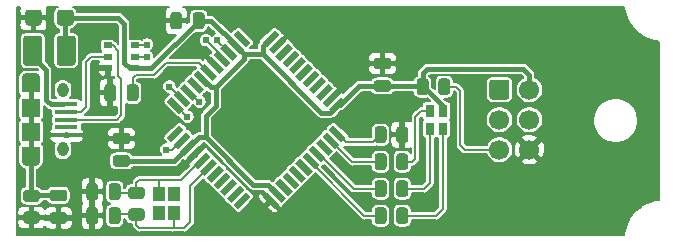
<source format=gtl>
%TF.GenerationSoftware,KiCad,Pcbnew,5.1.12-84ad8e8a86~92~ubuntu18.04.1*%
%TF.CreationDate,2023-04-24T19:04:36+02:00*%
%TF.ProjectId,digital-protection-amulet,64696769-7461-46c2-9d70-726f74656374,rev?*%
%TF.SameCoordinates,Original*%
%TF.FileFunction,Copper,L1,Top*%
%TF.FilePolarity,Positive*%
%FSLAX46Y46*%
G04 Gerber Fmt 4.6, Leading zero omitted, Abs format (unit mm)*
G04 Created by KiCad (PCBNEW 5.1.12-84ad8e8a86~92~ubuntu18.04.1) date 2023-04-24 19:04:36*
%MOMM*%
%LPD*%
G01*
G04 APERTURE LIST*
%TA.AperFunction,ComponentPad*%
%ADD10C,1.700000*%
%TD*%
%TA.AperFunction,SMDPad,CuDef*%
%ADD11R,1.950000X0.400000*%
%TD*%
%TA.AperFunction,ComponentPad*%
%ADD12O,0.950000X1.250000*%
%TD*%
%TA.AperFunction,SMDPad,CuDef*%
%ADD13R,1.550000X1.500000*%
%TD*%
%TA.AperFunction,SMDPad,CuDef*%
%ADD14R,1.550000X1.200000*%
%TD*%
%TA.AperFunction,ComponentPad*%
%ADD15O,1.550000X0.890000*%
%TD*%
%TA.AperFunction,SMDPad,CuDef*%
%ADD16R,1.000000X1.200000*%
%TD*%
%TA.AperFunction,ComponentPad*%
%ADD17C,0.609600*%
%TD*%
%TA.AperFunction,SMDPad,CuDef*%
%ADD18R,0.800000X1.000000*%
%TD*%
%TA.AperFunction,SMDPad,CuDef*%
%ADD19R,0.700000X0.510000*%
%TD*%
%TA.AperFunction,SMDPad,CuDef*%
%ADD20C,0.100000*%
%TD*%
%TA.AperFunction,ViaPad*%
%ADD21C,0.812800*%
%TD*%
%TA.AperFunction,ViaPad*%
%ADD22C,0.609600*%
%TD*%
%TA.AperFunction,Conductor*%
%ADD23C,0.406400*%
%TD*%
%TA.AperFunction,Conductor*%
%ADD24C,0.203200*%
%TD*%
%TA.AperFunction,Conductor*%
%ADD25C,0.100000*%
%TD*%
G04 APERTURE END LIST*
%TO.P,J1,1*%
%TO.N,Net-(J1-Pad1)*%
%TA.AperFunction,ComponentPad*%
G36*
G01*
X40298000Y-7966000D02*
X40298000Y-6766000D01*
G75*
G02*
X40548000Y-6516000I250000J0D01*
G01*
X41748000Y-6516000D01*
G75*
G02*
X41998000Y-6766000I0J-250000D01*
G01*
X41998000Y-7966000D01*
G75*
G02*
X41748000Y-8216000I-250000J0D01*
G01*
X40548000Y-8216000D01*
G75*
G02*
X40298000Y-7966000I0J250000D01*
G01*
G37*
%TD.AperFunction*%
D10*
%TO.P,J1,3*%
%TO.N,Net-(J1-Pad3)*%
X41148000Y-9906000D03*
%TO.P,J1,5*%
%TO.N,Net-(J1-Pad5)*%
X41148000Y-12446000D03*
%TO.P,J1,2*%
%TO.N,VBUS*%
X43688000Y-7366000D03*
%TO.P,J1,4*%
%TO.N,Net-(J1-Pad4)*%
X43688000Y-9906000D03*
%TO.P,J1,6*%
%TO.N,GND*%
X43688000Y-12446000D03*
%TD*%
D11*
%TO.P,J2,1*%
%TO.N,Net-(F1-Pad1)*%
X4494000Y-8606000D03*
%TO.P,J2,2*%
%TO.N,Net-(D2-Pad5)*%
X4494000Y-9256000D03*
%TO.P,J2,3*%
%TO.N,Net-(D2-Pad4)*%
X4494000Y-9906000D03*
%TO.P,J2,4*%
%TO.N,Net-(J2-Pad4)*%
X4494000Y-10556000D03*
%TO.P,J2,5*%
%TO.N,GND*%
X4494000Y-11206000D03*
D12*
%TO.P,J2,6*%
%TO.N,Net-(C6-Pad1)*%
X4194000Y-7406000D03*
X4194000Y-12406000D03*
D13*
X1494000Y-8906000D03*
X1494000Y-10906000D03*
D14*
X1494000Y-7006000D03*
X1494000Y-12806000D03*
D15*
X1494000Y-6406000D03*
X1494000Y-13406000D03*
%TD*%
D16*
%TO.P,Y1,1*%
%TO.N,Net-(C4-Pad1)*%
X13554000Y-17818000D03*
%TO.P,Y1,2*%
%TO.N,GND*%
X13554000Y-16218000D03*
%TO.P,Y1,3*%
%TO.N,Net-(C5-Pad1)*%
X12354000Y-16218000D03*
%TO.P,Y1,4*%
%TO.N,GND*%
X12354000Y-17818000D03*
D17*
%TO.P,Y1,2*%
X13554000Y-16218000D03*
%TO.P,Y1,4*%
X12354000Y-17818000D03*
%TD*%
%TO.P,C1,2*%
%TO.N,GND*%
%TA.AperFunction,SMDPad,CuDef*%
G36*
G01*
X14282000Y-1049000D02*
X14282000Y-1999000D01*
G75*
G02*
X14032000Y-2249000I-250000J0D01*
G01*
X13532000Y-2249000D01*
G75*
G02*
X13282000Y-1999000I0J250000D01*
G01*
X13282000Y-1049000D01*
G75*
G02*
X13532000Y-799000I250000J0D01*
G01*
X14032000Y-799000D01*
G75*
G02*
X14282000Y-1049000I0J-250000D01*
G01*
G37*
%TD.AperFunction*%
%TO.P,C1,1*%
%TO.N,VBUS*%
%TA.AperFunction,SMDPad,CuDef*%
G36*
G01*
X16182000Y-1049000D02*
X16182000Y-1999000D01*
G75*
G02*
X15932000Y-2249000I-250000J0D01*
G01*
X15432000Y-2249000D01*
G75*
G02*
X15182000Y-1999000I0J250000D01*
G01*
X15182000Y-1049000D01*
G75*
G02*
X15432000Y-799000I250000J0D01*
G01*
X15932000Y-799000D01*
G75*
G02*
X16182000Y-1049000I0J-250000D01*
G01*
G37*
%TD.AperFunction*%
%TD*%
%TO.P,C2,1*%
%TO.N,VBUS*%
%TA.AperFunction,SMDPad,CuDef*%
G36*
G01*
X9619000Y-13896000D02*
X8669000Y-13896000D01*
G75*
G02*
X8419000Y-13646000I0J250000D01*
G01*
X8419000Y-13146000D01*
G75*
G02*
X8669000Y-12896000I250000J0D01*
G01*
X9619000Y-12896000D01*
G75*
G02*
X9869000Y-13146000I0J-250000D01*
G01*
X9869000Y-13646000D01*
G75*
G02*
X9619000Y-13896000I-250000J0D01*
G01*
G37*
%TD.AperFunction*%
%TO.P,C2,2*%
%TO.N,GND*%
%TA.AperFunction,SMDPad,CuDef*%
G36*
G01*
X9619000Y-11996000D02*
X8669000Y-11996000D01*
G75*
G02*
X8419000Y-11746000I0J250000D01*
G01*
X8419000Y-11246000D01*
G75*
G02*
X8669000Y-10996000I250000J0D01*
G01*
X9619000Y-10996000D01*
G75*
G02*
X9869000Y-11246000I0J-250000D01*
G01*
X9869000Y-11746000D01*
G75*
G02*
X9619000Y-11996000I-250000J0D01*
G01*
G37*
%TD.AperFunction*%
%TD*%
%TO.P,C3,2*%
%TO.N,GND*%
%TA.AperFunction,SMDPad,CuDef*%
G36*
G01*
X31717000Y-5646000D02*
X30767000Y-5646000D01*
G75*
G02*
X30517000Y-5396000I0J250000D01*
G01*
X30517000Y-4896000D01*
G75*
G02*
X30767000Y-4646000I250000J0D01*
G01*
X31717000Y-4646000D01*
G75*
G02*
X31967000Y-4896000I0J-250000D01*
G01*
X31967000Y-5396000D01*
G75*
G02*
X31717000Y-5646000I-250000J0D01*
G01*
G37*
%TD.AperFunction*%
%TO.P,C3,1*%
%TO.N,VBUS*%
%TA.AperFunction,SMDPad,CuDef*%
G36*
G01*
X31717000Y-7546000D02*
X30767000Y-7546000D01*
G75*
G02*
X30517000Y-7296000I0J250000D01*
G01*
X30517000Y-6796000D01*
G75*
G02*
X30767000Y-6546000I250000J0D01*
G01*
X31717000Y-6546000D01*
G75*
G02*
X31967000Y-6796000I0J-250000D01*
G01*
X31967000Y-7296000D01*
G75*
G02*
X31717000Y-7546000I-250000J0D01*
G01*
G37*
%TD.AperFunction*%
%TD*%
%TO.P,C4,1*%
%TO.N,Net-(C4-Pad1)*%
%TA.AperFunction,SMDPad,CuDef*%
G36*
G01*
X9070000Y-17559000D02*
X9070000Y-18509000D01*
G75*
G02*
X8820000Y-18759000I-250000J0D01*
G01*
X8320000Y-18759000D01*
G75*
G02*
X8070000Y-18509000I0J250000D01*
G01*
X8070000Y-17559000D01*
G75*
G02*
X8320000Y-17309000I250000J0D01*
G01*
X8820000Y-17309000D01*
G75*
G02*
X9070000Y-17559000I0J-250000D01*
G01*
G37*
%TD.AperFunction*%
%TO.P,C4,2*%
%TO.N,GND*%
%TA.AperFunction,SMDPad,CuDef*%
G36*
G01*
X7170000Y-17559000D02*
X7170000Y-18509000D01*
G75*
G02*
X6920000Y-18759000I-250000J0D01*
G01*
X6420000Y-18759000D01*
G75*
G02*
X6170000Y-18509000I0J250000D01*
G01*
X6170000Y-17559000D01*
G75*
G02*
X6420000Y-17309000I250000J0D01*
G01*
X6920000Y-17309000D01*
G75*
G02*
X7170000Y-17559000I0J-250000D01*
G01*
G37*
%TD.AperFunction*%
%TD*%
%TO.P,C5,1*%
%TO.N,Net-(C5-Pad1)*%
%TA.AperFunction,SMDPad,CuDef*%
G36*
G01*
X9070000Y-15527000D02*
X9070000Y-16477000D01*
G75*
G02*
X8820000Y-16727000I-250000J0D01*
G01*
X8320000Y-16727000D01*
G75*
G02*
X8070000Y-16477000I0J250000D01*
G01*
X8070000Y-15527000D01*
G75*
G02*
X8320000Y-15277000I250000J0D01*
G01*
X8820000Y-15277000D01*
G75*
G02*
X9070000Y-15527000I0J-250000D01*
G01*
G37*
%TD.AperFunction*%
%TO.P,C5,2*%
%TO.N,GND*%
%TA.AperFunction,SMDPad,CuDef*%
G36*
G01*
X7170000Y-15527000D02*
X7170000Y-16477000D01*
G75*
G02*
X6920000Y-16727000I-250000J0D01*
G01*
X6420000Y-16727000D01*
G75*
G02*
X6170000Y-16477000I0J250000D01*
G01*
X6170000Y-15527000D01*
G75*
G02*
X6420000Y-15277000I250000J0D01*
G01*
X6920000Y-15277000D01*
G75*
G02*
X7170000Y-15527000I0J-250000D01*
G01*
G37*
%TD.AperFunction*%
%TD*%
%TO.P,C6,2*%
%TO.N,GND*%
%TA.AperFunction,SMDPad,CuDef*%
G36*
G01*
X3335000Y-17722000D02*
X4285000Y-17722000D01*
G75*
G02*
X4535000Y-17972000I0J-250000D01*
G01*
X4535000Y-18472000D01*
G75*
G02*
X4285000Y-18722000I-250000J0D01*
G01*
X3335000Y-18722000D01*
G75*
G02*
X3085000Y-18472000I0J250000D01*
G01*
X3085000Y-17972000D01*
G75*
G02*
X3335000Y-17722000I250000J0D01*
G01*
G37*
%TD.AperFunction*%
%TO.P,C6,1*%
%TO.N,Net-(C6-Pad1)*%
%TA.AperFunction,SMDPad,CuDef*%
G36*
G01*
X3335000Y-15822000D02*
X4285000Y-15822000D01*
G75*
G02*
X4535000Y-16072000I0J-250000D01*
G01*
X4535000Y-16572000D01*
G75*
G02*
X4285000Y-16822000I-250000J0D01*
G01*
X3335000Y-16822000D01*
G75*
G02*
X3085000Y-16572000I0J250000D01*
G01*
X3085000Y-16072000D01*
G75*
G02*
X3335000Y-15822000I250000J0D01*
G01*
G37*
%TD.AperFunction*%
%TD*%
%TO.P,C7,1*%
%TO.N,VBUS*%
%TA.AperFunction,SMDPad,CuDef*%
G36*
G01*
X5098000Y-844999D02*
X5098000Y-1695001D01*
G75*
G02*
X4848001Y-1945000I-249999J0D01*
G01*
X3947999Y-1945000D01*
G75*
G02*
X3698000Y-1695001I0J249999D01*
G01*
X3698000Y-844999D01*
G75*
G02*
X3947999Y-595000I249999J0D01*
G01*
X4848001Y-595000D01*
G75*
G02*
X5098000Y-844999I0J-249999D01*
G01*
G37*
%TD.AperFunction*%
%TO.P,C7,2*%
%TO.N,GND*%
%TA.AperFunction,SMDPad,CuDef*%
G36*
G01*
X2398000Y-844999D02*
X2398000Y-1695001D01*
G75*
G02*
X2148001Y-1945000I-249999J0D01*
G01*
X1247999Y-1945000D01*
G75*
G02*
X998000Y-1695001I0J249999D01*
G01*
X998000Y-844999D01*
G75*
G02*
X1247999Y-595000I249999J0D01*
G01*
X2148001Y-595000D01*
G75*
G02*
X2398000Y-844999I0J-249999D01*
G01*
G37*
%TD.AperFunction*%
%TD*%
%TO.P,C8,1*%
%TO.N,Net-(C8-Pad1)*%
%TA.AperFunction,SMDPad,CuDef*%
G36*
G01*
X10594000Y-7145000D02*
X10594000Y-8095000D01*
G75*
G02*
X10344000Y-8345000I-250000J0D01*
G01*
X9844000Y-8345000D01*
G75*
G02*
X9594000Y-8095000I0J250000D01*
G01*
X9594000Y-7145000D01*
G75*
G02*
X9844000Y-6895000I250000J0D01*
G01*
X10344000Y-6895000D01*
G75*
G02*
X10594000Y-7145000I0J-250000D01*
G01*
G37*
%TD.AperFunction*%
%TO.P,C8,2*%
%TO.N,GND*%
%TA.AperFunction,SMDPad,CuDef*%
G36*
G01*
X8694000Y-7145000D02*
X8694000Y-8095000D01*
G75*
G02*
X8444000Y-8345000I-250000J0D01*
G01*
X7944000Y-8345000D01*
G75*
G02*
X7694000Y-8095000I0J250000D01*
G01*
X7694000Y-7145000D01*
G75*
G02*
X7944000Y-6895000I250000J0D01*
G01*
X8444000Y-6895000D01*
G75*
G02*
X8694000Y-7145000I0J-250000D01*
G01*
G37*
%TD.AperFunction*%
%TD*%
D18*
%TO.P,D1,1*%
%TO.N,VBUS*%
X36364000Y-9156000D03*
%TO.P,D1,2*%
%TO.N,Net-(D1-Pad2)*%
X36364000Y-10656000D03*
%TO.P,D1,3*%
%TO.N,Net-(D1-Pad3)*%
X35264000Y-10656000D03*
%TO.P,D1,4*%
%TO.N,Net-(D1-Pad4)*%
X35264000Y-9156000D03*
%TD*%
D19*
%TO.P,D2,1*%
%TO.N,VBUS*%
X10304000Y-5522000D03*
%TO.P,D2,2*%
%TO.N,Net-(D2-Pad2)*%
X10304000Y-4572000D03*
%TO.P,D2,3*%
%TO.N,Net-(D2-Pad3)*%
X10304000Y-3622000D03*
%TO.P,D2,4*%
%TO.N,Net-(D2-Pad4)*%
X7984000Y-3622000D03*
%TO.P,D2,5*%
%TO.N,Net-(D2-Pad5)*%
X7984000Y-4572000D03*
%TO.P,D2,6*%
%TO.N,GND*%
X7984000Y-5522000D03*
%TD*%
%TO.P,F1,1*%
%TO.N,Net-(F1-Pad1)*%
%TA.AperFunction,SMDPad,CuDef*%
G36*
G01*
X823000Y-5089000D02*
X823000Y-3039000D01*
G75*
G02*
X1073000Y-2789000I250000J0D01*
G01*
X2173000Y-2789000D01*
G75*
G02*
X2423000Y-3039000I0J-250000D01*
G01*
X2423000Y-5089000D01*
G75*
G02*
X2173000Y-5339000I-250000J0D01*
G01*
X1073000Y-5339000D01*
G75*
G02*
X823000Y-5089000I0J250000D01*
G01*
G37*
%TD.AperFunction*%
%TO.P,F1,2*%
%TO.N,VBUS*%
%TA.AperFunction,SMDPad,CuDef*%
G36*
G01*
X3673000Y-5089000D02*
X3673000Y-3039000D01*
G75*
G02*
X3923000Y-2789000I250000J0D01*
G01*
X5023000Y-2789000D01*
G75*
G02*
X5273000Y-3039000I0J-250000D01*
G01*
X5273000Y-5089000D01*
G75*
G02*
X5023000Y-5339000I-250000J0D01*
G01*
X3923000Y-5339000D01*
G75*
G02*
X3673000Y-5089000I0J250000D01*
G01*
G37*
%TD.AperFunction*%
%TD*%
%TO.P,R1,1*%
%TO.N,VBUS*%
%TA.AperFunction,SMDPad,CuDef*%
G36*
G01*
X34135000Y-7562001D02*
X34135000Y-6661999D01*
G75*
G02*
X34384999Y-6412000I249999J0D01*
G01*
X34910001Y-6412000D01*
G75*
G02*
X35160000Y-6661999I0J-249999D01*
G01*
X35160000Y-7562001D01*
G75*
G02*
X34910001Y-7812000I-249999J0D01*
G01*
X34384999Y-7812000D01*
G75*
G02*
X34135000Y-7562001I0J249999D01*
G01*
G37*
%TD.AperFunction*%
%TO.P,R1,2*%
%TO.N,Net-(J1-Pad5)*%
%TA.AperFunction,SMDPad,CuDef*%
G36*
G01*
X35960000Y-7562001D02*
X35960000Y-6661999D01*
G75*
G02*
X36209999Y-6412000I249999J0D01*
G01*
X36735001Y-6412000D01*
G75*
G02*
X36985000Y-6661999I0J-249999D01*
G01*
X36985000Y-7562001D01*
G75*
G02*
X36735001Y-7812000I-249999J0D01*
G01*
X36209999Y-7812000D01*
G75*
G02*
X35960000Y-7562001I0J249999D01*
G01*
G37*
%TD.AperFunction*%
%TD*%
%TO.P,R2,2*%
%TO.N,Net-(C5-Pad1)*%
%TA.AperFunction,SMDPad,CuDef*%
G36*
G01*
X10864001Y-16618000D02*
X9963999Y-16618000D01*
G75*
G02*
X9714000Y-16368001I0J249999D01*
G01*
X9714000Y-15842999D01*
G75*
G02*
X9963999Y-15593000I249999J0D01*
G01*
X10864001Y-15593000D01*
G75*
G02*
X11114000Y-15842999I0J-249999D01*
G01*
X11114000Y-16368001D01*
G75*
G02*
X10864001Y-16618000I-249999J0D01*
G01*
G37*
%TD.AperFunction*%
%TO.P,R2,1*%
%TO.N,Net-(C4-Pad1)*%
%TA.AperFunction,SMDPad,CuDef*%
G36*
G01*
X10864001Y-18443000D02*
X9963999Y-18443000D01*
G75*
G02*
X9714000Y-18193001I0J249999D01*
G01*
X9714000Y-17667999D01*
G75*
G02*
X9963999Y-17418000I249999J0D01*
G01*
X10864001Y-17418000D01*
G75*
G02*
X11114000Y-17667999I0J-249999D01*
G01*
X11114000Y-18193001D01*
G75*
G02*
X10864001Y-18443000I-249999J0D01*
G01*
G37*
%TD.AperFunction*%
%TD*%
%TO.P,R3,1*%
%TO.N,Net-(R3-Pad1)*%
%TA.AperFunction,SMDPad,CuDef*%
G36*
G01*
X30579000Y-18484001D02*
X30579000Y-17583999D01*
G75*
G02*
X30828999Y-17334000I249999J0D01*
G01*
X31354001Y-17334000D01*
G75*
G02*
X31604000Y-17583999I0J-249999D01*
G01*
X31604000Y-18484001D01*
G75*
G02*
X31354001Y-18734000I-249999J0D01*
G01*
X30828999Y-18734000D01*
G75*
G02*
X30579000Y-18484001I0J249999D01*
G01*
G37*
%TD.AperFunction*%
%TO.P,R3,2*%
%TO.N,Net-(D1-Pad2)*%
%TA.AperFunction,SMDPad,CuDef*%
G36*
G01*
X32404000Y-18484001D02*
X32404000Y-17583999D01*
G75*
G02*
X32653999Y-17334000I249999J0D01*
G01*
X33179001Y-17334000D01*
G75*
G02*
X33429000Y-17583999I0J-249999D01*
G01*
X33429000Y-18484001D01*
G75*
G02*
X33179001Y-18734000I-249999J0D01*
G01*
X32653999Y-18734000D01*
G75*
G02*
X32404000Y-18484001I0J249999D01*
G01*
G37*
%TD.AperFunction*%
%TD*%
%TO.P,R4,2*%
%TO.N,Net-(D1-Pad3)*%
%TA.AperFunction,SMDPad,CuDef*%
G36*
G01*
X32404000Y-16198001D02*
X32404000Y-15297999D01*
G75*
G02*
X32653999Y-15048000I249999J0D01*
G01*
X33179001Y-15048000D01*
G75*
G02*
X33429000Y-15297999I0J-249999D01*
G01*
X33429000Y-16198001D01*
G75*
G02*
X33179001Y-16448000I-249999J0D01*
G01*
X32653999Y-16448000D01*
G75*
G02*
X32404000Y-16198001I0J249999D01*
G01*
G37*
%TD.AperFunction*%
%TO.P,R4,1*%
%TO.N,Net-(R4-Pad1)*%
%TA.AperFunction,SMDPad,CuDef*%
G36*
G01*
X30579000Y-16198001D02*
X30579000Y-15297999D01*
G75*
G02*
X30828999Y-15048000I249999J0D01*
G01*
X31354001Y-15048000D01*
G75*
G02*
X31604000Y-15297999I0J-249999D01*
G01*
X31604000Y-16198001D01*
G75*
G02*
X31354001Y-16448000I-249999J0D01*
G01*
X30828999Y-16448000D01*
G75*
G02*
X30579000Y-16198001I0J249999D01*
G01*
G37*
%TD.AperFunction*%
%TD*%
%TO.P,R5,1*%
%TO.N,Net-(R5-Pad1)*%
%TA.AperFunction,SMDPad,CuDef*%
G36*
G01*
X30579000Y-13912001D02*
X30579000Y-13011999D01*
G75*
G02*
X30828999Y-12762000I249999J0D01*
G01*
X31354001Y-12762000D01*
G75*
G02*
X31604000Y-13011999I0J-249999D01*
G01*
X31604000Y-13912001D01*
G75*
G02*
X31354001Y-14162000I-249999J0D01*
G01*
X30828999Y-14162000D01*
G75*
G02*
X30579000Y-13912001I0J249999D01*
G01*
G37*
%TD.AperFunction*%
%TO.P,R5,2*%
%TO.N,Net-(D1-Pad4)*%
%TA.AperFunction,SMDPad,CuDef*%
G36*
G01*
X32404000Y-13912001D02*
X32404000Y-13011999D01*
G75*
G02*
X32653999Y-12762000I249999J0D01*
G01*
X33179001Y-12762000D01*
G75*
G02*
X33429000Y-13011999I0J-249999D01*
G01*
X33429000Y-13912001D01*
G75*
G02*
X33179001Y-14162000I-249999J0D01*
G01*
X32653999Y-14162000D01*
G75*
G02*
X32404000Y-13912001I0J249999D01*
G01*
G37*
%TD.AperFunction*%
%TD*%
%TO.P,R6,2*%
%TO.N,GND*%
%TA.AperFunction,SMDPad,CuDef*%
G36*
G01*
X1073999Y-17672000D02*
X1974001Y-17672000D01*
G75*
G02*
X2224000Y-17921999I0J-249999D01*
G01*
X2224000Y-18447001D01*
G75*
G02*
X1974001Y-18697000I-249999J0D01*
G01*
X1073999Y-18697000D01*
G75*
G02*
X824000Y-18447001I0J249999D01*
G01*
X824000Y-17921999D01*
G75*
G02*
X1073999Y-17672000I249999J0D01*
G01*
G37*
%TD.AperFunction*%
%TO.P,R6,1*%
%TO.N,Net-(C6-Pad1)*%
%TA.AperFunction,SMDPad,CuDef*%
G36*
G01*
X1073999Y-15847000D02*
X1974001Y-15847000D01*
G75*
G02*
X2224000Y-16096999I0J-249999D01*
G01*
X2224000Y-16622001D01*
G75*
G02*
X1974001Y-16872000I-249999J0D01*
G01*
X1073999Y-16872000D01*
G75*
G02*
X824000Y-16622001I0J249999D01*
G01*
X824000Y-16096999D01*
G75*
G02*
X1073999Y-15847000I249999J0D01*
G01*
G37*
%TD.AperFunction*%
%TD*%
%TO.P,R7,1*%
%TO.N,Net-(R7-Pad1)*%
%TA.AperFunction,SMDPad,CuDef*%
G36*
G01*
X30579000Y-11626001D02*
X30579000Y-10725999D01*
G75*
G02*
X30828999Y-10476000I249999J0D01*
G01*
X31354001Y-10476000D01*
G75*
G02*
X31604000Y-10725999I0J-249999D01*
G01*
X31604000Y-11626001D01*
G75*
G02*
X31354001Y-11876000I-249999J0D01*
G01*
X30828999Y-11876000D01*
G75*
G02*
X30579000Y-11626001I0J249999D01*
G01*
G37*
%TD.AperFunction*%
%TO.P,R7,2*%
%TO.N,GND*%
%TA.AperFunction,SMDPad,CuDef*%
G36*
G01*
X32404000Y-11626001D02*
X32404000Y-10725999D01*
G75*
G02*
X32653999Y-10476000I249999J0D01*
G01*
X33179001Y-10476000D01*
G75*
G02*
X33429000Y-10725999I0J-249999D01*
G01*
X33429000Y-11626001D01*
G75*
G02*
X33179001Y-11876000I-249999J0D01*
G01*
X32653999Y-11876000D01*
G75*
G02*
X32404000Y-11626001I0J249999D01*
G01*
G37*
%TD.AperFunction*%
%TD*%
%TA.AperFunction,SMDPad,CuDef*%
D20*
%TO.P,U1,1*%
%TO.N,Net-(U1-Pad1)*%
G36*
X18647134Y-2711188D02*
G01*
X19036042Y-2322280D01*
X20096702Y-3382940D01*
X19707794Y-3771848D01*
X18647134Y-2711188D01*
G37*
%TD.AperFunction*%
%TA.AperFunction,SMDPad,CuDef*%
%TO.P,U1,2*%
%TO.N,VBUS*%
G36*
X18081449Y-3276874D02*
G01*
X18470357Y-2887966D01*
X19531017Y-3948626D01*
X19142109Y-4337534D01*
X18081449Y-3276874D01*
G37*
%TD.AperFunction*%
%TA.AperFunction,SMDPad,CuDef*%
%TO.P,U1,3*%
%TO.N,Net-(D2-Pad2)*%
G36*
X17515764Y-3842559D02*
G01*
X17904672Y-3453651D01*
X18965332Y-4514311D01*
X18576424Y-4903219D01*
X17515764Y-3842559D01*
G37*
%TD.AperFunction*%
%TA.AperFunction,SMDPad,CuDef*%
%TO.P,U1,4*%
%TO.N,Net-(D2-Pad3)*%
G36*
X16950078Y-4408244D02*
G01*
X17338986Y-4019336D01*
X18399646Y-5079996D01*
X18010738Y-5468904D01*
X16950078Y-4408244D01*
G37*
%TD.AperFunction*%
%TA.AperFunction,SMDPad,CuDef*%
%TO.P,U1,5*%
%TO.N,GND*%
G36*
X16384393Y-4973930D02*
G01*
X16773301Y-4585022D01*
X17833961Y-5645682D01*
X17445053Y-6034590D01*
X16384393Y-4973930D01*
G37*
%TD.AperFunction*%
%TA.AperFunction,SMDPad,CuDef*%
%TO.P,U1,6*%
%TO.N,Net-(C8-Pad1)*%
G36*
X15818707Y-5539615D02*
G01*
X16207615Y-5150707D01*
X17268275Y-6211367D01*
X16879367Y-6600275D01*
X15818707Y-5539615D01*
G37*
%TD.AperFunction*%
%TA.AperFunction,SMDPad,CuDef*%
%TO.P,U1,7*%
%TO.N,VBUS*%
G36*
X15253022Y-6105301D02*
G01*
X15641930Y-5716393D01*
X16702590Y-6777053D01*
X16313682Y-7165961D01*
X15253022Y-6105301D01*
G37*
%TD.AperFunction*%
%TA.AperFunction,SMDPad,CuDef*%
%TO.P,U1,8*%
%TO.N,Net-(U1-Pad8)*%
G36*
X14687336Y-6670986D02*
G01*
X15076244Y-6282078D01*
X16136904Y-7342738D01*
X15747996Y-7731646D01*
X14687336Y-6670986D01*
G37*
%TD.AperFunction*%
%TA.AperFunction,SMDPad,CuDef*%
%TO.P,U1,9*%
%TO.N,Net-(J1-Pad3)*%
G36*
X14121651Y-7236672D02*
G01*
X14510559Y-6847764D01*
X15571219Y-7908424D01*
X15182311Y-8297332D01*
X14121651Y-7236672D01*
G37*
%TD.AperFunction*%
%TA.AperFunction,SMDPad,CuDef*%
%TO.P,U1,10*%
%TO.N,Net-(J1-Pad4)*%
G36*
X13555966Y-7802357D02*
G01*
X13944874Y-7413449D01*
X15005534Y-8474109D01*
X14616626Y-8863017D01*
X13555966Y-7802357D01*
G37*
%TD.AperFunction*%
%TA.AperFunction,SMDPad,CuDef*%
%TO.P,U1,11*%
%TO.N,Net-(J1-Pad1)*%
G36*
X12990280Y-8368042D02*
G01*
X13379188Y-7979134D01*
X14439848Y-9039794D01*
X14050940Y-9428702D01*
X12990280Y-8368042D01*
G37*
%TD.AperFunction*%
%TA.AperFunction,SMDPad,CuDef*%
%TO.P,U1,12*%
%TO.N,Net-(U1-Pad12)*%
G36*
X13379188Y-11832866D02*
G01*
X12990280Y-11443958D01*
X14050940Y-10383298D01*
X14439848Y-10772206D01*
X13379188Y-11832866D01*
G37*
%TD.AperFunction*%
%TA.AperFunction,SMDPad,CuDef*%
%TO.P,U1,13*%
%TO.N,Net-(J1-Pad5)*%
G36*
X13944874Y-12398551D02*
G01*
X13555966Y-12009643D01*
X14616626Y-10948983D01*
X15005534Y-11337891D01*
X13944874Y-12398551D01*
G37*
%TD.AperFunction*%
%TA.AperFunction,SMDPad,CuDef*%
%TO.P,U1,14*%
%TO.N,VBUS*%
G36*
X14510559Y-12964236D02*
G01*
X14121651Y-12575328D01*
X15182311Y-11514668D01*
X15571219Y-11903576D01*
X14510559Y-12964236D01*
G37*
%TD.AperFunction*%
%TA.AperFunction,SMDPad,CuDef*%
%TO.P,U1,15*%
%TO.N,GND*%
G36*
X15076244Y-13529922D02*
G01*
X14687336Y-13141014D01*
X15747996Y-12080354D01*
X16136904Y-12469262D01*
X15076244Y-13529922D01*
G37*
%TD.AperFunction*%
%TA.AperFunction,SMDPad,CuDef*%
%TO.P,U1,16*%
%TO.N,Net-(C5-Pad1)*%
G36*
X15641930Y-14095607D02*
G01*
X15253022Y-13706699D01*
X16313682Y-12646039D01*
X16702590Y-13034947D01*
X15641930Y-14095607D01*
G37*
%TD.AperFunction*%
%TA.AperFunction,SMDPad,CuDef*%
%TO.P,U1,17*%
%TO.N,Net-(C4-Pad1)*%
G36*
X16207615Y-14661293D02*
G01*
X15818707Y-14272385D01*
X16879367Y-13211725D01*
X17268275Y-13600633D01*
X16207615Y-14661293D01*
G37*
%TD.AperFunction*%
%TA.AperFunction,SMDPad,CuDef*%
%TO.P,U1,18*%
%TO.N,Net-(U1-Pad18)*%
G36*
X16773301Y-15226978D02*
G01*
X16384393Y-14838070D01*
X17445053Y-13777410D01*
X17833961Y-14166318D01*
X16773301Y-15226978D01*
G37*
%TD.AperFunction*%
%TA.AperFunction,SMDPad,CuDef*%
%TO.P,U1,19*%
%TO.N,Net-(U1-Pad19)*%
G36*
X17338986Y-15792664D02*
G01*
X16950078Y-15403756D01*
X18010738Y-14343096D01*
X18399646Y-14732004D01*
X17338986Y-15792664D01*
G37*
%TD.AperFunction*%
%TA.AperFunction,SMDPad,CuDef*%
%TO.P,U1,20*%
%TO.N,Net-(U1-Pad20)*%
G36*
X17904672Y-16358349D02*
G01*
X17515764Y-15969441D01*
X18576424Y-14908781D01*
X18965332Y-15297689D01*
X17904672Y-16358349D01*
G37*
%TD.AperFunction*%
%TA.AperFunction,SMDPad,CuDef*%
%TO.P,U1,21*%
%TO.N,Net-(U1-Pad21)*%
G36*
X18470357Y-16924034D02*
G01*
X18081449Y-16535126D01*
X19142109Y-15474466D01*
X19531017Y-15863374D01*
X18470357Y-16924034D01*
G37*
%TD.AperFunction*%
%TA.AperFunction,SMDPad,CuDef*%
%TO.P,U1,22*%
%TO.N,Net-(U1-Pad22)*%
G36*
X19036042Y-17489720D02*
G01*
X18647134Y-17100812D01*
X19707794Y-16040152D01*
X20096702Y-16429060D01*
X19036042Y-17489720D01*
G37*
%TD.AperFunction*%
%TA.AperFunction,SMDPad,CuDef*%
%TO.P,U1,23*%
%TO.N,GND*%
G36*
X21051298Y-16429060D02*
G01*
X21440206Y-16040152D01*
X22500866Y-17100812D01*
X22111958Y-17489720D01*
X21051298Y-16429060D01*
G37*
%TD.AperFunction*%
%TA.AperFunction,SMDPad,CuDef*%
%TO.P,U1,24*%
%TO.N,VBUS*%
G36*
X21616983Y-15863374D02*
G01*
X22005891Y-15474466D01*
X23066551Y-16535126D01*
X22677643Y-16924034D01*
X21616983Y-15863374D01*
G37*
%TD.AperFunction*%
%TA.AperFunction,SMDPad,CuDef*%
%TO.P,U1,25*%
%TO.N,Net-(U1-Pad25)*%
G36*
X22182668Y-15297689D02*
G01*
X22571576Y-14908781D01*
X23632236Y-15969441D01*
X23243328Y-16358349D01*
X22182668Y-15297689D01*
G37*
%TD.AperFunction*%
%TA.AperFunction,SMDPad,CuDef*%
%TO.P,U1,26*%
%TO.N,Net-(U1-Pad26)*%
G36*
X22748354Y-14732004D02*
G01*
X23137262Y-14343096D01*
X24197922Y-15403756D01*
X23809014Y-15792664D01*
X22748354Y-14732004D01*
G37*
%TD.AperFunction*%
%TA.AperFunction,SMDPad,CuDef*%
%TO.P,U1,27*%
%TO.N,Net-(U1-Pad27)*%
G36*
X23314039Y-14166318D02*
G01*
X23702947Y-13777410D01*
X24763607Y-14838070D01*
X24374699Y-15226978D01*
X23314039Y-14166318D01*
G37*
%TD.AperFunction*%
%TA.AperFunction,SMDPad,CuDef*%
%TO.P,U1,28*%
%TO.N,Net-(U1-Pad28)*%
G36*
X23879725Y-13600633D02*
G01*
X24268633Y-13211725D01*
X25329293Y-14272385D01*
X24940385Y-14661293D01*
X23879725Y-13600633D01*
G37*
%TD.AperFunction*%
%TA.AperFunction,SMDPad,CuDef*%
%TO.P,U1,29*%
%TO.N,Net-(R3-Pad1)*%
G36*
X24445410Y-13034947D02*
G01*
X24834318Y-12646039D01*
X25894978Y-13706699D01*
X25506070Y-14095607D01*
X24445410Y-13034947D01*
G37*
%TD.AperFunction*%
%TA.AperFunction,SMDPad,CuDef*%
%TO.P,U1,30*%
%TO.N,Net-(R4-Pad1)*%
G36*
X25011096Y-12469262D02*
G01*
X25400004Y-12080354D01*
X26460664Y-13141014D01*
X26071756Y-13529922D01*
X25011096Y-12469262D01*
G37*
%TD.AperFunction*%
%TA.AperFunction,SMDPad,CuDef*%
%TO.P,U1,31*%
%TO.N,Net-(U1-Pad31)*%
G36*
X25576781Y-11903576D02*
G01*
X25965689Y-11514668D01*
X27026349Y-12575328D01*
X26637441Y-12964236D01*
X25576781Y-11903576D01*
G37*
%TD.AperFunction*%
%TA.AperFunction,SMDPad,CuDef*%
%TO.P,U1,32*%
%TO.N,Net-(R5-Pad1)*%
G36*
X26142466Y-11337891D02*
G01*
X26531374Y-10948983D01*
X27592034Y-12009643D01*
X27203126Y-12398551D01*
X26142466Y-11337891D01*
G37*
%TD.AperFunction*%
%TA.AperFunction,SMDPad,CuDef*%
%TO.P,U1,33*%
%TO.N,Net-(R7-Pad1)*%
G36*
X26708152Y-10772206D02*
G01*
X27097060Y-10383298D01*
X28157720Y-11443958D01*
X27768812Y-11832866D01*
X26708152Y-10772206D01*
G37*
%TD.AperFunction*%
%TA.AperFunction,SMDPad,CuDef*%
%TO.P,U1,34*%
%TO.N,VBUS*%
G36*
X27097060Y-9428702D02*
G01*
X26708152Y-9039794D01*
X27768812Y-7979134D01*
X28157720Y-8368042D01*
X27097060Y-9428702D01*
G37*
%TD.AperFunction*%
%TA.AperFunction,SMDPad,CuDef*%
%TO.P,U1,35*%
%TO.N,GND*%
G36*
X26531374Y-8863017D02*
G01*
X26142466Y-8474109D01*
X27203126Y-7413449D01*
X27592034Y-7802357D01*
X26531374Y-8863017D01*
G37*
%TD.AperFunction*%
%TA.AperFunction,SMDPad,CuDef*%
%TO.P,U1,36*%
%TO.N,Net-(U1-Pad36)*%
G36*
X25965689Y-8297332D02*
G01*
X25576781Y-7908424D01*
X26637441Y-6847764D01*
X27026349Y-7236672D01*
X25965689Y-8297332D01*
G37*
%TD.AperFunction*%
%TA.AperFunction,SMDPad,CuDef*%
%TO.P,U1,37*%
%TO.N,Net-(U1-Pad37)*%
G36*
X25400004Y-7731646D02*
G01*
X25011096Y-7342738D01*
X26071756Y-6282078D01*
X26460664Y-6670986D01*
X25400004Y-7731646D01*
G37*
%TD.AperFunction*%
%TA.AperFunction,SMDPad,CuDef*%
%TO.P,U1,38*%
%TO.N,Net-(U1-Pad38)*%
G36*
X24834318Y-7165961D02*
G01*
X24445410Y-6777053D01*
X25506070Y-5716393D01*
X25894978Y-6105301D01*
X24834318Y-7165961D01*
G37*
%TD.AperFunction*%
%TA.AperFunction,SMDPad,CuDef*%
%TO.P,U1,39*%
%TO.N,Net-(U1-Pad39)*%
G36*
X24268633Y-6600275D02*
G01*
X23879725Y-6211367D01*
X24940385Y-5150707D01*
X25329293Y-5539615D01*
X24268633Y-6600275D01*
G37*
%TD.AperFunction*%
%TA.AperFunction,SMDPad,CuDef*%
%TO.P,U1,40*%
%TO.N,Net-(U1-Pad40)*%
G36*
X23702947Y-6034590D02*
G01*
X23314039Y-5645682D01*
X24374699Y-4585022D01*
X24763607Y-4973930D01*
X23702947Y-6034590D01*
G37*
%TD.AperFunction*%
%TA.AperFunction,SMDPad,CuDef*%
%TO.P,U1,41*%
%TO.N,Net-(U1-Pad41)*%
G36*
X23137262Y-5468904D02*
G01*
X22748354Y-5079996D01*
X23809014Y-4019336D01*
X24197922Y-4408244D01*
X23137262Y-5468904D01*
G37*
%TD.AperFunction*%
%TA.AperFunction,SMDPad,CuDef*%
%TO.P,U1,42*%
%TO.N,Net-(U1-Pad42)*%
G36*
X22571576Y-4903219D02*
G01*
X22182668Y-4514311D01*
X23243328Y-3453651D01*
X23632236Y-3842559D01*
X22571576Y-4903219D01*
G37*
%TD.AperFunction*%
%TA.AperFunction,SMDPad,CuDef*%
%TO.P,U1,43*%
%TO.N,GND*%
G36*
X22005891Y-4337534D02*
G01*
X21616983Y-3948626D01*
X22677643Y-2887966D01*
X23066551Y-3276874D01*
X22005891Y-4337534D01*
G37*
%TD.AperFunction*%
%TA.AperFunction,SMDPad,CuDef*%
%TO.P,U1,44*%
%TO.N,VBUS*%
G36*
X21440206Y-3771848D02*
G01*
X21051298Y-3382940D01*
X22111958Y-2322280D01*
X22500866Y-2711188D01*
X21440206Y-3771848D01*
G37*
%TD.AperFunction*%
%TD*%
D21*
%TO.N,GND*%
X23368000Y-2540000D03*
X27940000Y-7112000D03*
X16129000Y-4318000D03*
X14351000Y-13843000D03*
X22860000Y-17780000D03*
X6985000Y-7620000D03*
X3048000Y-1270000D03*
X12446000Y-1524000D03*
X6223000Y-10668000D03*
X6223000Y-11684000D03*
D22*
%TO.N,Net-(D2-Pad2)*%
X17272000Y-3175000D03*
X11303000Y-4572000D03*
%TO.N,Net-(D2-Pad3)*%
X11303000Y-3556000D03*
X16307871Y-3175000D03*
%TO.N,Net-(J1-Pad1)*%
X14732000Y-9652000D03*
%TO.N,Net-(J1-Pad3)*%
X15748000Y-8382000D03*
%TO.N,Net-(J1-Pad5)*%
X12954000Y-12446000D03*
%TO.N,Net-(J1-Pad4)*%
X13208000Y-7112000D03*
%TD*%
D23*
%TO.N,VBUS*%
X4398000Y-3989000D02*
X4473000Y-4064000D01*
X4398000Y-1270000D02*
X4398000Y-3989000D01*
X27618082Y-8703918D02*
X27432936Y-8703918D01*
X31242000Y-7046000D02*
X29276000Y-7046000D01*
X29276000Y-7046000D02*
X27618082Y-8703918D01*
X34581500Y-7046000D02*
X34647500Y-7112000D01*
X31242000Y-7046000D02*
X34581500Y-7046000D01*
X16717483Y-1524000D02*
X18806233Y-3612750D01*
X15682000Y-1524000D02*
X16717483Y-1524000D01*
X10304000Y-5522000D02*
X11684000Y-5522000D01*
X9398000Y-5080000D02*
X9840000Y-5522000D01*
X9398000Y-1778000D02*
X9398000Y-5080000D01*
X4398000Y-1270000D02*
X8890000Y-1270000D01*
X9840000Y-5522000D02*
X10304000Y-5522000D01*
X8890000Y-1270000D02*
X9398000Y-1778000D01*
X11684000Y-5522000D02*
X15682000Y-1524000D01*
X34734500Y-7112000D02*
X34647500Y-7112000D01*
X36364000Y-9156000D02*
X36364000Y-8741500D01*
X36364000Y-8741500D02*
X34734500Y-7112000D01*
X34647500Y-5992500D02*
X34647500Y-7112000D01*
X35052000Y-5588000D02*
X34647500Y-5992500D01*
X43688000Y-7366000D02*
X43688000Y-6096000D01*
X43180000Y-5588000D02*
X35052000Y-5588000D01*
X43688000Y-6096000D02*
X43180000Y-5588000D01*
X14786148Y-12239452D02*
X14846435Y-12239452D01*
X9144000Y-13396000D02*
X13629600Y-13396000D01*
X13629600Y-13396000D02*
X14786148Y-12239452D01*
X26815054Y-9321800D02*
X27432936Y-8703918D01*
X26060400Y-9321800D02*
X26815054Y-9321800D01*
X19558000Y-4368800D02*
X21107400Y-4368800D01*
X18806233Y-3612750D02*
X18806233Y-3617033D01*
X21107400Y-4368800D02*
X26060400Y-9321800D01*
X18806233Y-3617033D02*
X19558000Y-4368800D01*
X21776082Y-3047064D02*
X21768736Y-3047064D01*
X21107400Y-3708400D02*
X21107400Y-4368800D01*
X21768736Y-3047064D02*
X21107400Y-3708400D01*
X14846435Y-12239452D02*
X14862348Y-12239452D01*
X14862348Y-12239452D02*
X15697200Y-11404600D01*
X15697200Y-11404600D02*
X16306800Y-11404600D01*
X21560317Y-15417800D02*
X22341767Y-16199250D01*
X20320000Y-15417800D02*
X21560317Y-15417800D01*
X17170400Y-7162800D02*
X19558000Y-4775200D01*
X19558000Y-4775200D02*
X19558000Y-4368800D01*
X16713200Y-7162800D02*
X17170400Y-7162800D01*
X15977806Y-6441177D02*
X15991577Y-6441177D01*
X15991577Y-6441177D02*
X16713200Y-7162800D01*
X16306800Y-11404600D02*
X20320000Y-15417800D01*
X17170400Y-8712200D02*
X17170400Y-7162800D01*
X16306800Y-11404600D02*
X16306800Y-9575800D01*
X16306800Y-9575800D02*
X17170400Y-8712200D01*
D24*
%TO.N,Net-(C4-Pad1)*%
X8673500Y-17930500D02*
X8570000Y-18034000D01*
X10414000Y-17930500D02*
X8673500Y-17930500D01*
X10414000Y-17930500D02*
X10414000Y-18288000D01*
X10414000Y-17930500D02*
X10414000Y-18796000D01*
X10414000Y-18796000D02*
X10668000Y-19050000D01*
X14478000Y-19050000D02*
X14986000Y-18542000D01*
X14986000Y-15494000D02*
X16543491Y-13936509D01*
X14986000Y-18542000D02*
X14986000Y-15494000D01*
X13554000Y-17818000D02*
X13554000Y-18958000D01*
X13554000Y-18958000D02*
X13462000Y-19050000D01*
X10668000Y-19050000D02*
X13462000Y-19050000D01*
X13462000Y-19050000D02*
X14478000Y-19050000D01*
%TO.N,Net-(C5-Pad1)*%
X8673500Y-16105500D02*
X8570000Y-16002000D01*
X10414000Y-16105500D02*
X8673500Y-16105500D01*
X12354000Y-16218000D02*
X12354000Y-15840000D01*
X10414000Y-15240000D02*
X10414000Y-16105500D01*
X10668000Y-14986000D02*
X10414000Y-15240000D01*
X12354000Y-15078000D02*
X12446000Y-14986000D01*
X12354000Y-16218000D02*
X12354000Y-15078000D01*
X12446000Y-14986000D02*
X10668000Y-14986000D01*
X14224000Y-14986000D02*
X12446000Y-14986000D01*
X15977806Y-13370823D02*
X15839177Y-13370823D01*
X15839177Y-13370823D02*
X14224000Y-14986000D01*
D23*
%TO.N,Net-(C6-Pad1)*%
X1561500Y-16322000D02*
X1524000Y-16359500D01*
X3810000Y-16322000D02*
X1561500Y-16322000D01*
X1494000Y-8906000D02*
X1494000Y-7006000D01*
X1494000Y-8906000D02*
X1494000Y-10906000D01*
X1494000Y-10906000D02*
X1494000Y-12806000D01*
X1494000Y-12806000D02*
X1494000Y-13406000D01*
X1494000Y-7006000D02*
X1494000Y-6406000D01*
X1524000Y-13436000D02*
X1494000Y-13406000D01*
X1524000Y-16359500D02*
X1524000Y-13436000D01*
D24*
%TO.N,Net-(C8-Pad1)*%
X12954000Y-5080000D02*
X15748000Y-5080000D01*
X15748000Y-5080000D02*
X16543491Y-5875491D01*
X11938000Y-6096000D02*
X12954000Y-5080000D01*
X10414000Y-6096000D02*
X11938000Y-6096000D01*
X10094000Y-7620000D02*
X10094000Y-6416000D01*
X10094000Y-6416000D02*
X10414000Y-6096000D01*
%TO.N,Net-(D1-Pad2)*%
X32916500Y-18034000D02*
X35814000Y-18034000D01*
X36364000Y-17484000D02*
X36364000Y-10656000D01*
X35814000Y-18034000D02*
X36364000Y-17484000D01*
%TO.N,Net-(D1-Pad3)*%
X32916500Y-15748000D02*
X34798000Y-15748000D01*
X35264000Y-15282000D02*
X35264000Y-10656000D01*
X34798000Y-15748000D02*
X35264000Y-15282000D01*
%TO.N,Net-(D1-Pad4)*%
X32916500Y-13462000D02*
X33782000Y-13462000D01*
X33782000Y-13462000D02*
X34036000Y-13208000D01*
X34036000Y-13208000D02*
X34036000Y-9652000D01*
X34532000Y-9156000D02*
X35264000Y-9156000D01*
X34036000Y-9652000D02*
X34532000Y-9156000D01*
%TO.N,Net-(D2-Pad2)*%
X17272000Y-3175000D02*
X17272000Y-3209887D01*
X17272000Y-3209887D02*
X18240548Y-4178435D01*
X11303000Y-4572000D02*
X10304000Y-4572000D01*
%TO.N,Net-(D2-Pad3)*%
X10370000Y-3556000D02*
X10304000Y-3622000D01*
X11303000Y-3556000D02*
X10370000Y-3556000D01*
X17674862Y-4541991D02*
X17674862Y-4744120D01*
X16307871Y-3175000D02*
X17674862Y-4541991D01*
%TO.N,Net-(D2-Pad4)*%
X8763000Y-9906000D02*
X9144000Y-9525000D01*
X4494000Y-9906000D02*
X8763000Y-9906000D01*
X9144000Y-9525000D02*
X9144000Y-6477000D01*
X9144000Y-6477000D02*
X8890000Y-6223000D01*
X8890000Y-6223000D02*
X8890000Y-4064000D01*
X8448000Y-3622000D02*
X7984000Y-3622000D01*
X8890000Y-4064000D02*
X8448000Y-3622000D01*
%TO.N,Net-(D2-Pad5)*%
X6146800Y-5029200D02*
X6604000Y-4572000D01*
X6604000Y-4572000D02*
X7984000Y-4572000D01*
X6146800Y-8839200D02*
X6146800Y-5029200D01*
X4494000Y-9256000D02*
X5730000Y-9256000D01*
X5730000Y-9256000D02*
X6146800Y-8839200D01*
D23*
%TO.N,Net-(F1-Pad1)*%
X2794000Y-8255000D02*
X2794000Y-5715000D01*
X1623000Y-4544000D02*
X1623000Y-4064000D01*
X2794000Y-5715000D02*
X1623000Y-4544000D01*
X4194000Y-8606000D02*
X3145000Y-8606000D01*
X3145000Y-8606000D02*
X2794000Y-8255000D01*
D24*
%TO.N,Net-(J1-Pad1)*%
X13715064Y-8703918D02*
X13783918Y-8703918D01*
X13783918Y-8703918D02*
X14732000Y-9652000D01*
%TO.N,Net-(J1-Pad3)*%
X14846435Y-7572548D02*
X14938548Y-7572548D01*
X14938548Y-7572548D02*
X15748000Y-8382000D01*
%TO.N,Net-(J1-Pad5)*%
X14280750Y-11673767D02*
X14234233Y-11673767D01*
X13462000Y-12446000D02*
X12954000Y-12446000D01*
X14234233Y-11673767D02*
X13462000Y-12446000D01*
X38227000Y-12446000D02*
X41148000Y-12446000D01*
X37846000Y-12065000D02*
X38227000Y-12446000D01*
X36472500Y-7112000D02*
X37465000Y-7112000D01*
X37846000Y-7493000D02*
X37846000Y-12065000D01*
X37465000Y-7112000D02*
X37846000Y-7493000D01*
%TO.N,Net-(J1-Pad4)*%
X13254517Y-7112000D02*
X14280750Y-8138233D01*
X13208000Y-7112000D02*
X13254517Y-7112000D01*
%TO.N,Net-(R3-Pad1)*%
X29718000Y-18034000D02*
X31091500Y-18034000D01*
X25170194Y-13370823D02*
X25170194Y-13486194D01*
X25170194Y-13486194D02*
X29718000Y-18034000D01*
%TO.N,Net-(R4-Pad1)*%
X28829000Y-15748000D02*
X31091500Y-15748000D01*
X25735880Y-12805138D02*
X25886138Y-12805138D01*
X25886138Y-12805138D02*
X28829000Y-15748000D01*
%TO.N,Net-(R5-Pad1)*%
X26867250Y-11673767D02*
X26913767Y-11673767D01*
X28702000Y-13462000D02*
X31091500Y-13462000D01*
X26913767Y-11673767D02*
X28702000Y-13462000D01*
%TO.N,Net-(R7-Pad1)*%
X28135854Y-11811000D02*
X27432936Y-11108082D01*
X31091500Y-11176000D02*
X30456500Y-11811000D01*
X30456500Y-11811000D02*
X28135854Y-11811000D01*
%TD*%
%TO.N,GND*%
X549978Y-409423D02*
X522383Y-500394D01*
X513065Y-595000D01*
X515400Y-996950D01*
X636050Y-1117600D01*
X1545600Y-1117600D01*
X1545600Y-1097600D01*
X1850400Y-1097600D01*
X1850400Y-1117600D01*
X2759950Y-1117600D01*
X2880600Y-996950D01*
X2882935Y-595000D01*
X2873617Y-500394D01*
X2846022Y-409423D01*
X2803462Y-329800D01*
X3739310Y-329800D01*
X3735123Y-331070D01*
X3638950Y-382475D01*
X3554655Y-451655D01*
X3485475Y-535950D01*
X3434070Y-632123D01*
X3402415Y-736476D01*
X3391726Y-844999D01*
X3391726Y-1695001D01*
X3402415Y-1803524D01*
X3434070Y-1907877D01*
X3485475Y-2004050D01*
X3554655Y-2088345D01*
X3638950Y-2157525D01*
X3735123Y-2208930D01*
X3839476Y-2240585D01*
X3890000Y-2245561D01*
X3890000Y-2485976D01*
X3814476Y-2493415D01*
X3710123Y-2525070D01*
X3613951Y-2576475D01*
X3529655Y-2645655D01*
X3460475Y-2729951D01*
X3409070Y-2826123D01*
X3377415Y-2930476D01*
X3366726Y-3039000D01*
X3366726Y-5089000D01*
X3377415Y-5197524D01*
X3409070Y-5301877D01*
X3460475Y-5398049D01*
X3529655Y-5482345D01*
X3613951Y-5551525D01*
X3710123Y-5602930D01*
X3814476Y-5634585D01*
X3923000Y-5645274D01*
X5023000Y-5645274D01*
X5131524Y-5634585D01*
X5235877Y-5602930D01*
X5332049Y-5551525D01*
X5416345Y-5482345D01*
X5485525Y-5398049D01*
X5536930Y-5301877D01*
X5568585Y-5197524D01*
X5579274Y-5089000D01*
X5579274Y-3039000D01*
X5568585Y-2930476D01*
X5536930Y-2826123D01*
X5485525Y-2729951D01*
X5416345Y-2645655D01*
X5332049Y-2576475D01*
X5235877Y-2525070D01*
X5131524Y-2493415D01*
X5023000Y-2482726D01*
X4906000Y-2482726D01*
X4906000Y-2245561D01*
X4956524Y-2240585D01*
X5060877Y-2208930D01*
X5157050Y-2157525D01*
X5241345Y-2088345D01*
X5310525Y-2004050D01*
X5361930Y-1907877D01*
X5393585Y-1803524D01*
X5396099Y-1778000D01*
X8679580Y-1778000D01*
X8890000Y-1988421D01*
X8890001Y-3489265D01*
X8749482Y-3348746D01*
X8736758Y-3333242D01*
X8674876Y-3282456D01*
X8617577Y-3251829D01*
X8616960Y-3249794D01*
X8588658Y-3196843D01*
X8550568Y-3150432D01*
X8504157Y-3112342D01*
X8451206Y-3084040D01*
X8393751Y-3066611D01*
X8334000Y-3060726D01*
X7634000Y-3060726D01*
X7574249Y-3066611D01*
X7516794Y-3084040D01*
X7463843Y-3112342D01*
X7417432Y-3150432D01*
X7379342Y-3196843D01*
X7351040Y-3249794D01*
X7333611Y-3307249D01*
X7327726Y-3367000D01*
X7327726Y-3877000D01*
X7333611Y-3936751D01*
X7351040Y-3994206D01*
X7379342Y-4047157D01*
X7417432Y-4093568D01*
X7421614Y-4097000D01*
X7417432Y-4100432D01*
X7379342Y-4146843D01*
X7369316Y-4165600D01*
X6623952Y-4165600D01*
X6603999Y-4163635D01*
X6584046Y-4165600D01*
X6584040Y-4165600D01*
X6535480Y-4170383D01*
X6524331Y-4171481D01*
X6501407Y-4178435D01*
X6447725Y-4194719D01*
X6377124Y-4232456D01*
X6315242Y-4283242D01*
X6302518Y-4298746D01*
X5873541Y-4727723D01*
X5858043Y-4740442D01*
X5845324Y-4755940D01*
X5845318Y-4755946D01*
X5829342Y-4775414D01*
X5807257Y-4802324D01*
X5792064Y-4830749D01*
X5769519Y-4872926D01*
X5746281Y-4949532D01*
X5738435Y-5029200D01*
X5740401Y-5049163D01*
X5740400Y-8267166D01*
X5723658Y-8235843D01*
X5685568Y-8189432D01*
X5639157Y-8151342D01*
X5586206Y-8123040D01*
X5528751Y-8105611D01*
X5469000Y-8099726D01*
X4756559Y-8099726D01*
X4845517Y-7991330D01*
X4917927Y-7855860D01*
X4962517Y-7708868D01*
X4973800Y-7594308D01*
X4973800Y-7217693D01*
X4962517Y-7103133D01*
X4917927Y-6956140D01*
X4845517Y-6820670D01*
X4748070Y-6701930D01*
X4629330Y-6604483D01*
X4493860Y-6532073D01*
X4346868Y-6487483D01*
X4194000Y-6472427D01*
X4041133Y-6487483D01*
X3894141Y-6532073D01*
X3758671Y-6604483D01*
X3639930Y-6701930D01*
X3542483Y-6820670D01*
X3470073Y-6956140D01*
X3425483Y-7103132D01*
X3414200Y-7217692D01*
X3414200Y-7594307D01*
X3425483Y-7708867D01*
X3470073Y-7855859D01*
X3542483Y-7991329D01*
X3630025Y-8098000D01*
X3355421Y-8098000D01*
X3302000Y-8044580D01*
X3302000Y-5739943D01*
X3304457Y-5714999D01*
X3300458Y-5674400D01*
X3294649Y-5615415D01*
X3265601Y-5519657D01*
X3221722Y-5437565D01*
X3218429Y-5431404D01*
X3170850Y-5373429D01*
X3154948Y-5354052D01*
X3135571Y-5338150D01*
X2729274Y-4931853D01*
X2729274Y-3039000D01*
X2718585Y-2930476D01*
X2686930Y-2826123D01*
X2635525Y-2729951D01*
X2566345Y-2645655D01*
X2482049Y-2576475D01*
X2385877Y-2525070D01*
X2281524Y-2493415D01*
X2173000Y-2482726D01*
X1073000Y-2482726D01*
X964476Y-2493415D01*
X860123Y-2525070D01*
X763951Y-2576475D01*
X679655Y-2645655D01*
X610475Y-2729951D01*
X559070Y-2826123D01*
X527415Y-2930476D01*
X516726Y-3039000D01*
X516726Y-5089000D01*
X527415Y-5197524D01*
X559070Y-5301877D01*
X610475Y-5398049D01*
X679655Y-5482345D01*
X763951Y-5551525D01*
X860123Y-5602930D01*
X964476Y-5634585D01*
X1073000Y-5645274D01*
X2005853Y-5645274D01*
X2052293Y-5691714D01*
X1970986Y-5667050D01*
X1860825Y-5656200D01*
X1127175Y-5656200D01*
X1017014Y-5667050D01*
X875676Y-5709924D01*
X745418Y-5779548D01*
X631247Y-5873247D01*
X537548Y-5987418D01*
X467924Y-6117676D01*
X425050Y-6259014D01*
X410573Y-6406000D01*
X412726Y-6427860D01*
X412726Y-7606000D01*
X418611Y-7665751D01*
X436040Y-7723206D01*
X464342Y-7776157D01*
X502432Y-7822568D01*
X548843Y-7860658D01*
X586901Y-7881000D01*
X548843Y-7901342D01*
X502432Y-7939432D01*
X464342Y-7985843D01*
X436040Y-8038794D01*
X418611Y-8096249D01*
X412726Y-8156000D01*
X412726Y-9656000D01*
X418611Y-9715751D01*
X436040Y-9773206D01*
X464342Y-9826157D01*
X502432Y-9872568D01*
X543167Y-9906000D01*
X502432Y-9939432D01*
X464342Y-9985843D01*
X436040Y-10038794D01*
X418611Y-10096249D01*
X412726Y-10156000D01*
X412726Y-11656000D01*
X418611Y-11715751D01*
X436040Y-11773206D01*
X464342Y-11826157D01*
X502432Y-11872568D01*
X548843Y-11910658D01*
X586901Y-11931000D01*
X548843Y-11951342D01*
X502432Y-11989432D01*
X464342Y-12035843D01*
X436040Y-12088794D01*
X418611Y-12146249D01*
X412726Y-12206000D01*
X412726Y-13384140D01*
X410573Y-13406000D01*
X425050Y-13552986D01*
X467924Y-13694324D01*
X537548Y-13824582D01*
X631247Y-13938753D01*
X745418Y-14032452D01*
X875676Y-14102076D01*
X1016001Y-14144643D01*
X1016000Y-15546439D01*
X965476Y-15551415D01*
X861123Y-15583070D01*
X764950Y-15634475D01*
X680655Y-15703655D01*
X611475Y-15787950D01*
X560070Y-15884123D01*
X528415Y-15988476D01*
X517726Y-16096999D01*
X517726Y-16622001D01*
X528415Y-16730524D01*
X560070Y-16834877D01*
X611475Y-16931050D01*
X680655Y-17015345D01*
X764950Y-17084525D01*
X861123Y-17135930D01*
X965476Y-17167585D01*
X1073999Y-17178274D01*
X1974001Y-17178274D01*
X2082524Y-17167585D01*
X2186877Y-17135930D01*
X2283050Y-17084525D01*
X2367345Y-17015345D01*
X2436525Y-16931050D01*
X2487930Y-16834877D01*
X2489409Y-16830000D01*
X2845189Y-16830000D01*
X2872475Y-16881049D01*
X2941655Y-16965345D01*
X3025951Y-17034525D01*
X3122123Y-17085930D01*
X3226476Y-17117585D01*
X3335000Y-17128274D01*
X4285000Y-17128274D01*
X4393524Y-17117585D01*
X4497877Y-17085930D01*
X4594049Y-17034525D01*
X4678345Y-16965345D01*
X4747525Y-16881049D01*
X4798930Y-16784877D01*
X4816486Y-16727000D01*
X5685065Y-16727000D01*
X5694383Y-16821606D01*
X5721978Y-16912577D01*
X5766791Y-16996415D01*
X5784505Y-17018000D01*
X5766791Y-17039585D01*
X5721978Y-17123423D01*
X5694383Y-17214394D01*
X5685065Y-17309000D01*
X5687400Y-17760950D01*
X5808050Y-17881600D01*
X6517600Y-17881600D01*
X6517600Y-16154400D01*
X6822400Y-16154400D01*
X6822400Y-17881600D01*
X7531950Y-17881600D01*
X7652600Y-17760950D01*
X7654935Y-17309000D01*
X7645617Y-17214394D01*
X7618022Y-17123423D01*
X7573209Y-17039585D01*
X7555495Y-17018000D01*
X7573209Y-16996415D01*
X7618022Y-16912577D01*
X7645617Y-16821606D01*
X7654935Y-16727000D01*
X7652600Y-16275050D01*
X7531950Y-16154400D01*
X6822400Y-16154400D01*
X6517600Y-16154400D01*
X5808050Y-16154400D01*
X5687400Y-16275050D01*
X5685065Y-16727000D01*
X4816486Y-16727000D01*
X4830585Y-16680524D01*
X4841274Y-16572000D01*
X4841274Y-16072000D01*
X4830585Y-15963476D01*
X4798930Y-15859123D01*
X4747525Y-15762951D01*
X4678345Y-15678655D01*
X4594049Y-15609475D01*
X4497877Y-15558070D01*
X4393524Y-15526415D01*
X4285000Y-15515726D01*
X3335000Y-15515726D01*
X3226476Y-15526415D01*
X3122123Y-15558070D01*
X3025951Y-15609475D01*
X2941655Y-15678655D01*
X2872475Y-15762951D01*
X2845189Y-15814000D01*
X2450449Y-15814000D01*
X2436525Y-15787950D01*
X2367345Y-15703655D01*
X2283050Y-15634475D01*
X2186877Y-15583070D01*
X2082524Y-15551415D01*
X2032000Y-15546439D01*
X2032000Y-15277000D01*
X5685065Y-15277000D01*
X5687400Y-15728950D01*
X5808050Y-15849600D01*
X6517600Y-15849600D01*
X6517600Y-14915050D01*
X6822400Y-14915050D01*
X6822400Y-15849600D01*
X7531950Y-15849600D01*
X7652600Y-15728950D01*
X7653643Y-15527000D01*
X7763726Y-15527000D01*
X7763726Y-16477000D01*
X7774415Y-16585524D01*
X7806070Y-16689877D01*
X7857475Y-16786049D01*
X7926655Y-16870345D01*
X8010951Y-16939525D01*
X8107123Y-16990930D01*
X8196361Y-17018000D01*
X8107123Y-17045070D01*
X8010951Y-17096475D01*
X7926655Y-17165655D01*
X7857475Y-17249951D01*
X7806070Y-17346123D01*
X7774415Y-17450476D01*
X7763726Y-17559000D01*
X7763726Y-18509000D01*
X7774415Y-18617524D01*
X7806070Y-18721877D01*
X7857475Y-18818049D01*
X7926655Y-18902345D01*
X8010951Y-18971525D01*
X8107123Y-19022930D01*
X8211476Y-19054585D01*
X8320000Y-19065274D01*
X8820000Y-19065274D01*
X8928524Y-19054585D01*
X9032877Y-19022930D01*
X9129049Y-18971525D01*
X9213345Y-18902345D01*
X9282525Y-18818049D01*
X9333930Y-18721877D01*
X9365585Y-18617524D01*
X9376274Y-18509000D01*
X9376274Y-18336900D01*
X9429146Y-18336900D01*
X9450070Y-18405877D01*
X9501475Y-18502050D01*
X9570655Y-18586345D01*
X9654950Y-18655525D01*
X9751123Y-18706930D01*
X9855476Y-18738585D01*
X9963999Y-18749274D01*
X10007601Y-18749274D01*
X10007601Y-18776038D01*
X10005635Y-18796000D01*
X10013481Y-18875668D01*
X10036719Y-18952274D01*
X10047009Y-18971525D01*
X10074457Y-19022876D01*
X10091549Y-19043702D01*
X10112518Y-19069254D01*
X10112524Y-19069260D01*
X10125243Y-19084758D01*
X10140742Y-19097478D01*
X10366514Y-19323249D01*
X10379242Y-19338758D01*
X10441124Y-19389544D01*
X10511725Y-19427281D01*
X10565093Y-19443470D01*
X10588331Y-19450519D01*
X10596335Y-19451307D01*
X10648040Y-19456400D01*
X10648046Y-19456400D01*
X10667999Y-19458365D01*
X10687952Y-19456400D01*
X13442047Y-19456400D01*
X13462000Y-19458365D01*
X13481953Y-19456400D01*
X14458047Y-19456400D01*
X14478000Y-19458365D01*
X14497953Y-19456400D01*
X14497960Y-19456400D01*
X14557668Y-19450519D01*
X14634275Y-19427281D01*
X14704876Y-19389544D01*
X14766758Y-19338758D01*
X14779482Y-19323254D01*
X15259255Y-18843481D01*
X15274758Y-18830758D01*
X15325544Y-18768876D01*
X15363281Y-18698275D01*
X15386519Y-18621668D01*
X15392400Y-18561960D01*
X15392400Y-18561954D01*
X15394365Y-18542001D01*
X15392400Y-18522048D01*
X15392400Y-15662336D01*
X16100974Y-14953763D01*
X16101433Y-14955276D01*
X16129735Y-15008227D01*
X16167825Y-15054638D01*
X16556733Y-15443546D01*
X16603144Y-15481636D01*
X16656095Y-15509938D01*
X16664552Y-15512503D01*
X16667118Y-15520962D01*
X16695420Y-15573913D01*
X16733510Y-15620324D01*
X17122418Y-16009232D01*
X17168829Y-16047322D01*
X17221780Y-16075624D01*
X17230239Y-16078190D01*
X17232804Y-16086647D01*
X17261106Y-16139598D01*
X17299196Y-16186009D01*
X17688104Y-16574917D01*
X17734515Y-16613007D01*
X17787466Y-16641309D01*
X17795923Y-16643875D01*
X17798489Y-16652332D01*
X17826791Y-16705283D01*
X17864881Y-16751694D01*
X18253789Y-17140602D01*
X18300200Y-17178692D01*
X18353151Y-17206994D01*
X18361608Y-17209559D01*
X18364174Y-17218018D01*
X18392476Y-17270969D01*
X18430566Y-17317380D01*
X18819474Y-17706288D01*
X18865885Y-17744378D01*
X18918836Y-17772680D01*
X18976291Y-17790109D01*
X19036042Y-17795994D01*
X19095793Y-17790109D01*
X19153248Y-17772680D01*
X19206199Y-17744378D01*
X19252610Y-17706288D01*
X19703159Y-17255739D01*
X21500805Y-17255739D01*
X21500805Y-17381462D01*
X21859294Y-17742385D01*
X21913441Y-17786822D01*
X21975217Y-17819842D01*
X22042248Y-17840176D01*
X22111958Y-17847041D01*
X22181668Y-17840176D01*
X22248699Y-17819842D01*
X22310474Y-17786822D01*
X22364622Y-17742385D01*
X22387234Y-17717338D01*
X22387234Y-17591615D01*
X21776082Y-16980462D01*
X21500805Y-17255739D01*
X19703159Y-17255739D01*
X20313270Y-16645628D01*
X20351360Y-16599217D01*
X20379662Y-16546266D01*
X20397091Y-16488811D01*
X20402976Y-16429060D01*
X20693977Y-16429060D01*
X20700842Y-16498770D01*
X20721176Y-16565801D01*
X20754196Y-16627577D01*
X20798633Y-16681724D01*
X21159556Y-17040213D01*
X21285279Y-17040213D01*
X21560556Y-16764936D01*
X20949403Y-16153784D01*
X20823680Y-16153784D01*
X20798633Y-16176396D01*
X20754196Y-16230544D01*
X20721176Y-16292319D01*
X20700842Y-16359350D01*
X20693977Y-16429060D01*
X20402976Y-16429060D01*
X20397091Y-16369309D01*
X20379662Y-16311854D01*
X20351360Y-16258903D01*
X20313270Y-16212492D01*
X19924362Y-15823584D01*
X19877951Y-15785494D01*
X19825000Y-15757192D01*
X19816543Y-15754627D01*
X19813977Y-15746168D01*
X19785675Y-15693217D01*
X19747585Y-15646806D01*
X19358677Y-15257898D01*
X19312266Y-15219808D01*
X19259315Y-15191506D01*
X19250858Y-15188940D01*
X19248292Y-15180483D01*
X19219990Y-15127532D01*
X19181900Y-15081121D01*
X18792992Y-14692213D01*
X18746581Y-14654123D01*
X18693630Y-14625821D01*
X18685171Y-14623255D01*
X18682606Y-14614798D01*
X18654304Y-14561847D01*
X18616214Y-14515436D01*
X18227306Y-14126528D01*
X18180895Y-14088438D01*
X18127944Y-14060136D01*
X18119487Y-14057571D01*
X18116921Y-14049112D01*
X18088619Y-13996161D01*
X18050529Y-13949750D01*
X17661621Y-13560842D01*
X17615210Y-13522752D01*
X17562259Y-13494450D01*
X17553800Y-13491884D01*
X17551235Y-13483427D01*
X17522933Y-13430476D01*
X17484843Y-13384065D01*
X17095935Y-12995157D01*
X17049524Y-12957067D01*
X16996573Y-12928765D01*
X16988116Y-12926200D01*
X16985550Y-12917741D01*
X16957248Y-12864790D01*
X16919158Y-12818379D01*
X16530250Y-12429471D01*
X16485227Y-12392520D01*
X16467026Y-12332521D01*
X16434006Y-12270746D01*
X16389569Y-12216598D01*
X16364522Y-12193986D01*
X16238799Y-12193986D01*
X15627646Y-12805138D01*
X15641789Y-12819281D01*
X15426263Y-13034807D01*
X15412120Y-13020664D01*
X14800968Y-13631817D01*
X14800968Y-13757540D01*
X14823580Y-13782587D01*
X14839562Y-13795702D01*
X14055664Y-14579600D01*
X12465953Y-14579600D01*
X12446000Y-14577635D01*
X12426047Y-14579600D01*
X10687952Y-14579600D01*
X10667999Y-14577635D01*
X10648046Y-14579600D01*
X10648040Y-14579600D01*
X10596335Y-14584693D01*
X10588331Y-14585481D01*
X10565093Y-14592530D01*
X10511725Y-14608719D01*
X10441124Y-14646456D01*
X10379242Y-14697242D01*
X10366514Y-14712751D01*
X10140747Y-14938518D01*
X10125242Y-14951242D01*
X10074456Y-15013125D01*
X10047009Y-15064475D01*
X10036719Y-15083726D01*
X10015264Y-15154456D01*
X10013481Y-15160333D01*
X10007600Y-15220041D01*
X10007600Y-15220047D01*
X10005635Y-15240000D01*
X10007600Y-15259953D01*
X10007600Y-15286726D01*
X9963999Y-15286726D01*
X9855476Y-15297415D01*
X9751123Y-15329070D01*
X9654950Y-15380475D01*
X9570655Y-15449655D01*
X9501475Y-15533950D01*
X9450070Y-15630123D01*
X9429146Y-15699100D01*
X9376274Y-15699100D01*
X9376274Y-15527000D01*
X9365585Y-15418476D01*
X9333930Y-15314123D01*
X9282525Y-15217951D01*
X9213345Y-15133655D01*
X9129049Y-15064475D01*
X9032877Y-15013070D01*
X8928524Y-14981415D01*
X8820000Y-14970726D01*
X8320000Y-14970726D01*
X8211476Y-14981415D01*
X8107123Y-15013070D01*
X8010951Y-15064475D01*
X7926655Y-15133655D01*
X7857475Y-15217951D01*
X7806070Y-15314123D01*
X7774415Y-15418476D01*
X7763726Y-15527000D01*
X7653643Y-15527000D01*
X7654935Y-15277000D01*
X7645617Y-15182394D01*
X7618022Y-15091423D01*
X7573209Y-15007585D01*
X7512901Y-14934099D01*
X7439415Y-14873791D01*
X7355577Y-14828978D01*
X7264606Y-14801383D01*
X7170000Y-14792065D01*
X6943050Y-14794400D01*
X6822400Y-14915050D01*
X6517600Y-14915050D01*
X6396950Y-14794400D01*
X6170000Y-14792065D01*
X6075394Y-14801383D01*
X5984423Y-14828978D01*
X5900585Y-14873791D01*
X5827099Y-14934099D01*
X5766791Y-15007585D01*
X5721978Y-15091423D01*
X5694383Y-15182394D01*
X5685065Y-15277000D01*
X2032000Y-15277000D01*
X2032000Y-14126442D01*
X2112324Y-14102076D01*
X2242582Y-14032452D01*
X2356753Y-13938753D01*
X2450452Y-13824582D01*
X2520076Y-13694324D01*
X2562950Y-13552986D01*
X2577427Y-13406000D01*
X2575274Y-13384140D01*
X2575274Y-12206000D01*
X2569389Y-12146249D01*
X2551960Y-12088794D01*
X2523658Y-12035843D01*
X2485568Y-11989432D01*
X2439157Y-11951342D01*
X2401099Y-11931000D01*
X2439157Y-11910658D01*
X2485568Y-11872568D01*
X2523658Y-11826157D01*
X2551960Y-11773206D01*
X2569389Y-11715751D01*
X2575274Y-11656000D01*
X2575274Y-11425050D01*
X3036400Y-11425050D01*
X3044138Y-11504328D01*
X3072445Y-11595079D01*
X3117913Y-11678565D01*
X3178795Y-11751576D01*
X3252750Y-11811306D01*
X3336938Y-11855461D01*
X3428121Y-11882343D01*
X3505759Y-11889376D01*
X3470073Y-11956140D01*
X3425483Y-12103132D01*
X3414200Y-12217692D01*
X3414200Y-12594307D01*
X3425483Y-12708867D01*
X3470073Y-12855859D01*
X3542483Y-12991329D01*
X3639930Y-13110070D01*
X3758670Y-13207517D01*
X3894140Y-13279927D01*
X4041132Y-13324517D01*
X4194000Y-13339573D01*
X4346867Y-13324517D01*
X4493859Y-13279927D01*
X4629329Y-13207517D01*
X4748070Y-13110070D01*
X4845517Y-12991330D01*
X4917927Y-12855860D01*
X4962517Y-12708868D01*
X4973800Y-12594308D01*
X4973800Y-12217693D01*
X4962517Y-12103133D01*
X4930019Y-11996000D01*
X7934065Y-11996000D01*
X7943383Y-12090606D01*
X7970978Y-12181577D01*
X8015791Y-12265415D01*
X8076099Y-12338901D01*
X8149585Y-12399209D01*
X8233423Y-12444022D01*
X8324394Y-12471617D01*
X8419000Y-12480935D01*
X8870950Y-12478600D01*
X8991600Y-12357950D01*
X8991600Y-11648400D01*
X9296400Y-11648400D01*
X9296400Y-12357950D01*
X9417050Y-12478600D01*
X9869000Y-12480935D01*
X9963606Y-12471617D01*
X10054577Y-12444022D01*
X10138415Y-12399209D01*
X10211901Y-12338901D01*
X10272209Y-12265415D01*
X10317022Y-12181577D01*
X10344617Y-12090606D01*
X10353935Y-11996000D01*
X10351600Y-11769050D01*
X10230950Y-11648400D01*
X9296400Y-11648400D01*
X8991600Y-11648400D01*
X8057050Y-11648400D01*
X7936400Y-11769050D01*
X7934065Y-11996000D01*
X4930019Y-11996000D01*
X4917927Y-11956140D01*
X4882030Y-11888982D01*
X5465203Y-11890920D01*
X5559879Y-11882343D01*
X5651062Y-11855461D01*
X5735250Y-11811306D01*
X5809205Y-11751576D01*
X5870087Y-11678565D01*
X5915555Y-11595079D01*
X5943862Y-11504328D01*
X5951600Y-11425050D01*
X5830950Y-11304400D01*
X4646400Y-11304400D01*
X4646400Y-11378400D01*
X4341600Y-11378400D01*
X4341600Y-11304400D01*
X3157050Y-11304400D01*
X3036400Y-11425050D01*
X2575274Y-11425050D01*
X2575274Y-10156000D01*
X2569389Y-10096249D01*
X2551960Y-10038794D01*
X2523658Y-9985843D01*
X2485568Y-9939432D01*
X2444833Y-9906000D01*
X2485568Y-9872568D01*
X2523658Y-9826157D01*
X2551960Y-9773206D01*
X2569389Y-9715751D01*
X2575274Y-9656000D01*
X2575274Y-8754694D01*
X2768149Y-8947570D01*
X2784052Y-8966948D01*
X2803429Y-8982850D01*
X2861404Y-9030429D01*
X2889580Y-9045489D01*
X2949657Y-9077601D01*
X3045415Y-9106649D01*
X3120053Y-9114000D01*
X3120056Y-9114000D01*
X3145000Y-9116457D01*
X3169944Y-9114000D01*
X3212726Y-9114000D01*
X3212726Y-9456000D01*
X3218611Y-9515751D01*
X3236040Y-9573206D01*
X3240206Y-9581000D01*
X3236040Y-9588794D01*
X3218611Y-9646249D01*
X3212726Y-9706000D01*
X3212726Y-10106000D01*
X3218611Y-10165751D01*
X3236040Y-10223206D01*
X3240206Y-10231000D01*
X3236040Y-10238794D01*
X3218611Y-10296249D01*
X3212726Y-10356000D01*
X3212726Y-10633020D01*
X3178795Y-10660424D01*
X3117913Y-10733435D01*
X3072445Y-10816921D01*
X3044138Y-10907672D01*
X3036400Y-10986950D01*
X3157050Y-11107600D01*
X4341600Y-11107600D01*
X4341600Y-11062274D01*
X4646400Y-11062274D01*
X4646400Y-11107600D01*
X5830950Y-11107600D01*
X5942550Y-10996000D01*
X7934065Y-10996000D01*
X7936400Y-11222950D01*
X8057050Y-11343600D01*
X8991600Y-11343600D01*
X8991600Y-10634050D01*
X9296400Y-10634050D01*
X9296400Y-11343600D01*
X10230950Y-11343600D01*
X10351600Y-11222950D01*
X10353935Y-10996000D01*
X10344617Y-10901394D01*
X10317022Y-10810423D01*
X10272209Y-10726585D01*
X10211901Y-10653099D01*
X10138415Y-10592791D01*
X10054577Y-10547978D01*
X9963606Y-10520383D01*
X9869000Y-10511065D01*
X9417050Y-10513400D01*
X9296400Y-10634050D01*
X8991600Y-10634050D01*
X8870950Y-10513400D01*
X8419000Y-10511065D01*
X8324394Y-10520383D01*
X8233423Y-10547978D01*
X8149585Y-10592791D01*
X8076099Y-10653099D01*
X8015791Y-10726585D01*
X7970978Y-10810423D01*
X7943383Y-10901394D01*
X7934065Y-10996000D01*
X5942550Y-10996000D01*
X5951600Y-10986950D01*
X5943862Y-10907672D01*
X5915555Y-10816921D01*
X5870087Y-10733435D01*
X5809205Y-10660424D01*
X5775274Y-10633020D01*
X5775274Y-10356000D01*
X5770980Y-10312400D01*
X8743047Y-10312400D01*
X8763000Y-10314365D01*
X8782953Y-10312400D01*
X8782960Y-10312400D01*
X8842668Y-10306519D01*
X8919275Y-10283281D01*
X8989876Y-10245544D01*
X9051758Y-10194758D01*
X9064482Y-10179254D01*
X9417255Y-9826481D01*
X9432758Y-9813758D01*
X9483544Y-9751876D01*
X9521281Y-9681275D01*
X9540705Y-9617242D01*
X9544519Y-9604669D01*
X9545771Y-9591960D01*
X9550400Y-9544960D01*
X9550400Y-9544954D01*
X9552365Y-9525001D01*
X9550400Y-9505048D01*
X9550400Y-8565783D01*
X9631123Y-8608930D01*
X9735476Y-8640585D01*
X9844000Y-8651274D01*
X10344000Y-8651274D01*
X10452524Y-8640585D01*
X10556877Y-8608930D01*
X10653049Y-8557525D01*
X10737345Y-8488345D01*
X10806525Y-8404049D01*
X10857930Y-8307877D01*
X10889585Y-8203524D01*
X10900274Y-8095000D01*
X10900274Y-7145000D01*
X10889585Y-7036476D01*
X10857930Y-6932123D01*
X10806525Y-6835951D01*
X10737345Y-6751655D01*
X10653049Y-6682475D01*
X10556877Y-6631070D01*
X10500400Y-6613938D01*
X10500400Y-6584336D01*
X10582336Y-6502400D01*
X11918047Y-6502400D01*
X11938000Y-6504365D01*
X11957953Y-6502400D01*
X11957960Y-6502400D01*
X12017668Y-6496519D01*
X12094275Y-6473281D01*
X12164876Y-6435544D01*
X12226758Y-6384758D01*
X12239482Y-6369254D01*
X13122337Y-5486400D01*
X15441720Y-5486400D01*
X15425362Y-5499825D01*
X15036454Y-5888733D01*
X14998364Y-5935144D01*
X14970062Y-5988095D01*
X14967497Y-5996552D01*
X14959038Y-5999118D01*
X14906087Y-6027420D01*
X14859676Y-6065510D01*
X14470768Y-6454418D01*
X14432678Y-6500829D01*
X14404376Y-6553780D01*
X14401810Y-6562239D01*
X14393353Y-6564804D01*
X14340402Y-6593106D01*
X14293991Y-6631196D01*
X13905083Y-7020104D01*
X13866993Y-7066515D01*
X13838691Y-7119466D01*
X13838232Y-7120979D01*
X13817600Y-7100347D01*
X13817600Y-7051960D01*
X13794174Y-6934186D01*
X13748221Y-6823246D01*
X13681508Y-6723402D01*
X13596598Y-6638492D01*
X13496754Y-6571779D01*
X13385814Y-6525826D01*
X13268040Y-6502400D01*
X13147960Y-6502400D01*
X13030186Y-6525826D01*
X12919246Y-6571779D01*
X12819402Y-6638492D01*
X12734492Y-6723402D01*
X12667779Y-6823246D01*
X12621826Y-6934186D01*
X12598400Y-7051960D01*
X12598400Y-7172040D01*
X12621826Y-7289814D01*
X12667779Y-7400754D01*
X12734492Y-7500598D01*
X12819402Y-7585508D01*
X12919246Y-7652221D01*
X13030186Y-7698174D01*
X13147960Y-7721600D01*
X13214412Y-7721600D01*
X13209031Y-7724476D01*
X13162620Y-7762566D01*
X12773712Y-8151474D01*
X12735622Y-8197885D01*
X12707320Y-8250836D01*
X12689891Y-8308291D01*
X12684006Y-8368042D01*
X12689891Y-8427793D01*
X12707320Y-8485248D01*
X12735622Y-8538199D01*
X12773712Y-8584610D01*
X13834372Y-9645270D01*
X13880783Y-9683360D01*
X13933734Y-9711662D01*
X13991189Y-9729091D01*
X14050940Y-9734976D01*
X14110691Y-9729091D01*
X14124932Y-9724771D01*
X14145826Y-9829814D01*
X14191779Y-9940754D01*
X14258492Y-10040598D01*
X14343402Y-10125508D01*
X14443246Y-10192221D01*
X14554186Y-10238174D01*
X14671960Y-10261600D01*
X14792040Y-10261600D01*
X14909814Y-10238174D01*
X15020754Y-10192221D01*
X15120598Y-10125508D01*
X15205508Y-10040598D01*
X15272221Y-9940754D01*
X15318174Y-9829814D01*
X15341600Y-9712040D01*
X15341600Y-9591960D01*
X15318174Y-9474186D01*
X15272221Y-9363246D01*
X15205508Y-9263402D01*
X15120598Y-9178492D01*
X15020754Y-9111779D01*
X14909814Y-9065826D01*
X14857382Y-9055397D01*
X15221496Y-8691283D01*
X15274492Y-8770598D01*
X15359402Y-8855508D01*
X15459246Y-8922221D01*
X15570186Y-8968174D01*
X15687960Y-8991600D01*
X15808040Y-8991600D01*
X15925814Y-8968174D01*
X16036754Y-8922221D01*
X16136598Y-8855508D01*
X16221508Y-8770598D01*
X16288221Y-8670754D01*
X16334174Y-8559814D01*
X16357600Y-8442040D01*
X16357600Y-8321960D01*
X16334174Y-8204186D01*
X16288221Y-8093246D01*
X16221508Y-7993402D01*
X16136598Y-7908492D01*
X16057282Y-7855496D01*
X16353472Y-7559306D01*
X16370419Y-7538657D01*
X16371629Y-7539650D01*
X16429604Y-7587229D01*
X16464723Y-7606000D01*
X16517857Y-7634401D01*
X16613615Y-7663449D01*
X16662401Y-7668254D01*
X16662400Y-8501780D01*
X15965230Y-9198950D01*
X15945853Y-9214852D01*
X15929951Y-9234229D01*
X15929950Y-9234230D01*
X15882371Y-9292205D01*
X15841470Y-9368726D01*
X15835200Y-9380457D01*
X15806768Y-9474186D01*
X15806152Y-9476216D01*
X15796343Y-9575800D01*
X15798801Y-9600754D01*
X15798800Y-10896600D01*
X15722143Y-10896600D01*
X15697199Y-10894143D01*
X15672255Y-10896600D01*
X15672253Y-10896600D01*
X15597615Y-10903951D01*
X15501857Y-10932999D01*
X15466668Y-10951808D01*
X15413604Y-10980171D01*
X15360686Y-11023600D01*
X15336252Y-11043652D01*
X15320350Y-11063030D01*
X15240112Y-11143267D01*
X15222102Y-11121323D01*
X14833194Y-10732415D01*
X14786783Y-10694325D01*
X14733832Y-10666023D01*
X14725373Y-10663457D01*
X14722808Y-10655000D01*
X14694506Y-10602049D01*
X14656416Y-10555638D01*
X14267508Y-10166730D01*
X14221097Y-10128640D01*
X14168146Y-10100338D01*
X14110691Y-10082909D01*
X14050940Y-10077024D01*
X13991189Y-10082909D01*
X13933734Y-10100338D01*
X13880783Y-10128640D01*
X13834372Y-10166730D01*
X12773712Y-11227390D01*
X12735622Y-11273801D01*
X12707320Y-11326752D01*
X12689891Y-11384207D01*
X12684006Y-11443958D01*
X12689891Y-11503709D01*
X12707320Y-11561164D01*
X12735622Y-11614115D01*
X12773712Y-11660526D01*
X12949586Y-11836400D01*
X12893960Y-11836400D01*
X12776186Y-11859826D01*
X12665246Y-11905779D01*
X12565402Y-11972492D01*
X12480492Y-12057402D01*
X12413779Y-12157246D01*
X12367826Y-12268186D01*
X12344400Y-12385960D01*
X12344400Y-12506040D01*
X12367826Y-12623814D01*
X12413779Y-12734754D01*
X12480492Y-12834598D01*
X12533894Y-12888000D01*
X10108811Y-12888000D01*
X10081525Y-12836951D01*
X10012345Y-12752655D01*
X9928049Y-12683475D01*
X9831877Y-12632070D01*
X9727524Y-12600415D01*
X9619000Y-12589726D01*
X8669000Y-12589726D01*
X8560476Y-12600415D01*
X8456123Y-12632070D01*
X8359951Y-12683475D01*
X8275655Y-12752655D01*
X8206475Y-12836951D01*
X8155070Y-12933123D01*
X8123415Y-13037476D01*
X8112726Y-13146000D01*
X8112726Y-13646000D01*
X8123415Y-13754524D01*
X8155070Y-13858877D01*
X8206475Y-13955049D01*
X8275655Y-14039345D01*
X8359951Y-14108525D01*
X8456123Y-14159930D01*
X8560476Y-14191585D01*
X8669000Y-14202274D01*
X9619000Y-14202274D01*
X9727524Y-14191585D01*
X9831877Y-14159930D01*
X9928049Y-14108525D01*
X10012345Y-14039345D01*
X10081525Y-13955049D01*
X10108811Y-13904000D01*
X13604656Y-13904000D01*
X13629600Y-13906457D01*
X13654544Y-13904000D01*
X13654547Y-13904000D01*
X13729185Y-13896649D01*
X13824943Y-13867601D01*
X13913195Y-13820429D01*
X13990548Y-13756948D01*
X14006455Y-13737565D01*
X14396660Y-13347360D01*
X14434671Y-13393678D01*
X14459718Y-13416290D01*
X14585441Y-13416290D01*
X15196594Y-12805138D01*
X15182452Y-12790996D01*
X15397978Y-12575470D01*
X15412120Y-12589612D01*
X16023272Y-11978459D01*
X16023272Y-11912600D01*
X16096380Y-11912600D01*
X19943145Y-15759365D01*
X19959052Y-15778748D01*
X20036405Y-15842229D01*
X20124657Y-15889401D01*
X20220415Y-15918449D01*
X20295053Y-15925800D01*
X20295056Y-15925800D01*
X20320000Y-15928257D01*
X20344944Y-15925800D01*
X21164930Y-15925800D01*
X21164930Y-15938257D01*
X21776082Y-16549410D01*
X21790225Y-16535268D01*
X22005751Y-16750794D01*
X21991608Y-16764936D01*
X22602761Y-17376088D01*
X22728484Y-17376088D01*
X22753531Y-17353476D01*
X22797968Y-17299328D01*
X22830988Y-17237553D01*
X22849190Y-17177552D01*
X22894211Y-17140602D01*
X23283119Y-16751694D01*
X23321209Y-16705283D01*
X23349511Y-16652332D01*
X23352077Y-16643875D01*
X23360534Y-16641309D01*
X23413485Y-16613007D01*
X23459896Y-16574917D01*
X23848804Y-16186009D01*
X23886894Y-16139598D01*
X23915196Y-16086647D01*
X23917761Y-16078190D01*
X23926220Y-16075624D01*
X23979171Y-16047322D01*
X24025582Y-16009232D01*
X24414490Y-15620324D01*
X24452580Y-15573913D01*
X24480882Y-15520962D01*
X24483448Y-15512503D01*
X24491905Y-15509938D01*
X24544856Y-15481636D01*
X24591267Y-15443546D01*
X24980175Y-15054638D01*
X25018265Y-15008227D01*
X25046567Y-14955276D01*
X25049132Y-14946819D01*
X25057591Y-14944253D01*
X25110542Y-14915951D01*
X25156953Y-14877861D01*
X25545861Y-14488953D01*
X25569461Y-14460197D01*
X29416523Y-18307260D01*
X29429242Y-18322758D01*
X29444740Y-18335477D01*
X29444745Y-18335482D01*
X29465746Y-18352717D01*
X29491124Y-18373544D01*
X29551615Y-18405877D01*
X29561725Y-18411281D01*
X29638331Y-18434519D01*
X29644708Y-18435147D01*
X29698040Y-18440400D01*
X29698047Y-18440400D01*
X29718000Y-18442365D01*
X29737953Y-18440400D01*
X30272726Y-18440400D01*
X30272726Y-18484001D01*
X30283415Y-18592524D01*
X30315070Y-18696877D01*
X30366475Y-18793050D01*
X30435655Y-18877345D01*
X30519950Y-18946525D01*
X30616123Y-18997930D01*
X30720476Y-19029585D01*
X30828999Y-19040274D01*
X31354001Y-19040274D01*
X31462524Y-19029585D01*
X31566877Y-18997930D01*
X31663050Y-18946525D01*
X31747345Y-18877345D01*
X31816525Y-18793050D01*
X31867930Y-18696877D01*
X31899585Y-18592524D01*
X31910274Y-18484001D01*
X31910274Y-17583999D01*
X31899585Y-17475476D01*
X31867930Y-17371123D01*
X31816525Y-17274950D01*
X31747345Y-17190655D01*
X31663050Y-17121475D01*
X31566877Y-17070070D01*
X31462524Y-17038415D01*
X31354001Y-17027726D01*
X30828999Y-17027726D01*
X30720476Y-17038415D01*
X30616123Y-17070070D01*
X30519950Y-17121475D01*
X30435655Y-17190655D01*
X30366475Y-17274950D01*
X30315070Y-17371123D01*
X30283415Y-17475476D01*
X30272726Y-17583999D01*
X30272726Y-17627600D01*
X29886337Y-17627600D01*
X26143306Y-13884569D01*
X26149636Y-13876856D01*
X26177938Y-13823905D01*
X26180503Y-13815448D01*
X26188962Y-13812882D01*
X26241913Y-13784580D01*
X26268788Y-13762524D01*
X28527518Y-16021254D01*
X28540242Y-16036758D01*
X28602124Y-16087544D01*
X28672725Y-16125281D01*
X28719923Y-16139598D01*
X28749331Y-16148519D01*
X28757335Y-16149307D01*
X28809040Y-16154400D01*
X28809046Y-16154400D01*
X28828999Y-16156365D01*
X28848952Y-16154400D01*
X30272726Y-16154400D01*
X30272726Y-16198001D01*
X30283415Y-16306524D01*
X30315070Y-16410877D01*
X30366475Y-16507050D01*
X30435655Y-16591345D01*
X30519950Y-16660525D01*
X30616123Y-16711930D01*
X30720476Y-16743585D01*
X30828999Y-16754274D01*
X31354001Y-16754274D01*
X31462524Y-16743585D01*
X31566877Y-16711930D01*
X31663050Y-16660525D01*
X31747345Y-16591345D01*
X31816525Y-16507050D01*
X31867930Y-16410877D01*
X31899585Y-16306524D01*
X31910274Y-16198001D01*
X31910274Y-15297999D01*
X31899585Y-15189476D01*
X31867930Y-15085123D01*
X31816525Y-14988950D01*
X31747345Y-14904655D01*
X31663050Y-14835475D01*
X31566877Y-14784070D01*
X31462524Y-14752415D01*
X31354001Y-14741726D01*
X30828999Y-14741726D01*
X30720476Y-14752415D01*
X30616123Y-14784070D01*
X30519950Y-14835475D01*
X30435655Y-14904655D01*
X30366475Y-14988950D01*
X30315070Y-15085123D01*
X30283415Y-15189476D01*
X30272726Y-15297999D01*
X30272726Y-15341600D01*
X28997336Y-15341600D01*
X26844414Y-13188678D01*
X26854009Y-13180804D01*
X27242917Y-12791896D01*
X27281007Y-12745485D01*
X27309309Y-12692534D01*
X27311875Y-12684077D01*
X27320332Y-12681511D01*
X27337564Y-12672300D01*
X28400518Y-13735254D01*
X28413242Y-13750758D01*
X28475124Y-13801544D01*
X28545725Y-13839281D01*
X28599093Y-13855470D01*
X28622331Y-13862519D01*
X28630335Y-13863307D01*
X28682040Y-13868400D01*
X28682046Y-13868400D01*
X28701999Y-13870365D01*
X28721952Y-13868400D01*
X30272726Y-13868400D01*
X30272726Y-13912001D01*
X30283415Y-14020524D01*
X30315070Y-14124877D01*
X30366475Y-14221050D01*
X30435655Y-14305345D01*
X30519950Y-14374525D01*
X30616123Y-14425930D01*
X30720476Y-14457585D01*
X30828999Y-14468274D01*
X31354001Y-14468274D01*
X31462524Y-14457585D01*
X31566877Y-14425930D01*
X31663050Y-14374525D01*
X31747345Y-14305345D01*
X31816525Y-14221050D01*
X31867930Y-14124877D01*
X31899585Y-14020524D01*
X31910274Y-13912001D01*
X31910274Y-13011999D01*
X31899585Y-12903476D01*
X31867930Y-12799123D01*
X31816525Y-12702950D01*
X31747345Y-12618655D01*
X31663050Y-12549475D01*
X31566877Y-12498070D01*
X31462524Y-12466415D01*
X31354001Y-12455726D01*
X30828999Y-12455726D01*
X30720476Y-12466415D01*
X30616123Y-12498070D01*
X30519950Y-12549475D01*
X30435655Y-12618655D01*
X30366475Y-12702950D01*
X30315070Y-12799123D01*
X30283415Y-12903476D01*
X30272726Y-13011999D01*
X30272726Y-13055600D01*
X28870336Y-13055600D01*
X28013222Y-12198486D01*
X28037992Y-12206000D01*
X28056185Y-12211519D01*
X28064189Y-12212307D01*
X28115894Y-12217400D01*
X28115900Y-12217400D01*
X28135853Y-12219365D01*
X28155806Y-12217400D01*
X30436547Y-12217400D01*
X30456500Y-12219365D01*
X30476453Y-12217400D01*
X30476460Y-12217400D01*
X30536168Y-12211519D01*
X30612775Y-12188281D01*
X30671695Y-12156788D01*
X30720476Y-12171585D01*
X30828999Y-12182274D01*
X31354001Y-12182274D01*
X31462524Y-12171585D01*
X31566877Y-12139930D01*
X31663050Y-12088525D01*
X31747345Y-12019345D01*
X31816525Y-11935050D01*
X31848087Y-11876000D01*
X31919065Y-11876000D01*
X31928383Y-11970606D01*
X31955978Y-12061577D01*
X32000791Y-12145415D01*
X32061099Y-12218901D01*
X32134585Y-12279209D01*
X32218423Y-12324022D01*
X32309394Y-12351617D01*
X32404000Y-12360935D01*
X32643450Y-12358600D01*
X32764100Y-12237950D01*
X32764100Y-11328400D01*
X32042050Y-11328400D01*
X31921400Y-11449050D01*
X31919065Y-11876000D01*
X31848087Y-11876000D01*
X31867930Y-11838877D01*
X31899585Y-11734524D01*
X31910274Y-11626001D01*
X31910274Y-10725999D01*
X31899585Y-10617476D01*
X31867930Y-10513123D01*
X31848088Y-10476000D01*
X31919065Y-10476000D01*
X31921400Y-10902950D01*
X32042050Y-11023600D01*
X32764100Y-11023600D01*
X32764100Y-10114050D01*
X32643450Y-9993400D01*
X32404000Y-9991065D01*
X32309394Y-10000383D01*
X32218423Y-10027978D01*
X32134585Y-10072791D01*
X32061099Y-10133099D01*
X32000791Y-10206585D01*
X31955978Y-10290423D01*
X31928383Y-10381394D01*
X31919065Y-10476000D01*
X31848088Y-10476000D01*
X31816525Y-10416950D01*
X31747345Y-10332655D01*
X31663050Y-10263475D01*
X31566877Y-10212070D01*
X31462524Y-10180415D01*
X31354001Y-10169726D01*
X30828999Y-10169726D01*
X30720476Y-10180415D01*
X30616123Y-10212070D01*
X30519950Y-10263475D01*
X30435655Y-10332655D01*
X30366475Y-10416950D01*
X30315070Y-10513123D01*
X30283415Y-10617476D01*
X30272726Y-10725999D01*
X30272726Y-11404600D01*
X28460118Y-11404600D01*
X28458109Y-11384207D01*
X28440680Y-11326752D01*
X28412378Y-11273801D01*
X28374288Y-11227390D01*
X27313628Y-10166730D01*
X27267217Y-10128640D01*
X27214266Y-10100338D01*
X27156811Y-10082909D01*
X27097060Y-10077024D01*
X27037309Y-10082909D01*
X26979854Y-10100338D01*
X26926903Y-10128640D01*
X26880492Y-10166730D01*
X26491584Y-10555638D01*
X26453494Y-10602049D01*
X26425192Y-10655000D01*
X26422627Y-10663457D01*
X26414168Y-10666023D01*
X26361217Y-10694325D01*
X26314806Y-10732415D01*
X25925898Y-11121323D01*
X25887808Y-11167734D01*
X25859506Y-11220685D01*
X25856940Y-11229142D01*
X25848483Y-11231708D01*
X25795532Y-11260010D01*
X25749121Y-11298100D01*
X25360213Y-11687008D01*
X25322123Y-11733419D01*
X25293821Y-11786370D01*
X25291255Y-11794829D01*
X25282798Y-11797394D01*
X25229847Y-11825696D01*
X25183436Y-11863786D01*
X24794528Y-12252694D01*
X24756438Y-12299105D01*
X24728136Y-12352056D01*
X24725571Y-12360513D01*
X24717112Y-12363079D01*
X24664161Y-12391381D01*
X24617750Y-12429471D01*
X24228842Y-12818379D01*
X24190752Y-12864790D01*
X24162450Y-12917741D01*
X24159884Y-12926200D01*
X24151427Y-12928765D01*
X24098476Y-12957067D01*
X24052065Y-12995157D01*
X23663157Y-13384065D01*
X23625067Y-13430476D01*
X23596765Y-13483427D01*
X23594200Y-13491884D01*
X23585741Y-13494450D01*
X23532790Y-13522752D01*
X23486379Y-13560842D01*
X23097471Y-13949750D01*
X23059381Y-13996161D01*
X23031079Y-14049112D01*
X23028513Y-14057571D01*
X23020056Y-14060136D01*
X22967105Y-14088438D01*
X22920694Y-14126528D01*
X22531786Y-14515436D01*
X22493696Y-14561847D01*
X22465394Y-14614798D01*
X22462829Y-14623255D01*
X22454370Y-14625821D01*
X22401419Y-14654123D01*
X22355008Y-14692213D01*
X21966100Y-15081121D01*
X21955263Y-15094326D01*
X21937172Y-15076235D01*
X21921265Y-15056852D01*
X21843912Y-14993371D01*
X21755660Y-14946199D01*
X21659902Y-14917151D01*
X21585264Y-14909800D01*
X21585261Y-14909800D01*
X21560317Y-14907343D01*
X21535373Y-14909800D01*
X20530420Y-14909800D01*
X16814800Y-11194180D01*
X16814800Y-9786220D01*
X17511965Y-9089055D01*
X17531348Y-9073148D01*
X17594829Y-8995795D01*
X17642001Y-8907543D01*
X17671049Y-8811785D01*
X17678400Y-8737147D01*
X17678400Y-8737144D01*
X17680857Y-8712200D01*
X17678400Y-8687256D01*
X17678400Y-7373220D01*
X19899571Y-5152050D01*
X19918948Y-5136148D01*
X19950607Y-5097571D01*
X19982429Y-5058796D01*
X20029600Y-4970545D01*
X20030242Y-4968429D01*
X20058038Y-4876800D01*
X20896980Y-4876800D01*
X25683545Y-9663365D01*
X25699452Y-9682748D01*
X25776805Y-9746229D01*
X25865057Y-9793401D01*
X25960815Y-9822449D01*
X26035453Y-9829800D01*
X26035456Y-9829800D01*
X26060400Y-9832257D01*
X26085344Y-9829800D01*
X26790110Y-9829800D01*
X26815054Y-9832257D01*
X26839998Y-9829800D01*
X26840001Y-9829800D01*
X26914639Y-9822449D01*
X27010397Y-9793401D01*
X27098649Y-9746229D01*
X27114448Y-9733263D01*
X27156811Y-9729091D01*
X27214266Y-9711662D01*
X27267217Y-9683360D01*
X27313628Y-9645270D01*
X27770296Y-9188602D01*
X27813425Y-9175519D01*
X27901677Y-9128347D01*
X27979030Y-9064866D01*
X27994937Y-9045483D01*
X29486421Y-7554000D01*
X30277189Y-7554000D01*
X30304475Y-7605049D01*
X30373655Y-7689345D01*
X30457951Y-7758525D01*
X30554123Y-7809930D01*
X30658476Y-7841585D01*
X30767000Y-7852274D01*
X31717000Y-7852274D01*
X31825524Y-7841585D01*
X31929877Y-7809930D01*
X32026049Y-7758525D01*
X32110345Y-7689345D01*
X32179525Y-7605049D01*
X32206811Y-7554000D01*
X33828726Y-7554000D01*
X33828726Y-7562001D01*
X33839415Y-7670524D01*
X33871070Y-7774877D01*
X33922475Y-7871050D01*
X33991655Y-7955345D01*
X34075950Y-8024525D01*
X34172123Y-8075930D01*
X34276476Y-8107585D01*
X34384999Y-8118274D01*
X34910001Y-8118274D01*
X35012280Y-8108200D01*
X35253805Y-8349726D01*
X34864000Y-8349726D01*
X34804249Y-8355611D01*
X34746794Y-8373040D01*
X34693843Y-8401342D01*
X34647432Y-8439432D01*
X34609342Y-8485843D01*
X34581040Y-8538794D01*
X34563611Y-8596249D01*
X34557726Y-8656000D01*
X34557726Y-8749600D01*
X34551953Y-8749600D01*
X34532000Y-8747635D01*
X34512047Y-8749600D01*
X34512040Y-8749600D01*
X34459662Y-8754759D01*
X34452331Y-8755481D01*
X34375725Y-8778719D01*
X34305124Y-8816456D01*
X34288700Y-8829935D01*
X34258745Y-8854518D01*
X34258740Y-8854523D01*
X34243242Y-8867242D01*
X34230522Y-8882741D01*
X33762741Y-9350523D01*
X33747243Y-9363242D01*
X33734524Y-9378740D01*
X33734518Y-9378746D01*
X33717301Y-9399726D01*
X33696457Y-9425124D01*
X33676286Y-9462862D01*
X33658719Y-9495726D01*
X33635481Y-9572332D01*
X33627635Y-9652000D01*
X33629601Y-9671963D01*
X33629601Y-10036009D01*
X33614577Y-10027978D01*
X33523606Y-10000383D01*
X33429000Y-9991065D01*
X33189550Y-9993400D01*
X33068900Y-10114050D01*
X33068900Y-11023600D01*
X33088900Y-11023600D01*
X33088900Y-11328400D01*
X33068900Y-11328400D01*
X33068900Y-12237950D01*
X33189550Y-12358600D01*
X33429000Y-12360935D01*
X33523606Y-12351617D01*
X33614577Y-12324022D01*
X33629600Y-12315992D01*
X33629600Y-12688420D01*
X33572345Y-12618655D01*
X33488050Y-12549475D01*
X33391877Y-12498070D01*
X33287524Y-12466415D01*
X33179001Y-12455726D01*
X32653999Y-12455726D01*
X32545476Y-12466415D01*
X32441123Y-12498070D01*
X32344950Y-12549475D01*
X32260655Y-12618655D01*
X32191475Y-12702950D01*
X32140070Y-12799123D01*
X32108415Y-12903476D01*
X32097726Y-13011999D01*
X32097726Y-13912001D01*
X32108415Y-14020524D01*
X32140070Y-14124877D01*
X32191475Y-14221050D01*
X32260655Y-14305345D01*
X32344950Y-14374525D01*
X32441123Y-14425930D01*
X32545476Y-14457585D01*
X32653999Y-14468274D01*
X33179001Y-14468274D01*
X33287524Y-14457585D01*
X33391877Y-14425930D01*
X33488050Y-14374525D01*
X33572345Y-14305345D01*
X33641525Y-14221050D01*
X33692930Y-14124877D01*
X33724585Y-14020524D01*
X33735274Y-13912001D01*
X33735274Y-13868400D01*
X33762047Y-13868400D01*
X33782000Y-13870365D01*
X33801953Y-13868400D01*
X33801960Y-13868400D01*
X33861668Y-13862519D01*
X33938275Y-13839281D01*
X34008876Y-13801544D01*
X34070758Y-13750758D01*
X34083482Y-13735253D01*
X34309250Y-13509485D01*
X34324758Y-13496758D01*
X34375544Y-13434876D01*
X34413281Y-13364275D01*
X34431042Y-13305724D01*
X34436519Y-13287669D01*
X34438209Y-13270510D01*
X34442400Y-13227960D01*
X34442400Y-13227954D01*
X34444365Y-13208001D01*
X34442400Y-13188048D01*
X34442400Y-9820336D01*
X34562120Y-9700616D01*
X34563611Y-9715751D01*
X34581040Y-9773206D01*
X34609342Y-9826157D01*
X34647432Y-9872568D01*
X34688167Y-9906000D01*
X34647432Y-9939432D01*
X34609342Y-9985843D01*
X34581040Y-10038794D01*
X34563611Y-10096249D01*
X34557726Y-10156000D01*
X34557726Y-11156000D01*
X34563611Y-11215751D01*
X34581040Y-11273206D01*
X34609342Y-11326157D01*
X34647432Y-11372568D01*
X34693843Y-11410658D01*
X34746794Y-11438960D01*
X34804249Y-11456389D01*
X34857601Y-11461644D01*
X34857600Y-15113663D01*
X34629664Y-15341600D01*
X33735274Y-15341600D01*
X33735274Y-15297999D01*
X33724585Y-15189476D01*
X33692930Y-15085123D01*
X33641525Y-14988950D01*
X33572345Y-14904655D01*
X33488050Y-14835475D01*
X33391877Y-14784070D01*
X33287524Y-14752415D01*
X33179001Y-14741726D01*
X32653999Y-14741726D01*
X32545476Y-14752415D01*
X32441123Y-14784070D01*
X32344950Y-14835475D01*
X32260655Y-14904655D01*
X32191475Y-14988950D01*
X32140070Y-15085123D01*
X32108415Y-15189476D01*
X32097726Y-15297999D01*
X32097726Y-16198001D01*
X32108415Y-16306524D01*
X32140070Y-16410877D01*
X32191475Y-16507050D01*
X32260655Y-16591345D01*
X32344950Y-16660525D01*
X32441123Y-16711930D01*
X32545476Y-16743585D01*
X32653999Y-16754274D01*
X33179001Y-16754274D01*
X33287524Y-16743585D01*
X33391877Y-16711930D01*
X33488050Y-16660525D01*
X33572345Y-16591345D01*
X33641525Y-16507050D01*
X33692930Y-16410877D01*
X33724585Y-16306524D01*
X33735274Y-16198001D01*
X33735274Y-16154400D01*
X34778047Y-16154400D01*
X34798000Y-16156365D01*
X34817953Y-16154400D01*
X34817960Y-16154400D01*
X34877668Y-16148519D01*
X34954275Y-16125281D01*
X35024876Y-16087544D01*
X35086758Y-16036758D01*
X35099482Y-16021254D01*
X35537260Y-15583476D01*
X35552758Y-15570758D01*
X35565477Y-15555260D01*
X35565482Y-15555255D01*
X35587227Y-15528758D01*
X35603544Y-15508876D01*
X35641281Y-15438275D01*
X35664519Y-15361668D01*
X35670400Y-15301960D01*
X35670400Y-15301953D01*
X35672365Y-15282000D01*
X35670400Y-15262047D01*
X35670400Y-11461644D01*
X35723751Y-11456389D01*
X35781206Y-11438960D01*
X35814000Y-11421432D01*
X35846794Y-11438960D01*
X35904249Y-11456389D01*
X35957601Y-11461644D01*
X35957600Y-17315664D01*
X35645664Y-17627600D01*
X33735274Y-17627600D01*
X33735274Y-17583999D01*
X33724585Y-17475476D01*
X33692930Y-17371123D01*
X33641525Y-17274950D01*
X33572345Y-17190655D01*
X33488050Y-17121475D01*
X33391877Y-17070070D01*
X33287524Y-17038415D01*
X33179001Y-17027726D01*
X32653999Y-17027726D01*
X32545476Y-17038415D01*
X32441123Y-17070070D01*
X32344950Y-17121475D01*
X32260655Y-17190655D01*
X32191475Y-17274950D01*
X32140070Y-17371123D01*
X32108415Y-17475476D01*
X32097726Y-17583999D01*
X32097726Y-18484001D01*
X32108415Y-18592524D01*
X32140070Y-18696877D01*
X32191475Y-18793050D01*
X32260655Y-18877345D01*
X32344950Y-18946525D01*
X32441123Y-18997930D01*
X32545476Y-19029585D01*
X32653999Y-19040274D01*
X33179001Y-19040274D01*
X33287524Y-19029585D01*
X33391877Y-18997930D01*
X33488050Y-18946525D01*
X33572345Y-18877345D01*
X33641525Y-18793050D01*
X33692930Y-18696877D01*
X33724585Y-18592524D01*
X33735274Y-18484001D01*
X33735274Y-18440400D01*
X35794047Y-18440400D01*
X35814000Y-18442365D01*
X35833953Y-18440400D01*
X35833960Y-18440400D01*
X35893668Y-18434519D01*
X35970275Y-18411281D01*
X36040876Y-18373544D01*
X36102758Y-18322758D01*
X36115482Y-18307254D01*
X36637255Y-17785481D01*
X36652758Y-17772758D01*
X36703544Y-17710876D01*
X36741281Y-17640275D01*
X36764519Y-17563668D01*
X36770400Y-17503960D01*
X36770400Y-17503954D01*
X36772365Y-17484001D01*
X36770400Y-17464048D01*
X36770400Y-11461644D01*
X36823751Y-11456389D01*
X36881206Y-11438960D01*
X36934157Y-11410658D01*
X36980568Y-11372568D01*
X37018658Y-11326157D01*
X37046960Y-11273206D01*
X37064389Y-11215751D01*
X37070274Y-11156000D01*
X37070274Y-10156000D01*
X37064389Y-10096249D01*
X37046960Y-10038794D01*
X37018658Y-9985843D01*
X36980568Y-9939432D01*
X36939833Y-9906000D01*
X36980568Y-9872568D01*
X37018658Y-9826157D01*
X37046960Y-9773206D01*
X37064389Y-9715751D01*
X37070274Y-9656000D01*
X37070274Y-8656000D01*
X37064389Y-8596249D01*
X37046960Y-8538794D01*
X37018658Y-8485843D01*
X36980568Y-8439432D01*
X36934157Y-8401342D01*
X36881206Y-8373040D01*
X36823751Y-8355611D01*
X36764000Y-8349726D01*
X36690647Y-8349726D01*
X36459195Y-8118274D01*
X36735001Y-8118274D01*
X36843524Y-8107585D01*
X36947877Y-8075930D01*
X37044050Y-8024525D01*
X37128345Y-7955345D01*
X37197525Y-7871050D01*
X37248930Y-7774877D01*
X37280585Y-7670524D01*
X37291274Y-7562001D01*
X37291274Y-7518400D01*
X37296664Y-7518400D01*
X37439600Y-7661336D01*
X37439601Y-12045037D01*
X37437635Y-12065000D01*
X37445481Y-12144668D01*
X37468719Y-12221274D01*
X37468720Y-12221275D01*
X37506457Y-12291876D01*
X37512390Y-12299105D01*
X37544518Y-12338254D01*
X37544524Y-12338260D01*
X37557243Y-12353758D01*
X37572741Y-12366477D01*
X37925518Y-12719254D01*
X37938242Y-12734758D01*
X38000124Y-12785544D01*
X38070725Y-12823281D01*
X38115790Y-12836951D01*
X38147331Y-12846519D01*
X38155335Y-12847307D01*
X38207040Y-12852400D01*
X38207046Y-12852400D01*
X38226999Y-12854365D01*
X38246952Y-12852400D01*
X40066389Y-12852400D01*
X40124629Y-12993003D01*
X40251008Y-13182142D01*
X40411858Y-13342992D01*
X40600997Y-13469371D01*
X40811157Y-13556422D01*
X41034262Y-13600800D01*
X41261738Y-13600800D01*
X41484843Y-13556422D01*
X41695003Y-13469371D01*
X41786051Y-13408534D01*
X42940992Y-13408534D01*
X43029336Y-13611852D01*
X43269438Y-13717949D01*
X43525626Y-13775167D01*
X43788053Y-13781305D01*
X44046637Y-13736128D01*
X44291437Y-13641372D01*
X44346664Y-13611852D01*
X44435008Y-13408534D01*
X43688000Y-12661526D01*
X42940992Y-13408534D01*
X41786051Y-13408534D01*
X41884142Y-13342992D01*
X42044992Y-13182142D01*
X42171371Y-12993003D01*
X42258422Y-12782843D01*
X42302800Y-12559738D01*
X42302800Y-12546053D01*
X42352695Y-12546053D01*
X42397872Y-12804637D01*
X42492628Y-13049437D01*
X42522148Y-13104664D01*
X42725466Y-13193008D01*
X43472474Y-12446000D01*
X43903526Y-12446000D01*
X44650534Y-13193008D01*
X44853852Y-13104664D01*
X44959949Y-12864562D01*
X45017167Y-12608374D01*
X45023305Y-12345947D01*
X44978128Y-12087363D01*
X44883372Y-11842563D01*
X44853852Y-11787336D01*
X44650534Y-11698992D01*
X43903526Y-12446000D01*
X43472474Y-12446000D01*
X42725466Y-11698992D01*
X42522148Y-11787336D01*
X42416051Y-12027438D01*
X42358833Y-12283626D01*
X42352695Y-12546053D01*
X42302800Y-12546053D01*
X42302800Y-12332262D01*
X42258422Y-12109157D01*
X42171371Y-11898997D01*
X42044992Y-11709858D01*
X41884142Y-11549008D01*
X41786052Y-11483466D01*
X42940992Y-11483466D01*
X43688000Y-12230474D01*
X44435008Y-11483466D01*
X44346664Y-11280148D01*
X44106562Y-11174051D01*
X43850374Y-11116833D01*
X43587947Y-11110695D01*
X43329363Y-11155872D01*
X43084563Y-11250628D01*
X43029336Y-11280148D01*
X42940992Y-11483466D01*
X41786052Y-11483466D01*
X41695003Y-11422629D01*
X41484843Y-11335578D01*
X41261738Y-11291200D01*
X41034262Y-11291200D01*
X40811157Y-11335578D01*
X40600997Y-11422629D01*
X40411858Y-11549008D01*
X40251008Y-11709858D01*
X40124629Y-11898997D01*
X40066389Y-12039600D01*
X38395336Y-12039600D01*
X38252400Y-11896664D01*
X38252400Y-9792262D01*
X39993200Y-9792262D01*
X39993200Y-10019738D01*
X40037578Y-10242843D01*
X40124629Y-10453003D01*
X40251008Y-10642142D01*
X40411858Y-10802992D01*
X40600997Y-10929371D01*
X40811157Y-11016422D01*
X41034262Y-11060800D01*
X41261738Y-11060800D01*
X41484843Y-11016422D01*
X41695003Y-10929371D01*
X41884142Y-10802992D01*
X42044992Y-10642142D01*
X42171371Y-10453003D01*
X42258422Y-10242843D01*
X42302800Y-10019738D01*
X42302800Y-9792262D01*
X42533200Y-9792262D01*
X42533200Y-10019738D01*
X42577578Y-10242843D01*
X42664629Y-10453003D01*
X42791008Y-10642142D01*
X42951858Y-10802992D01*
X43140997Y-10929371D01*
X43351157Y-11016422D01*
X43574262Y-11060800D01*
X43801738Y-11060800D01*
X44024843Y-11016422D01*
X44235003Y-10929371D01*
X44424142Y-10802992D01*
X44584992Y-10642142D01*
X44711371Y-10453003D01*
X44798422Y-10242843D01*
X44842800Y-10019738D01*
X44842800Y-9812394D01*
X49095200Y-9812394D01*
X49095200Y-10187606D01*
X49168400Y-10555610D01*
X49311988Y-10902261D01*
X49520445Y-11214240D01*
X49785760Y-11479555D01*
X50097739Y-11688012D01*
X50444390Y-11831600D01*
X50812394Y-11904800D01*
X51187606Y-11904800D01*
X51555610Y-11831600D01*
X51902261Y-11688012D01*
X52214240Y-11479555D01*
X52479555Y-11214240D01*
X52688012Y-10902261D01*
X52831600Y-10555610D01*
X52904800Y-10187606D01*
X52904800Y-9812394D01*
X52831600Y-9444390D01*
X52688012Y-9097739D01*
X52479555Y-8785760D01*
X52214240Y-8520445D01*
X51902261Y-8311988D01*
X51555610Y-8168400D01*
X51187606Y-8095200D01*
X50812394Y-8095200D01*
X50444390Y-8168400D01*
X50097739Y-8311988D01*
X49785760Y-8520445D01*
X49520445Y-8785760D01*
X49311988Y-9097739D01*
X49168400Y-9444390D01*
X49095200Y-9812394D01*
X44842800Y-9812394D01*
X44842800Y-9792262D01*
X44798422Y-9569157D01*
X44711371Y-9358997D01*
X44584992Y-9169858D01*
X44424142Y-9009008D01*
X44235003Y-8882629D01*
X44024843Y-8795578D01*
X43801738Y-8751200D01*
X43574262Y-8751200D01*
X43351157Y-8795578D01*
X43140997Y-8882629D01*
X42951858Y-9009008D01*
X42791008Y-9169858D01*
X42664629Y-9358997D01*
X42577578Y-9569157D01*
X42533200Y-9792262D01*
X42302800Y-9792262D01*
X42258422Y-9569157D01*
X42171371Y-9358997D01*
X42044992Y-9169858D01*
X41884142Y-9009008D01*
X41695003Y-8882629D01*
X41484843Y-8795578D01*
X41261738Y-8751200D01*
X41034262Y-8751200D01*
X40811157Y-8795578D01*
X40600997Y-8882629D01*
X40411858Y-9009008D01*
X40251008Y-9169858D01*
X40124629Y-9358997D01*
X40037578Y-9569157D01*
X39993200Y-9792262D01*
X38252400Y-9792262D01*
X38252400Y-7512952D01*
X38254365Y-7492999D01*
X38252400Y-7473046D01*
X38252400Y-7473040D01*
X38246519Y-7413332D01*
X38244583Y-7406948D01*
X38228484Y-7353878D01*
X38223281Y-7336725D01*
X38185544Y-7266124D01*
X38134758Y-7204242D01*
X38119255Y-7191519D01*
X37766482Y-6838746D01*
X37753758Y-6823242D01*
X37691876Y-6772456D01*
X37679798Y-6766000D01*
X39991726Y-6766000D01*
X39991726Y-7966000D01*
X40002415Y-8074524D01*
X40034070Y-8178877D01*
X40085475Y-8275049D01*
X40154655Y-8359345D01*
X40238951Y-8428525D01*
X40335123Y-8479930D01*
X40439476Y-8511585D01*
X40548000Y-8522274D01*
X41748000Y-8522274D01*
X41856524Y-8511585D01*
X41960877Y-8479930D01*
X42057049Y-8428525D01*
X42141345Y-8359345D01*
X42210525Y-8275049D01*
X42261930Y-8178877D01*
X42293585Y-8074524D01*
X42304274Y-7966000D01*
X42304274Y-6766000D01*
X42293585Y-6657476D01*
X42261930Y-6553123D01*
X42210525Y-6456951D01*
X42141345Y-6372655D01*
X42057049Y-6303475D01*
X41960877Y-6252070D01*
X41856524Y-6220415D01*
X41748000Y-6209726D01*
X40548000Y-6209726D01*
X40439476Y-6220415D01*
X40335123Y-6252070D01*
X40238951Y-6303475D01*
X40154655Y-6372655D01*
X40085475Y-6456951D01*
X40034070Y-6553123D01*
X40002415Y-6657476D01*
X39991726Y-6766000D01*
X37679798Y-6766000D01*
X37621275Y-6734719D01*
X37544668Y-6711481D01*
X37484960Y-6705600D01*
X37484953Y-6705600D01*
X37465000Y-6703635D01*
X37445047Y-6705600D01*
X37291274Y-6705600D01*
X37291274Y-6661999D01*
X37280585Y-6553476D01*
X37248930Y-6449123D01*
X37197525Y-6352950D01*
X37128345Y-6268655D01*
X37044050Y-6199475D01*
X36947877Y-6148070D01*
X36843524Y-6116415D01*
X36735001Y-6105726D01*
X36209999Y-6105726D01*
X36101476Y-6116415D01*
X35997123Y-6148070D01*
X35900950Y-6199475D01*
X35816655Y-6268655D01*
X35747475Y-6352950D01*
X35696070Y-6449123D01*
X35664415Y-6553476D01*
X35653726Y-6661999D01*
X35653726Y-7312806D01*
X35466274Y-7125354D01*
X35466274Y-6661999D01*
X35455585Y-6553476D01*
X35423930Y-6449123D01*
X35372525Y-6352950D01*
X35303345Y-6268655D01*
X35219050Y-6199475D01*
X35179881Y-6178539D01*
X35262421Y-6096000D01*
X42969580Y-6096000D01*
X43180001Y-6306422D01*
X43180001Y-6326473D01*
X43140997Y-6342629D01*
X42951858Y-6469008D01*
X42791008Y-6629858D01*
X42664629Y-6818997D01*
X42577578Y-7029157D01*
X42533200Y-7252262D01*
X42533200Y-7479738D01*
X42577578Y-7702843D01*
X42664629Y-7913003D01*
X42791008Y-8102142D01*
X42951858Y-8262992D01*
X43140997Y-8389371D01*
X43351157Y-8476422D01*
X43574262Y-8520800D01*
X43801738Y-8520800D01*
X44024843Y-8476422D01*
X44235003Y-8389371D01*
X44424142Y-8262992D01*
X44584992Y-8102142D01*
X44711371Y-7913003D01*
X44798422Y-7702843D01*
X44842800Y-7479738D01*
X44842800Y-7252262D01*
X44798422Y-7029157D01*
X44711371Y-6818997D01*
X44584992Y-6629858D01*
X44424142Y-6469008D01*
X44235003Y-6342629D01*
X44196000Y-6326473D01*
X44196000Y-6120943D01*
X44198457Y-6095999D01*
X44195454Y-6065510D01*
X44188649Y-5996415D01*
X44159601Y-5900657D01*
X44158366Y-5898346D01*
X44112429Y-5812404D01*
X44064850Y-5754429D01*
X44048948Y-5735052D01*
X44029570Y-5719149D01*
X43556855Y-5246434D01*
X43540948Y-5227052D01*
X43463595Y-5163571D01*
X43375343Y-5116399D01*
X43279585Y-5087351D01*
X43204947Y-5080000D01*
X43204944Y-5080000D01*
X43180000Y-5077543D01*
X43155056Y-5080000D01*
X35076943Y-5080000D01*
X35051999Y-5077543D01*
X35027055Y-5080000D01*
X35027053Y-5080000D01*
X34952415Y-5087351D01*
X34856657Y-5116399D01*
X34856655Y-5116400D01*
X34768404Y-5163571D01*
X34719619Y-5203608D01*
X34691052Y-5227052D01*
X34675149Y-5246430D01*
X34305934Y-5615646D01*
X34286552Y-5631552D01*
X34223071Y-5708905D01*
X34175899Y-5797158D01*
X34146851Y-5892916D01*
X34140721Y-5955159D01*
X34137043Y-5992500D01*
X34139500Y-6017445D01*
X34139500Y-6165507D01*
X34075950Y-6199475D01*
X33991655Y-6268655D01*
X33922475Y-6352950D01*
X33871070Y-6449123D01*
X33844110Y-6538000D01*
X32206811Y-6538000D01*
X32179525Y-6486951D01*
X32110345Y-6402655D01*
X32026049Y-6333475D01*
X31929877Y-6282070D01*
X31825524Y-6250415D01*
X31717000Y-6239726D01*
X30767000Y-6239726D01*
X30658476Y-6250415D01*
X30554123Y-6282070D01*
X30457951Y-6333475D01*
X30373655Y-6402655D01*
X30304475Y-6486951D01*
X30277189Y-6538000D01*
X29300943Y-6538000D01*
X29275999Y-6535543D01*
X29251055Y-6538000D01*
X29251053Y-6538000D01*
X29176415Y-6545351D01*
X29080657Y-6574399D01*
X29045659Y-6593106D01*
X28992404Y-6621571D01*
X28942957Y-6662151D01*
X28915052Y-6685052D01*
X28899150Y-6704429D01*
X27925835Y-7677744D01*
X27922156Y-7665616D01*
X27889136Y-7603841D01*
X27844699Y-7549693D01*
X27819652Y-7527081D01*
X27693929Y-7527081D01*
X27082776Y-8138233D01*
X27096919Y-8152376D01*
X26881393Y-8367902D01*
X26867250Y-8353759D01*
X26853108Y-8367902D01*
X26637581Y-8152375D01*
X26651724Y-8138233D01*
X26637582Y-8124091D01*
X26853108Y-7908565D01*
X26867250Y-7922707D01*
X27478402Y-7311554D01*
X27478402Y-7185831D01*
X27455790Y-7160784D01*
X27401642Y-7116347D01*
X27339867Y-7083327D01*
X27279867Y-7065126D01*
X27242917Y-7020104D01*
X26854009Y-6631196D01*
X26807598Y-6593106D01*
X26754647Y-6564804D01*
X26746190Y-6562239D01*
X26743624Y-6553780D01*
X26715322Y-6500829D01*
X26677232Y-6454418D01*
X26288324Y-6065510D01*
X26241913Y-6027420D01*
X26188962Y-5999118D01*
X26180503Y-5996552D01*
X26177938Y-5988095D01*
X26149636Y-5935144D01*
X26111546Y-5888733D01*
X25868813Y-5646000D01*
X30032065Y-5646000D01*
X30041383Y-5740606D01*
X30068978Y-5831577D01*
X30113791Y-5915415D01*
X30174099Y-5988901D01*
X30247585Y-6049209D01*
X30331423Y-6094022D01*
X30422394Y-6121617D01*
X30517000Y-6130935D01*
X30968950Y-6128600D01*
X31089600Y-6007950D01*
X31089600Y-5298400D01*
X31394400Y-5298400D01*
X31394400Y-6007950D01*
X31515050Y-6128600D01*
X31967000Y-6130935D01*
X32061606Y-6121617D01*
X32152577Y-6094022D01*
X32236415Y-6049209D01*
X32309901Y-5988901D01*
X32370209Y-5915415D01*
X32415022Y-5831577D01*
X32442617Y-5740606D01*
X32451935Y-5646000D01*
X32449600Y-5419050D01*
X32328950Y-5298400D01*
X31394400Y-5298400D01*
X31089600Y-5298400D01*
X30155050Y-5298400D01*
X30034400Y-5419050D01*
X30032065Y-5646000D01*
X25868813Y-5646000D01*
X25722638Y-5499825D01*
X25676227Y-5461735D01*
X25623276Y-5433433D01*
X25614819Y-5430868D01*
X25612253Y-5422409D01*
X25583951Y-5369458D01*
X25545861Y-5323047D01*
X25156953Y-4934139D01*
X25110542Y-4896049D01*
X25057591Y-4867747D01*
X25049132Y-4865181D01*
X25046567Y-4856724D01*
X25018265Y-4803773D01*
X24980175Y-4757362D01*
X24868813Y-4646000D01*
X30032065Y-4646000D01*
X30034400Y-4872950D01*
X30155050Y-4993600D01*
X31089600Y-4993600D01*
X31089600Y-4284050D01*
X31394400Y-4284050D01*
X31394400Y-4993600D01*
X32328950Y-4993600D01*
X32449600Y-4872950D01*
X32451935Y-4646000D01*
X32442617Y-4551394D01*
X32415022Y-4460423D01*
X32370209Y-4376585D01*
X32309901Y-4303099D01*
X32236415Y-4242791D01*
X32152577Y-4197978D01*
X32061606Y-4170383D01*
X31967000Y-4161065D01*
X31515050Y-4163400D01*
X31394400Y-4284050D01*
X31089600Y-4284050D01*
X30968950Y-4163400D01*
X30517000Y-4161065D01*
X30422394Y-4170383D01*
X30331423Y-4197978D01*
X30247585Y-4242791D01*
X30174099Y-4303099D01*
X30113791Y-4376585D01*
X30068978Y-4460423D01*
X30041383Y-4551394D01*
X30032065Y-4646000D01*
X24868813Y-4646000D01*
X24591267Y-4368454D01*
X24544856Y-4330364D01*
X24491905Y-4302062D01*
X24483448Y-4299497D01*
X24480882Y-4291038D01*
X24452580Y-4238087D01*
X24414490Y-4191676D01*
X24025582Y-3802768D01*
X23979171Y-3764678D01*
X23926220Y-3736376D01*
X23917761Y-3733810D01*
X23915196Y-3725353D01*
X23886894Y-3672402D01*
X23848804Y-3625991D01*
X23459896Y-3237083D01*
X23414874Y-3200133D01*
X23396673Y-3140133D01*
X23363653Y-3078358D01*
X23319216Y-3024210D01*
X23294169Y-3001598D01*
X23168446Y-3001598D01*
X22557293Y-3612750D01*
X22571436Y-3626893D01*
X22355910Y-3842419D01*
X22341767Y-3828276D01*
X22327625Y-3842419D01*
X22112098Y-3626892D01*
X22126241Y-3612750D01*
X22112099Y-3598608D01*
X22327625Y-3383082D01*
X22341767Y-3397224D01*
X22952919Y-2786071D01*
X22952919Y-2660348D01*
X22930307Y-2635301D01*
X22876159Y-2590864D01*
X22814384Y-2557844D01*
X22754385Y-2539643D01*
X22717434Y-2494620D01*
X22328526Y-2105712D01*
X22282115Y-2067622D01*
X22229164Y-2039320D01*
X22171709Y-2021891D01*
X22111958Y-2016006D01*
X22052207Y-2021891D01*
X21994752Y-2039320D01*
X21941801Y-2067622D01*
X21895390Y-2105712D01*
X20834730Y-3166372D01*
X20796640Y-3212783D01*
X20768338Y-3265734D01*
X20750909Y-3323189D01*
X20748701Y-3345606D01*
X20746452Y-3347452D01*
X20682971Y-3424805D01*
X20635799Y-3513058D01*
X20606751Y-3608816D01*
X20599400Y-3683453D01*
X20596943Y-3708400D01*
X20599400Y-3733345D01*
X20599400Y-3860800D01*
X20051978Y-3860800D01*
X20313270Y-3599508D01*
X20351360Y-3553097D01*
X20379662Y-3500146D01*
X20397091Y-3442691D01*
X20402976Y-3382940D01*
X20397091Y-3323189D01*
X20379662Y-3265734D01*
X20351360Y-3212783D01*
X20313270Y-3166372D01*
X19252610Y-2105712D01*
X19206199Y-2067622D01*
X19153248Y-2039320D01*
X19095793Y-2021891D01*
X19036042Y-2016006D01*
X18976291Y-2021891D01*
X18918836Y-2039320D01*
X18865885Y-2067622D01*
X18819474Y-2105712D01*
X18430566Y-2494620D01*
X18419728Y-2507825D01*
X17094338Y-1182435D01*
X17078431Y-1163052D01*
X17001078Y-1099571D01*
X16912826Y-1052399D01*
X16817068Y-1023351D01*
X16742430Y-1016000D01*
X16742427Y-1016000D01*
X16717483Y-1013543D01*
X16692539Y-1016000D01*
X16485024Y-1016000D01*
X16477585Y-940476D01*
X16445930Y-836123D01*
X16394525Y-739951D01*
X16325345Y-655655D01*
X16241049Y-586475D01*
X16144877Y-535070D01*
X16040524Y-503415D01*
X15932000Y-492726D01*
X15432000Y-492726D01*
X15323476Y-503415D01*
X15219123Y-535070D01*
X15122951Y-586475D01*
X15038655Y-655655D01*
X14969475Y-739951D01*
X14918070Y-836123D01*
X14886415Y-940476D01*
X14875726Y-1049000D01*
X14875726Y-1611854D01*
X14727565Y-1760015D01*
X14643950Y-1676400D01*
X13934400Y-1676400D01*
X13934400Y-1696400D01*
X13629600Y-1696400D01*
X13629600Y-1676400D01*
X12920050Y-1676400D01*
X12799400Y-1797050D01*
X12797065Y-2249000D01*
X12806383Y-2343606D01*
X12833978Y-2434577D01*
X12878791Y-2518415D01*
X12939099Y-2591901D01*
X13012585Y-2652209D01*
X13096423Y-2697022D01*
X13187394Y-2724617D01*
X13282000Y-2733935D01*
X13508950Y-2731600D01*
X13629598Y-2610952D01*
X13629598Y-2731600D01*
X13755980Y-2731600D01*
X11912600Y-4574980D01*
X11912600Y-4511960D01*
X11889174Y-4394186D01*
X11843221Y-4283246D01*
X11776508Y-4183402D01*
X11691598Y-4098492D01*
X11639977Y-4064000D01*
X11691598Y-4029508D01*
X11776508Y-3944598D01*
X11843221Y-3844754D01*
X11889174Y-3733814D01*
X11912600Y-3616040D01*
X11912600Y-3495960D01*
X11889174Y-3378186D01*
X11843221Y-3267246D01*
X11776508Y-3167402D01*
X11691598Y-3082492D01*
X11591754Y-3015779D01*
X11480814Y-2969826D01*
X11363040Y-2946400D01*
X11242960Y-2946400D01*
X11125186Y-2969826D01*
X11014246Y-3015779D01*
X10914402Y-3082492D01*
X10857328Y-3139566D01*
X10824157Y-3112342D01*
X10771206Y-3084040D01*
X10713751Y-3066611D01*
X10654000Y-3060726D01*
X9954000Y-3060726D01*
X9906000Y-3065454D01*
X9906000Y-1802943D01*
X9908457Y-1777999D01*
X9902680Y-1719344D01*
X9898649Y-1678415D01*
X9869601Y-1582657D01*
X9854067Y-1553595D01*
X9822429Y-1494404D01*
X9774850Y-1436429D01*
X9758948Y-1417052D01*
X9739570Y-1401149D01*
X9266855Y-928434D01*
X9250948Y-909052D01*
X9173595Y-845571D01*
X9085343Y-798399D01*
X8989585Y-769351D01*
X8914947Y-762000D01*
X8914944Y-762000D01*
X8890000Y-759543D01*
X8865056Y-762000D01*
X5396099Y-762000D01*
X5393585Y-736476D01*
X5361930Y-632123D01*
X5310525Y-535950D01*
X5241345Y-451655D01*
X5157050Y-382475D01*
X5060877Y-331070D01*
X5056690Y-329800D01*
X13166239Y-329800D01*
X13096423Y-350978D01*
X13012585Y-395791D01*
X12939099Y-456099D01*
X12878791Y-529585D01*
X12833978Y-613423D01*
X12806383Y-704394D01*
X12797065Y-799000D01*
X12799400Y-1250950D01*
X12920050Y-1371600D01*
X13629600Y-1371600D01*
X13629600Y-1351600D01*
X13934400Y-1351600D01*
X13934400Y-1371600D01*
X14643950Y-1371600D01*
X14764600Y-1250950D01*
X14766935Y-799000D01*
X14757617Y-704394D01*
X14730022Y-613423D01*
X14685209Y-529585D01*
X14624901Y-456099D01*
X14551415Y-395791D01*
X14467577Y-350978D01*
X14397761Y-329800D01*
X51700919Y-329800D01*
X51733281Y-637707D01*
X51739291Y-666987D01*
X51744892Y-696350D01*
X51746223Y-700759D01*
X51919360Y-1260072D01*
X51930946Y-1287633D01*
X51942141Y-1315342D01*
X51944303Y-1319408D01*
X52222779Y-1834439D01*
X52239481Y-1859202D01*
X52255861Y-1884233D01*
X52258772Y-1887802D01*
X52631982Y-2338935D01*
X52653171Y-2359976D01*
X52674105Y-2381353D01*
X52677654Y-2384289D01*
X53131382Y-2754341D01*
X53156282Y-2770885D01*
X53180943Y-2787770D01*
X53184989Y-2789957D01*
X53184993Y-2789960D01*
X53184997Y-2789962D01*
X53701958Y-3064834D01*
X53729579Y-3076219D01*
X53757067Y-3088000D01*
X53761466Y-3089362D01*
X54321974Y-3258589D01*
X54351290Y-3264394D01*
X54380534Y-3270610D01*
X54385114Y-3271091D01*
X54670201Y-3299044D01*
X54670200Y-16700919D01*
X54362293Y-16733281D01*
X54333045Y-16739285D01*
X54303650Y-16744892D01*
X54299241Y-16746223D01*
X53739928Y-16919360D01*
X53712367Y-16930946D01*
X53684658Y-16942141D01*
X53680592Y-16944303D01*
X53165560Y-17222779D01*
X53140780Y-17239493D01*
X53115767Y-17255861D01*
X53112198Y-17258772D01*
X52661065Y-17631982D01*
X52640024Y-17653171D01*
X52618647Y-17674105D01*
X52615712Y-17677653D01*
X52245659Y-18131382D01*
X52229127Y-18156264D01*
X52212230Y-18180942D01*
X52210040Y-18184993D01*
X51935166Y-18701958D01*
X51923776Y-18729590D01*
X51912000Y-18757067D01*
X51910638Y-18761467D01*
X51741411Y-19321974D01*
X51735605Y-19351297D01*
X51729390Y-19380534D01*
X51728909Y-19385114D01*
X51700956Y-19670200D01*
X329800Y-19670200D01*
X329800Y-18697000D01*
X339065Y-18697000D01*
X348383Y-18791606D01*
X375978Y-18882577D01*
X420791Y-18966415D01*
X481099Y-19039901D01*
X554585Y-19100209D01*
X638423Y-19145022D01*
X729394Y-19172617D01*
X824000Y-19181935D01*
X1250950Y-19179600D01*
X1371600Y-19058950D01*
X1371600Y-18336900D01*
X1676400Y-18336900D01*
X1676400Y-19058950D01*
X1797050Y-19179600D01*
X2224000Y-19181935D01*
X2318606Y-19172617D01*
X2409577Y-19145022D01*
X2493415Y-19100209D01*
X2566901Y-19039901D01*
X2627209Y-18966415D01*
X2647819Y-18927858D01*
X2681791Y-18991415D01*
X2742099Y-19064901D01*
X2815585Y-19125209D01*
X2899423Y-19170022D01*
X2990394Y-19197617D01*
X3085000Y-19206935D01*
X3536950Y-19204600D01*
X3657600Y-19083950D01*
X3657600Y-18374400D01*
X3962400Y-18374400D01*
X3962400Y-19083950D01*
X4083050Y-19204600D01*
X4535000Y-19206935D01*
X4629606Y-19197617D01*
X4720577Y-19170022D01*
X4804415Y-19125209D01*
X4877901Y-19064901D01*
X4938209Y-18991415D01*
X4983022Y-18907577D01*
X5010617Y-18816606D01*
X5016290Y-18759000D01*
X5685065Y-18759000D01*
X5694383Y-18853606D01*
X5721978Y-18944577D01*
X5766791Y-19028415D01*
X5827099Y-19101901D01*
X5900585Y-19162209D01*
X5984423Y-19207022D01*
X6075394Y-19234617D01*
X6170000Y-19243935D01*
X6396950Y-19241600D01*
X6517600Y-19120950D01*
X6517600Y-18186400D01*
X6822400Y-18186400D01*
X6822400Y-19120950D01*
X6943050Y-19241600D01*
X7170000Y-19243935D01*
X7264606Y-19234617D01*
X7355577Y-19207022D01*
X7439415Y-19162209D01*
X7512901Y-19101901D01*
X7573209Y-19028415D01*
X7618022Y-18944577D01*
X7645617Y-18853606D01*
X7654935Y-18759000D01*
X7652600Y-18307050D01*
X7531950Y-18186400D01*
X6822400Y-18186400D01*
X6517600Y-18186400D01*
X5808050Y-18186400D01*
X5687400Y-18307050D01*
X5685065Y-18759000D01*
X5016290Y-18759000D01*
X5019935Y-18722000D01*
X5017600Y-18495050D01*
X4896950Y-18374400D01*
X3962400Y-18374400D01*
X3657600Y-18374400D01*
X2723050Y-18374400D01*
X2673250Y-18424200D01*
X2585950Y-18336900D01*
X1676400Y-18336900D01*
X1371600Y-18336900D01*
X462050Y-18336900D01*
X341400Y-18457550D01*
X339065Y-18697000D01*
X329800Y-18697000D01*
X329800Y-17672000D01*
X339065Y-17672000D01*
X341400Y-17911450D01*
X462050Y-18032100D01*
X1371600Y-18032100D01*
X1371600Y-17310050D01*
X1676400Y-17310050D01*
X1676400Y-18032100D01*
X2585950Y-18032100D01*
X2635750Y-17982300D01*
X2723050Y-18069600D01*
X3657600Y-18069600D01*
X3657600Y-17360050D01*
X3962400Y-17360050D01*
X3962400Y-18069600D01*
X4896950Y-18069600D01*
X5017600Y-17948950D01*
X5019935Y-17722000D01*
X5010617Y-17627394D01*
X4983022Y-17536423D01*
X4938209Y-17452585D01*
X4877901Y-17379099D01*
X4804415Y-17318791D01*
X4720577Y-17273978D01*
X4629606Y-17246383D01*
X4535000Y-17237065D01*
X4083050Y-17239400D01*
X3962400Y-17360050D01*
X3657600Y-17360050D01*
X3536950Y-17239400D01*
X3085000Y-17237065D01*
X2990394Y-17246383D01*
X2899423Y-17273978D01*
X2815585Y-17318791D01*
X2742099Y-17379099D01*
X2681791Y-17452585D01*
X2667863Y-17478642D01*
X2627209Y-17402585D01*
X2566901Y-17329099D01*
X2493415Y-17268791D01*
X2409577Y-17223978D01*
X2318606Y-17196383D01*
X2224000Y-17187065D01*
X1797050Y-17189400D01*
X1676400Y-17310050D01*
X1371600Y-17310050D01*
X1250950Y-17189400D01*
X824000Y-17187065D01*
X729394Y-17196383D01*
X638423Y-17223978D01*
X554585Y-17268791D01*
X481099Y-17329099D01*
X420791Y-17402585D01*
X375978Y-17486423D01*
X348383Y-17577394D01*
X339065Y-17672000D01*
X329800Y-17672000D01*
X329800Y-1945000D01*
X513065Y-1945000D01*
X522383Y-2039606D01*
X549978Y-2130577D01*
X594791Y-2214415D01*
X655099Y-2287901D01*
X728585Y-2348209D01*
X812423Y-2393022D01*
X903394Y-2420617D01*
X998000Y-2429935D01*
X1424950Y-2427600D01*
X1545600Y-2306950D01*
X1545600Y-1422400D01*
X1850400Y-1422400D01*
X1850400Y-2306950D01*
X1971050Y-2427600D01*
X2398000Y-2429935D01*
X2492606Y-2420617D01*
X2583577Y-2393022D01*
X2667415Y-2348209D01*
X2740901Y-2287901D01*
X2801209Y-2214415D01*
X2846022Y-2130577D01*
X2873617Y-2039606D01*
X2882935Y-1945000D01*
X2880600Y-1543050D01*
X2759950Y-1422400D01*
X1850400Y-1422400D01*
X1545600Y-1422400D01*
X636050Y-1422400D01*
X515400Y-1543050D01*
X513065Y-1945000D01*
X329800Y-1945000D01*
X329800Y-329800D01*
X592538Y-329800D01*
X549978Y-409423D01*
%TA.AperFunction,Conductor*%
D25*
G36*
X549978Y-409423D02*
G01*
X522383Y-500394D01*
X513065Y-595000D01*
X515400Y-996950D01*
X636050Y-1117600D01*
X1545600Y-1117600D01*
X1545600Y-1097600D01*
X1850400Y-1097600D01*
X1850400Y-1117600D01*
X2759950Y-1117600D01*
X2880600Y-996950D01*
X2882935Y-595000D01*
X2873617Y-500394D01*
X2846022Y-409423D01*
X2803462Y-329800D01*
X3739310Y-329800D01*
X3735123Y-331070D01*
X3638950Y-382475D01*
X3554655Y-451655D01*
X3485475Y-535950D01*
X3434070Y-632123D01*
X3402415Y-736476D01*
X3391726Y-844999D01*
X3391726Y-1695001D01*
X3402415Y-1803524D01*
X3434070Y-1907877D01*
X3485475Y-2004050D01*
X3554655Y-2088345D01*
X3638950Y-2157525D01*
X3735123Y-2208930D01*
X3839476Y-2240585D01*
X3890000Y-2245561D01*
X3890000Y-2485976D01*
X3814476Y-2493415D01*
X3710123Y-2525070D01*
X3613951Y-2576475D01*
X3529655Y-2645655D01*
X3460475Y-2729951D01*
X3409070Y-2826123D01*
X3377415Y-2930476D01*
X3366726Y-3039000D01*
X3366726Y-5089000D01*
X3377415Y-5197524D01*
X3409070Y-5301877D01*
X3460475Y-5398049D01*
X3529655Y-5482345D01*
X3613951Y-5551525D01*
X3710123Y-5602930D01*
X3814476Y-5634585D01*
X3923000Y-5645274D01*
X5023000Y-5645274D01*
X5131524Y-5634585D01*
X5235877Y-5602930D01*
X5332049Y-5551525D01*
X5416345Y-5482345D01*
X5485525Y-5398049D01*
X5536930Y-5301877D01*
X5568585Y-5197524D01*
X5579274Y-5089000D01*
X5579274Y-3039000D01*
X5568585Y-2930476D01*
X5536930Y-2826123D01*
X5485525Y-2729951D01*
X5416345Y-2645655D01*
X5332049Y-2576475D01*
X5235877Y-2525070D01*
X5131524Y-2493415D01*
X5023000Y-2482726D01*
X4906000Y-2482726D01*
X4906000Y-2245561D01*
X4956524Y-2240585D01*
X5060877Y-2208930D01*
X5157050Y-2157525D01*
X5241345Y-2088345D01*
X5310525Y-2004050D01*
X5361930Y-1907877D01*
X5393585Y-1803524D01*
X5396099Y-1778000D01*
X8679580Y-1778000D01*
X8890000Y-1988421D01*
X8890001Y-3489265D01*
X8749482Y-3348746D01*
X8736758Y-3333242D01*
X8674876Y-3282456D01*
X8617577Y-3251829D01*
X8616960Y-3249794D01*
X8588658Y-3196843D01*
X8550568Y-3150432D01*
X8504157Y-3112342D01*
X8451206Y-3084040D01*
X8393751Y-3066611D01*
X8334000Y-3060726D01*
X7634000Y-3060726D01*
X7574249Y-3066611D01*
X7516794Y-3084040D01*
X7463843Y-3112342D01*
X7417432Y-3150432D01*
X7379342Y-3196843D01*
X7351040Y-3249794D01*
X7333611Y-3307249D01*
X7327726Y-3367000D01*
X7327726Y-3877000D01*
X7333611Y-3936751D01*
X7351040Y-3994206D01*
X7379342Y-4047157D01*
X7417432Y-4093568D01*
X7421614Y-4097000D01*
X7417432Y-4100432D01*
X7379342Y-4146843D01*
X7369316Y-4165600D01*
X6623952Y-4165600D01*
X6603999Y-4163635D01*
X6584046Y-4165600D01*
X6584040Y-4165600D01*
X6535480Y-4170383D01*
X6524331Y-4171481D01*
X6501407Y-4178435D01*
X6447725Y-4194719D01*
X6377124Y-4232456D01*
X6315242Y-4283242D01*
X6302518Y-4298746D01*
X5873541Y-4727723D01*
X5858043Y-4740442D01*
X5845324Y-4755940D01*
X5845318Y-4755946D01*
X5829342Y-4775414D01*
X5807257Y-4802324D01*
X5792064Y-4830749D01*
X5769519Y-4872926D01*
X5746281Y-4949532D01*
X5738435Y-5029200D01*
X5740401Y-5049163D01*
X5740400Y-8267166D01*
X5723658Y-8235843D01*
X5685568Y-8189432D01*
X5639157Y-8151342D01*
X5586206Y-8123040D01*
X5528751Y-8105611D01*
X5469000Y-8099726D01*
X4756559Y-8099726D01*
X4845517Y-7991330D01*
X4917927Y-7855860D01*
X4962517Y-7708868D01*
X4973800Y-7594308D01*
X4973800Y-7217693D01*
X4962517Y-7103133D01*
X4917927Y-6956140D01*
X4845517Y-6820670D01*
X4748070Y-6701930D01*
X4629330Y-6604483D01*
X4493860Y-6532073D01*
X4346868Y-6487483D01*
X4194000Y-6472427D01*
X4041133Y-6487483D01*
X3894141Y-6532073D01*
X3758671Y-6604483D01*
X3639930Y-6701930D01*
X3542483Y-6820670D01*
X3470073Y-6956140D01*
X3425483Y-7103132D01*
X3414200Y-7217692D01*
X3414200Y-7594307D01*
X3425483Y-7708867D01*
X3470073Y-7855859D01*
X3542483Y-7991329D01*
X3630025Y-8098000D01*
X3355421Y-8098000D01*
X3302000Y-8044580D01*
X3302000Y-5739943D01*
X3304457Y-5714999D01*
X3300458Y-5674400D01*
X3294649Y-5615415D01*
X3265601Y-5519657D01*
X3221722Y-5437565D01*
X3218429Y-5431404D01*
X3170850Y-5373429D01*
X3154948Y-5354052D01*
X3135571Y-5338150D01*
X2729274Y-4931853D01*
X2729274Y-3039000D01*
X2718585Y-2930476D01*
X2686930Y-2826123D01*
X2635525Y-2729951D01*
X2566345Y-2645655D01*
X2482049Y-2576475D01*
X2385877Y-2525070D01*
X2281524Y-2493415D01*
X2173000Y-2482726D01*
X1073000Y-2482726D01*
X964476Y-2493415D01*
X860123Y-2525070D01*
X763951Y-2576475D01*
X679655Y-2645655D01*
X610475Y-2729951D01*
X559070Y-2826123D01*
X527415Y-2930476D01*
X516726Y-3039000D01*
X516726Y-5089000D01*
X527415Y-5197524D01*
X559070Y-5301877D01*
X610475Y-5398049D01*
X679655Y-5482345D01*
X763951Y-5551525D01*
X860123Y-5602930D01*
X964476Y-5634585D01*
X1073000Y-5645274D01*
X2005853Y-5645274D01*
X2052293Y-5691714D01*
X1970986Y-5667050D01*
X1860825Y-5656200D01*
X1127175Y-5656200D01*
X1017014Y-5667050D01*
X875676Y-5709924D01*
X745418Y-5779548D01*
X631247Y-5873247D01*
X537548Y-5987418D01*
X467924Y-6117676D01*
X425050Y-6259014D01*
X410573Y-6406000D01*
X412726Y-6427860D01*
X412726Y-7606000D01*
X418611Y-7665751D01*
X436040Y-7723206D01*
X464342Y-7776157D01*
X502432Y-7822568D01*
X548843Y-7860658D01*
X586901Y-7881000D01*
X548843Y-7901342D01*
X502432Y-7939432D01*
X464342Y-7985843D01*
X436040Y-8038794D01*
X418611Y-8096249D01*
X412726Y-8156000D01*
X412726Y-9656000D01*
X418611Y-9715751D01*
X436040Y-9773206D01*
X464342Y-9826157D01*
X502432Y-9872568D01*
X543167Y-9906000D01*
X502432Y-9939432D01*
X464342Y-9985843D01*
X436040Y-10038794D01*
X418611Y-10096249D01*
X412726Y-10156000D01*
X412726Y-11656000D01*
X418611Y-11715751D01*
X436040Y-11773206D01*
X464342Y-11826157D01*
X502432Y-11872568D01*
X548843Y-11910658D01*
X586901Y-11931000D01*
X548843Y-11951342D01*
X502432Y-11989432D01*
X464342Y-12035843D01*
X436040Y-12088794D01*
X418611Y-12146249D01*
X412726Y-12206000D01*
X412726Y-13384140D01*
X410573Y-13406000D01*
X425050Y-13552986D01*
X467924Y-13694324D01*
X537548Y-13824582D01*
X631247Y-13938753D01*
X745418Y-14032452D01*
X875676Y-14102076D01*
X1016001Y-14144643D01*
X1016000Y-15546439D01*
X965476Y-15551415D01*
X861123Y-15583070D01*
X764950Y-15634475D01*
X680655Y-15703655D01*
X611475Y-15787950D01*
X560070Y-15884123D01*
X528415Y-15988476D01*
X517726Y-16096999D01*
X517726Y-16622001D01*
X528415Y-16730524D01*
X560070Y-16834877D01*
X611475Y-16931050D01*
X680655Y-17015345D01*
X764950Y-17084525D01*
X861123Y-17135930D01*
X965476Y-17167585D01*
X1073999Y-17178274D01*
X1974001Y-17178274D01*
X2082524Y-17167585D01*
X2186877Y-17135930D01*
X2283050Y-17084525D01*
X2367345Y-17015345D01*
X2436525Y-16931050D01*
X2487930Y-16834877D01*
X2489409Y-16830000D01*
X2845189Y-16830000D01*
X2872475Y-16881049D01*
X2941655Y-16965345D01*
X3025951Y-17034525D01*
X3122123Y-17085930D01*
X3226476Y-17117585D01*
X3335000Y-17128274D01*
X4285000Y-17128274D01*
X4393524Y-17117585D01*
X4497877Y-17085930D01*
X4594049Y-17034525D01*
X4678345Y-16965345D01*
X4747525Y-16881049D01*
X4798930Y-16784877D01*
X4816486Y-16727000D01*
X5685065Y-16727000D01*
X5694383Y-16821606D01*
X5721978Y-16912577D01*
X5766791Y-16996415D01*
X5784505Y-17018000D01*
X5766791Y-17039585D01*
X5721978Y-17123423D01*
X5694383Y-17214394D01*
X5685065Y-17309000D01*
X5687400Y-17760950D01*
X5808050Y-17881600D01*
X6517600Y-17881600D01*
X6517600Y-16154400D01*
X6822400Y-16154400D01*
X6822400Y-17881600D01*
X7531950Y-17881600D01*
X7652600Y-17760950D01*
X7654935Y-17309000D01*
X7645617Y-17214394D01*
X7618022Y-17123423D01*
X7573209Y-17039585D01*
X7555495Y-17018000D01*
X7573209Y-16996415D01*
X7618022Y-16912577D01*
X7645617Y-16821606D01*
X7654935Y-16727000D01*
X7652600Y-16275050D01*
X7531950Y-16154400D01*
X6822400Y-16154400D01*
X6517600Y-16154400D01*
X5808050Y-16154400D01*
X5687400Y-16275050D01*
X5685065Y-16727000D01*
X4816486Y-16727000D01*
X4830585Y-16680524D01*
X4841274Y-16572000D01*
X4841274Y-16072000D01*
X4830585Y-15963476D01*
X4798930Y-15859123D01*
X4747525Y-15762951D01*
X4678345Y-15678655D01*
X4594049Y-15609475D01*
X4497877Y-15558070D01*
X4393524Y-15526415D01*
X4285000Y-15515726D01*
X3335000Y-15515726D01*
X3226476Y-15526415D01*
X3122123Y-15558070D01*
X3025951Y-15609475D01*
X2941655Y-15678655D01*
X2872475Y-15762951D01*
X2845189Y-15814000D01*
X2450449Y-15814000D01*
X2436525Y-15787950D01*
X2367345Y-15703655D01*
X2283050Y-15634475D01*
X2186877Y-15583070D01*
X2082524Y-15551415D01*
X2032000Y-15546439D01*
X2032000Y-15277000D01*
X5685065Y-15277000D01*
X5687400Y-15728950D01*
X5808050Y-15849600D01*
X6517600Y-15849600D01*
X6517600Y-14915050D01*
X6822400Y-14915050D01*
X6822400Y-15849600D01*
X7531950Y-15849600D01*
X7652600Y-15728950D01*
X7653643Y-15527000D01*
X7763726Y-15527000D01*
X7763726Y-16477000D01*
X7774415Y-16585524D01*
X7806070Y-16689877D01*
X7857475Y-16786049D01*
X7926655Y-16870345D01*
X8010951Y-16939525D01*
X8107123Y-16990930D01*
X8196361Y-17018000D01*
X8107123Y-17045070D01*
X8010951Y-17096475D01*
X7926655Y-17165655D01*
X7857475Y-17249951D01*
X7806070Y-17346123D01*
X7774415Y-17450476D01*
X7763726Y-17559000D01*
X7763726Y-18509000D01*
X7774415Y-18617524D01*
X7806070Y-18721877D01*
X7857475Y-18818049D01*
X7926655Y-18902345D01*
X8010951Y-18971525D01*
X8107123Y-19022930D01*
X8211476Y-19054585D01*
X8320000Y-19065274D01*
X8820000Y-19065274D01*
X8928524Y-19054585D01*
X9032877Y-19022930D01*
X9129049Y-18971525D01*
X9213345Y-18902345D01*
X9282525Y-18818049D01*
X9333930Y-18721877D01*
X9365585Y-18617524D01*
X9376274Y-18509000D01*
X9376274Y-18336900D01*
X9429146Y-18336900D01*
X9450070Y-18405877D01*
X9501475Y-18502050D01*
X9570655Y-18586345D01*
X9654950Y-18655525D01*
X9751123Y-18706930D01*
X9855476Y-18738585D01*
X9963999Y-18749274D01*
X10007601Y-18749274D01*
X10007601Y-18776038D01*
X10005635Y-18796000D01*
X10013481Y-18875668D01*
X10036719Y-18952274D01*
X10047009Y-18971525D01*
X10074457Y-19022876D01*
X10091549Y-19043702D01*
X10112518Y-19069254D01*
X10112524Y-19069260D01*
X10125243Y-19084758D01*
X10140742Y-19097478D01*
X10366514Y-19323249D01*
X10379242Y-19338758D01*
X10441124Y-19389544D01*
X10511725Y-19427281D01*
X10565093Y-19443470D01*
X10588331Y-19450519D01*
X10596335Y-19451307D01*
X10648040Y-19456400D01*
X10648046Y-19456400D01*
X10667999Y-19458365D01*
X10687952Y-19456400D01*
X13442047Y-19456400D01*
X13462000Y-19458365D01*
X13481953Y-19456400D01*
X14458047Y-19456400D01*
X14478000Y-19458365D01*
X14497953Y-19456400D01*
X14497960Y-19456400D01*
X14557668Y-19450519D01*
X14634275Y-19427281D01*
X14704876Y-19389544D01*
X14766758Y-19338758D01*
X14779482Y-19323254D01*
X15259255Y-18843481D01*
X15274758Y-18830758D01*
X15325544Y-18768876D01*
X15363281Y-18698275D01*
X15386519Y-18621668D01*
X15392400Y-18561960D01*
X15392400Y-18561954D01*
X15394365Y-18542001D01*
X15392400Y-18522048D01*
X15392400Y-15662336D01*
X16100974Y-14953763D01*
X16101433Y-14955276D01*
X16129735Y-15008227D01*
X16167825Y-15054638D01*
X16556733Y-15443546D01*
X16603144Y-15481636D01*
X16656095Y-15509938D01*
X16664552Y-15512503D01*
X16667118Y-15520962D01*
X16695420Y-15573913D01*
X16733510Y-15620324D01*
X17122418Y-16009232D01*
X17168829Y-16047322D01*
X17221780Y-16075624D01*
X17230239Y-16078190D01*
X17232804Y-16086647D01*
X17261106Y-16139598D01*
X17299196Y-16186009D01*
X17688104Y-16574917D01*
X17734515Y-16613007D01*
X17787466Y-16641309D01*
X17795923Y-16643875D01*
X17798489Y-16652332D01*
X17826791Y-16705283D01*
X17864881Y-16751694D01*
X18253789Y-17140602D01*
X18300200Y-17178692D01*
X18353151Y-17206994D01*
X18361608Y-17209559D01*
X18364174Y-17218018D01*
X18392476Y-17270969D01*
X18430566Y-17317380D01*
X18819474Y-17706288D01*
X18865885Y-17744378D01*
X18918836Y-17772680D01*
X18976291Y-17790109D01*
X19036042Y-17795994D01*
X19095793Y-17790109D01*
X19153248Y-17772680D01*
X19206199Y-17744378D01*
X19252610Y-17706288D01*
X19703159Y-17255739D01*
X21500805Y-17255739D01*
X21500805Y-17381462D01*
X21859294Y-17742385D01*
X21913441Y-17786822D01*
X21975217Y-17819842D01*
X22042248Y-17840176D01*
X22111958Y-17847041D01*
X22181668Y-17840176D01*
X22248699Y-17819842D01*
X22310474Y-17786822D01*
X22364622Y-17742385D01*
X22387234Y-17717338D01*
X22387234Y-17591615D01*
X21776082Y-16980462D01*
X21500805Y-17255739D01*
X19703159Y-17255739D01*
X20313270Y-16645628D01*
X20351360Y-16599217D01*
X20379662Y-16546266D01*
X20397091Y-16488811D01*
X20402976Y-16429060D01*
X20693977Y-16429060D01*
X20700842Y-16498770D01*
X20721176Y-16565801D01*
X20754196Y-16627577D01*
X20798633Y-16681724D01*
X21159556Y-17040213D01*
X21285279Y-17040213D01*
X21560556Y-16764936D01*
X20949403Y-16153784D01*
X20823680Y-16153784D01*
X20798633Y-16176396D01*
X20754196Y-16230544D01*
X20721176Y-16292319D01*
X20700842Y-16359350D01*
X20693977Y-16429060D01*
X20402976Y-16429060D01*
X20397091Y-16369309D01*
X20379662Y-16311854D01*
X20351360Y-16258903D01*
X20313270Y-16212492D01*
X19924362Y-15823584D01*
X19877951Y-15785494D01*
X19825000Y-15757192D01*
X19816543Y-15754627D01*
X19813977Y-15746168D01*
X19785675Y-15693217D01*
X19747585Y-15646806D01*
X19358677Y-15257898D01*
X19312266Y-15219808D01*
X19259315Y-15191506D01*
X19250858Y-15188940D01*
X19248292Y-15180483D01*
X19219990Y-15127532D01*
X19181900Y-15081121D01*
X18792992Y-14692213D01*
X18746581Y-14654123D01*
X18693630Y-14625821D01*
X18685171Y-14623255D01*
X18682606Y-14614798D01*
X18654304Y-14561847D01*
X18616214Y-14515436D01*
X18227306Y-14126528D01*
X18180895Y-14088438D01*
X18127944Y-14060136D01*
X18119487Y-14057571D01*
X18116921Y-14049112D01*
X18088619Y-13996161D01*
X18050529Y-13949750D01*
X17661621Y-13560842D01*
X17615210Y-13522752D01*
X17562259Y-13494450D01*
X17553800Y-13491884D01*
X17551235Y-13483427D01*
X17522933Y-13430476D01*
X17484843Y-13384065D01*
X17095935Y-12995157D01*
X17049524Y-12957067D01*
X16996573Y-12928765D01*
X16988116Y-12926200D01*
X16985550Y-12917741D01*
X16957248Y-12864790D01*
X16919158Y-12818379D01*
X16530250Y-12429471D01*
X16485227Y-12392520D01*
X16467026Y-12332521D01*
X16434006Y-12270746D01*
X16389569Y-12216598D01*
X16364522Y-12193986D01*
X16238799Y-12193986D01*
X15627646Y-12805138D01*
X15641789Y-12819281D01*
X15426263Y-13034807D01*
X15412120Y-13020664D01*
X14800968Y-13631817D01*
X14800968Y-13757540D01*
X14823580Y-13782587D01*
X14839562Y-13795702D01*
X14055664Y-14579600D01*
X12465953Y-14579600D01*
X12446000Y-14577635D01*
X12426047Y-14579600D01*
X10687952Y-14579600D01*
X10667999Y-14577635D01*
X10648046Y-14579600D01*
X10648040Y-14579600D01*
X10596335Y-14584693D01*
X10588331Y-14585481D01*
X10565093Y-14592530D01*
X10511725Y-14608719D01*
X10441124Y-14646456D01*
X10379242Y-14697242D01*
X10366514Y-14712751D01*
X10140747Y-14938518D01*
X10125242Y-14951242D01*
X10074456Y-15013125D01*
X10047009Y-15064475D01*
X10036719Y-15083726D01*
X10015264Y-15154456D01*
X10013481Y-15160333D01*
X10007600Y-15220041D01*
X10007600Y-15220047D01*
X10005635Y-15240000D01*
X10007600Y-15259953D01*
X10007600Y-15286726D01*
X9963999Y-15286726D01*
X9855476Y-15297415D01*
X9751123Y-15329070D01*
X9654950Y-15380475D01*
X9570655Y-15449655D01*
X9501475Y-15533950D01*
X9450070Y-15630123D01*
X9429146Y-15699100D01*
X9376274Y-15699100D01*
X9376274Y-15527000D01*
X9365585Y-15418476D01*
X9333930Y-15314123D01*
X9282525Y-15217951D01*
X9213345Y-15133655D01*
X9129049Y-15064475D01*
X9032877Y-15013070D01*
X8928524Y-14981415D01*
X8820000Y-14970726D01*
X8320000Y-14970726D01*
X8211476Y-14981415D01*
X8107123Y-15013070D01*
X8010951Y-15064475D01*
X7926655Y-15133655D01*
X7857475Y-15217951D01*
X7806070Y-15314123D01*
X7774415Y-15418476D01*
X7763726Y-15527000D01*
X7653643Y-15527000D01*
X7654935Y-15277000D01*
X7645617Y-15182394D01*
X7618022Y-15091423D01*
X7573209Y-15007585D01*
X7512901Y-14934099D01*
X7439415Y-14873791D01*
X7355577Y-14828978D01*
X7264606Y-14801383D01*
X7170000Y-14792065D01*
X6943050Y-14794400D01*
X6822400Y-14915050D01*
X6517600Y-14915050D01*
X6396950Y-14794400D01*
X6170000Y-14792065D01*
X6075394Y-14801383D01*
X5984423Y-14828978D01*
X5900585Y-14873791D01*
X5827099Y-14934099D01*
X5766791Y-15007585D01*
X5721978Y-15091423D01*
X5694383Y-15182394D01*
X5685065Y-15277000D01*
X2032000Y-15277000D01*
X2032000Y-14126442D01*
X2112324Y-14102076D01*
X2242582Y-14032452D01*
X2356753Y-13938753D01*
X2450452Y-13824582D01*
X2520076Y-13694324D01*
X2562950Y-13552986D01*
X2577427Y-13406000D01*
X2575274Y-13384140D01*
X2575274Y-12206000D01*
X2569389Y-12146249D01*
X2551960Y-12088794D01*
X2523658Y-12035843D01*
X2485568Y-11989432D01*
X2439157Y-11951342D01*
X2401099Y-11931000D01*
X2439157Y-11910658D01*
X2485568Y-11872568D01*
X2523658Y-11826157D01*
X2551960Y-11773206D01*
X2569389Y-11715751D01*
X2575274Y-11656000D01*
X2575274Y-11425050D01*
X3036400Y-11425050D01*
X3044138Y-11504328D01*
X3072445Y-11595079D01*
X3117913Y-11678565D01*
X3178795Y-11751576D01*
X3252750Y-11811306D01*
X3336938Y-11855461D01*
X3428121Y-11882343D01*
X3505759Y-11889376D01*
X3470073Y-11956140D01*
X3425483Y-12103132D01*
X3414200Y-12217692D01*
X3414200Y-12594307D01*
X3425483Y-12708867D01*
X3470073Y-12855859D01*
X3542483Y-12991329D01*
X3639930Y-13110070D01*
X3758670Y-13207517D01*
X3894140Y-13279927D01*
X4041132Y-13324517D01*
X4194000Y-13339573D01*
X4346867Y-13324517D01*
X4493859Y-13279927D01*
X4629329Y-13207517D01*
X4748070Y-13110070D01*
X4845517Y-12991330D01*
X4917927Y-12855860D01*
X4962517Y-12708868D01*
X4973800Y-12594308D01*
X4973800Y-12217693D01*
X4962517Y-12103133D01*
X4930019Y-11996000D01*
X7934065Y-11996000D01*
X7943383Y-12090606D01*
X7970978Y-12181577D01*
X8015791Y-12265415D01*
X8076099Y-12338901D01*
X8149585Y-12399209D01*
X8233423Y-12444022D01*
X8324394Y-12471617D01*
X8419000Y-12480935D01*
X8870950Y-12478600D01*
X8991600Y-12357950D01*
X8991600Y-11648400D01*
X9296400Y-11648400D01*
X9296400Y-12357950D01*
X9417050Y-12478600D01*
X9869000Y-12480935D01*
X9963606Y-12471617D01*
X10054577Y-12444022D01*
X10138415Y-12399209D01*
X10211901Y-12338901D01*
X10272209Y-12265415D01*
X10317022Y-12181577D01*
X10344617Y-12090606D01*
X10353935Y-11996000D01*
X10351600Y-11769050D01*
X10230950Y-11648400D01*
X9296400Y-11648400D01*
X8991600Y-11648400D01*
X8057050Y-11648400D01*
X7936400Y-11769050D01*
X7934065Y-11996000D01*
X4930019Y-11996000D01*
X4917927Y-11956140D01*
X4882030Y-11888982D01*
X5465203Y-11890920D01*
X5559879Y-11882343D01*
X5651062Y-11855461D01*
X5735250Y-11811306D01*
X5809205Y-11751576D01*
X5870087Y-11678565D01*
X5915555Y-11595079D01*
X5943862Y-11504328D01*
X5951600Y-11425050D01*
X5830950Y-11304400D01*
X4646400Y-11304400D01*
X4646400Y-11378400D01*
X4341600Y-11378400D01*
X4341600Y-11304400D01*
X3157050Y-11304400D01*
X3036400Y-11425050D01*
X2575274Y-11425050D01*
X2575274Y-10156000D01*
X2569389Y-10096249D01*
X2551960Y-10038794D01*
X2523658Y-9985843D01*
X2485568Y-9939432D01*
X2444833Y-9906000D01*
X2485568Y-9872568D01*
X2523658Y-9826157D01*
X2551960Y-9773206D01*
X2569389Y-9715751D01*
X2575274Y-9656000D01*
X2575274Y-8754694D01*
X2768149Y-8947570D01*
X2784052Y-8966948D01*
X2803429Y-8982850D01*
X2861404Y-9030429D01*
X2889580Y-9045489D01*
X2949657Y-9077601D01*
X3045415Y-9106649D01*
X3120053Y-9114000D01*
X3120056Y-9114000D01*
X3145000Y-9116457D01*
X3169944Y-9114000D01*
X3212726Y-9114000D01*
X3212726Y-9456000D01*
X3218611Y-9515751D01*
X3236040Y-9573206D01*
X3240206Y-9581000D01*
X3236040Y-9588794D01*
X3218611Y-9646249D01*
X3212726Y-9706000D01*
X3212726Y-10106000D01*
X3218611Y-10165751D01*
X3236040Y-10223206D01*
X3240206Y-10231000D01*
X3236040Y-10238794D01*
X3218611Y-10296249D01*
X3212726Y-10356000D01*
X3212726Y-10633020D01*
X3178795Y-10660424D01*
X3117913Y-10733435D01*
X3072445Y-10816921D01*
X3044138Y-10907672D01*
X3036400Y-10986950D01*
X3157050Y-11107600D01*
X4341600Y-11107600D01*
X4341600Y-11062274D01*
X4646400Y-11062274D01*
X4646400Y-11107600D01*
X5830950Y-11107600D01*
X5942550Y-10996000D01*
X7934065Y-10996000D01*
X7936400Y-11222950D01*
X8057050Y-11343600D01*
X8991600Y-11343600D01*
X8991600Y-10634050D01*
X9296400Y-10634050D01*
X9296400Y-11343600D01*
X10230950Y-11343600D01*
X10351600Y-11222950D01*
X10353935Y-10996000D01*
X10344617Y-10901394D01*
X10317022Y-10810423D01*
X10272209Y-10726585D01*
X10211901Y-10653099D01*
X10138415Y-10592791D01*
X10054577Y-10547978D01*
X9963606Y-10520383D01*
X9869000Y-10511065D01*
X9417050Y-10513400D01*
X9296400Y-10634050D01*
X8991600Y-10634050D01*
X8870950Y-10513400D01*
X8419000Y-10511065D01*
X8324394Y-10520383D01*
X8233423Y-10547978D01*
X8149585Y-10592791D01*
X8076099Y-10653099D01*
X8015791Y-10726585D01*
X7970978Y-10810423D01*
X7943383Y-10901394D01*
X7934065Y-10996000D01*
X5942550Y-10996000D01*
X5951600Y-10986950D01*
X5943862Y-10907672D01*
X5915555Y-10816921D01*
X5870087Y-10733435D01*
X5809205Y-10660424D01*
X5775274Y-10633020D01*
X5775274Y-10356000D01*
X5770980Y-10312400D01*
X8743047Y-10312400D01*
X8763000Y-10314365D01*
X8782953Y-10312400D01*
X8782960Y-10312400D01*
X8842668Y-10306519D01*
X8919275Y-10283281D01*
X8989876Y-10245544D01*
X9051758Y-10194758D01*
X9064482Y-10179254D01*
X9417255Y-9826481D01*
X9432758Y-9813758D01*
X9483544Y-9751876D01*
X9521281Y-9681275D01*
X9540705Y-9617242D01*
X9544519Y-9604669D01*
X9545771Y-9591960D01*
X9550400Y-9544960D01*
X9550400Y-9544954D01*
X9552365Y-9525001D01*
X9550400Y-9505048D01*
X9550400Y-8565783D01*
X9631123Y-8608930D01*
X9735476Y-8640585D01*
X9844000Y-8651274D01*
X10344000Y-8651274D01*
X10452524Y-8640585D01*
X10556877Y-8608930D01*
X10653049Y-8557525D01*
X10737345Y-8488345D01*
X10806525Y-8404049D01*
X10857930Y-8307877D01*
X10889585Y-8203524D01*
X10900274Y-8095000D01*
X10900274Y-7145000D01*
X10889585Y-7036476D01*
X10857930Y-6932123D01*
X10806525Y-6835951D01*
X10737345Y-6751655D01*
X10653049Y-6682475D01*
X10556877Y-6631070D01*
X10500400Y-6613938D01*
X10500400Y-6584336D01*
X10582336Y-6502400D01*
X11918047Y-6502400D01*
X11938000Y-6504365D01*
X11957953Y-6502400D01*
X11957960Y-6502400D01*
X12017668Y-6496519D01*
X12094275Y-6473281D01*
X12164876Y-6435544D01*
X12226758Y-6384758D01*
X12239482Y-6369254D01*
X13122337Y-5486400D01*
X15441720Y-5486400D01*
X15425362Y-5499825D01*
X15036454Y-5888733D01*
X14998364Y-5935144D01*
X14970062Y-5988095D01*
X14967497Y-5996552D01*
X14959038Y-5999118D01*
X14906087Y-6027420D01*
X14859676Y-6065510D01*
X14470768Y-6454418D01*
X14432678Y-6500829D01*
X14404376Y-6553780D01*
X14401810Y-6562239D01*
X14393353Y-6564804D01*
X14340402Y-6593106D01*
X14293991Y-6631196D01*
X13905083Y-7020104D01*
X13866993Y-7066515D01*
X13838691Y-7119466D01*
X13838232Y-7120979D01*
X13817600Y-7100347D01*
X13817600Y-7051960D01*
X13794174Y-6934186D01*
X13748221Y-6823246D01*
X13681508Y-6723402D01*
X13596598Y-6638492D01*
X13496754Y-6571779D01*
X13385814Y-6525826D01*
X13268040Y-6502400D01*
X13147960Y-6502400D01*
X13030186Y-6525826D01*
X12919246Y-6571779D01*
X12819402Y-6638492D01*
X12734492Y-6723402D01*
X12667779Y-6823246D01*
X12621826Y-6934186D01*
X12598400Y-7051960D01*
X12598400Y-7172040D01*
X12621826Y-7289814D01*
X12667779Y-7400754D01*
X12734492Y-7500598D01*
X12819402Y-7585508D01*
X12919246Y-7652221D01*
X13030186Y-7698174D01*
X13147960Y-7721600D01*
X13214412Y-7721600D01*
X13209031Y-7724476D01*
X13162620Y-7762566D01*
X12773712Y-8151474D01*
X12735622Y-8197885D01*
X12707320Y-8250836D01*
X12689891Y-8308291D01*
X12684006Y-8368042D01*
X12689891Y-8427793D01*
X12707320Y-8485248D01*
X12735622Y-8538199D01*
X12773712Y-8584610D01*
X13834372Y-9645270D01*
X13880783Y-9683360D01*
X13933734Y-9711662D01*
X13991189Y-9729091D01*
X14050940Y-9734976D01*
X14110691Y-9729091D01*
X14124932Y-9724771D01*
X14145826Y-9829814D01*
X14191779Y-9940754D01*
X14258492Y-10040598D01*
X14343402Y-10125508D01*
X14443246Y-10192221D01*
X14554186Y-10238174D01*
X14671960Y-10261600D01*
X14792040Y-10261600D01*
X14909814Y-10238174D01*
X15020754Y-10192221D01*
X15120598Y-10125508D01*
X15205508Y-10040598D01*
X15272221Y-9940754D01*
X15318174Y-9829814D01*
X15341600Y-9712040D01*
X15341600Y-9591960D01*
X15318174Y-9474186D01*
X15272221Y-9363246D01*
X15205508Y-9263402D01*
X15120598Y-9178492D01*
X15020754Y-9111779D01*
X14909814Y-9065826D01*
X14857382Y-9055397D01*
X15221496Y-8691283D01*
X15274492Y-8770598D01*
X15359402Y-8855508D01*
X15459246Y-8922221D01*
X15570186Y-8968174D01*
X15687960Y-8991600D01*
X15808040Y-8991600D01*
X15925814Y-8968174D01*
X16036754Y-8922221D01*
X16136598Y-8855508D01*
X16221508Y-8770598D01*
X16288221Y-8670754D01*
X16334174Y-8559814D01*
X16357600Y-8442040D01*
X16357600Y-8321960D01*
X16334174Y-8204186D01*
X16288221Y-8093246D01*
X16221508Y-7993402D01*
X16136598Y-7908492D01*
X16057282Y-7855496D01*
X16353472Y-7559306D01*
X16370419Y-7538657D01*
X16371629Y-7539650D01*
X16429604Y-7587229D01*
X16464723Y-7606000D01*
X16517857Y-7634401D01*
X16613615Y-7663449D01*
X16662401Y-7668254D01*
X16662400Y-8501780D01*
X15965230Y-9198950D01*
X15945853Y-9214852D01*
X15929951Y-9234229D01*
X15929950Y-9234230D01*
X15882371Y-9292205D01*
X15841470Y-9368726D01*
X15835200Y-9380457D01*
X15806768Y-9474186D01*
X15806152Y-9476216D01*
X15796343Y-9575800D01*
X15798801Y-9600754D01*
X15798800Y-10896600D01*
X15722143Y-10896600D01*
X15697199Y-10894143D01*
X15672255Y-10896600D01*
X15672253Y-10896600D01*
X15597615Y-10903951D01*
X15501857Y-10932999D01*
X15466668Y-10951808D01*
X15413604Y-10980171D01*
X15360686Y-11023600D01*
X15336252Y-11043652D01*
X15320350Y-11063030D01*
X15240112Y-11143267D01*
X15222102Y-11121323D01*
X14833194Y-10732415D01*
X14786783Y-10694325D01*
X14733832Y-10666023D01*
X14725373Y-10663457D01*
X14722808Y-10655000D01*
X14694506Y-10602049D01*
X14656416Y-10555638D01*
X14267508Y-10166730D01*
X14221097Y-10128640D01*
X14168146Y-10100338D01*
X14110691Y-10082909D01*
X14050940Y-10077024D01*
X13991189Y-10082909D01*
X13933734Y-10100338D01*
X13880783Y-10128640D01*
X13834372Y-10166730D01*
X12773712Y-11227390D01*
X12735622Y-11273801D01*
X12707320Y-11326752D01*
X12689891Y-11384207D01*
X12684006Y-11443958D01*
X12689891Y-11503709D01*
X12707320Y-11561164D01*
X12735622Y-11614115D01*
X12773712Y-11660526D01*
X12949586Y-11836400D01*
X12893960Y-11836400D01*
X12776186Y-11859826D01*
X12665246Y-11905779D01*
X12565402Y-11972492D01*
X12480492Y-12057402D01*
X12413779Y-12157246D01*
X12367826Y-12268186D01*
X12344400Y-12385960D01*
X12344400Y-12506040D01*
X12367826Y-12623814D01*
X12413779Y-12734754D01*
X12480492Y-12834598D01*
X12533894Y-12888000D01*
X10108811Y-12888000D01*
X10081525Y-12836951D01*
X10012345Y-12752655D01*
X9928049Y-12683475D01*
X9831877Y-12632070D01*
X9727524Y-12600415D01*
X9619000Y-12589726D01*
X8669000Y-12589726D01*
X8560476Y-12600415D01*
X8456123Y-12632070D01*
X8359951Y-12683475D01*
X8275655Y-12752655D01*
X8206475Y-12836951D01*
X8155070Y-12933123D01*
X8123415Y-13037476D01*
X8112726Y-13146000D01*
X8112726Y-13646000D01*
X8123415Y-13754524D01*
X8155070Y-13858877D01*
X8206475Y-13955049D01*
X8275655Y-14039345D01*
X8359951Y-14108525D01*
X8456123Y-14159930D01*
X8560476Y-14191585D01*
X8669000Y-14202274D01*
X9619000Y-14202274D01*
X9727524Y-14191585D01*
X9831877Y-14159930D01*
X9928049Y-14108525D01*
X10012345Y-14039345D01*
X10081525Y-13955049D01*
X10108811Y-13904000D01*
X13604656Y-13904000D01*
X13629600Y-13906457D01*
X13654544Y-13904000D01*
X13654547Y-13904000D01*
X13729185Y-13896649D01*
X13824943Y-13867601D01*
X13913195Y-13820429D01*
X13990548Y-13756948D01*
X14006455Y-13737565D01*
X14396660Y-13347360D01*
X14434671Y-13393678D01*
X14459718Y-13416290D01*
X14585441Y-13416290D01*
X15196594Y-12805138D01*
X15182452Y-12790996D01*
X15397978Y-12575470D01*
X15412120Y-12589612D01*
X16023272Y-11978459D01*
X16023272Y-11912600D01*
X16096380Y-11912600D01*
X19943145Y-15759365D01*
X19959052Y-15778748D01*
X20036405Y-15842229D01*
X20124657Y-15889401D01*
X20220415Y-15918449D01*
X20295053Y-15925800D01*
X20295056Y-15925800D01*
X20320000Y-15928257D01*
X20344944Y-15925800D01*
X21164930Y-15925800D01*
X21164930Y-15938257D01*
X21776082Y-16549410D01*
X21790225Y-16535268D01*
X22005751Y-16750794D01*
X21991608Y-16764936D01*
X22602761Y-17376088D01*
X22728484Y-17376088D01*
X22753531Y-17353476D01*
X22797968Y-17299328D01*
X22830988Y-17237553D01*
X22849190Y-17177552D01*
X22894211Y-17140602D01*
X23283119Y-16751694D01*
X23321209Y-16705283D01*
X23349511Y-16652332D01*
X23352077Y-16643875D01*
X23360534Y-16641309D01*
X23413485Y-16613007D01*
X23459896Y-16574917D01*
X23848804Y-16186009D01*
X23886894Y-16139598D01*
X23915196Y-16086647D01*
X23917761Y-16078190D01*
X23926220Y-16075624D01*
X23979171Y-16047322D01*
X24025582Y-16009232D01*
X24414490Y-15620324D01*
X24452580Y-15573913D01*
X24480882Y-15520962D01*
X24483448Y-15512503D01*
X24491905Y-15509938D01*
X24544856Y-15481636D01*
X24591267Y-15443546D01*
X24980175Y-15054638D01*
X25018265Y-15008227D01*
X25046567Y-14955276D01*
X25049132Y-14946819D01*
X25057591Y-14944253D01*
X25110542Y-14915951D01*
X25156953Y-14877861D01*
X25545861Y-14488953D01*
X25569461Y-14460197D01*
X29416523Y-18307260D01*
X29429242Y-18322758D01*
X29444740Y-18335477D01*
X29444745Y-18335482D01*
X29465746Y-18352717D01*
X29491124Y-18373544D01*
X29551615Y-18405877D01*
X29561725Y-18411281D01*
X29638331Y-18434519D01*
X29644708Y-18435147D01*
X29698040Y-18440400D01*
X29698047Y-18440400D01*
X29718000Y-18442365D01*
X29737953Y-18440400D01*
X30272726Y-18440400D01*
X30272726Y-18484001D01*
X30283415Y-18592524D01*
X30315070Y-18696877D01*
X30366475Y-18793050D01*
X30435655Y-18877345D01*
X30519950Y-18946525D01*
X30616123Y-18997930D01*
X30720476Y-19029585D01*
X30828999Y-19040274D01*
X31354001Y-19040274D01*
X31462524Y-19029585D01*
X31566877Y-18997930D01*
X31663050Y-18946525D01*
X31747345Y-18877345D01*
X31816525Y-18793050D01*
X31867930Y-18696877D01*
X31899585Y-18592524D01*
X31910274Y-18484001D01*
X31910274Y-17583999D01*
X31899585Y-17475476D01*
X31867930Y-17371123D01*
X31816525Y-17274950D01*
X31747345Y-17190655D01*
X31663050Y-17121475D01*
X31566877Y-17070070D01*
X31462524Y-17038415D01*
X31354001Y-17027726D01*
X30828999Y-17027726D01*
X30720476Y-17038415D01*
X30616123Y-17070070D01*
X30519950Y-17121475D01*
X30435655Y-17190655D01*
X30366475Y-17274950D01*
X30315070Y-17371123D01*
X30283415Y-17475476D01*
X30272726Y-17583999D01*
X30272726Y-17627600D01*
X29886337Y-17627600D01*
X26143306Y-13884569D01*
X26149636Y-13876856D01*
X26177938Y-13823905D01*
X26180503Y-13815448D01*
X26188962Y-13812882D01*
X26241913Y-13784580D01*
X26268788Y-13762524D01*
X28527518Y-16021254D01*
X28540242Y-16036758D01*
X28602124Y-16087544D01*
X28672725Y-16125281D01*
X28719923Y-16139598D01*
X28749331Y-16148519D01*
X28757335Y-16149307D01*
X28809040Y-16154400D01*
X28809046Y-16154400D01*
X28828999Y-16156365D01*
X28848952Y-16154400D01*
X30272726Y-16154400D01*
X30272726Y-16198001D01*
X30283415Y-16306524D01*
X30315070Y-16410877D01*
X30366475Y-16507050D01*
X30435655Y-16591345D01*
X30519950Y-16660525D01*
X30616123Y-16711930D01*
X30720476Y-16743585D01*
X30828999Y-16754274D01*
X31354001Y-16754274D01*
X31462524Y-16743585D01*
X31566877Y-16711930D01*
X31663050Y-16660525D01*
X31747345Y-16591345D01*
X31816525Y-16507050D01*
X31867930Y-16410877D01*
X31899585Y-16306524D01*
X31910274Y-16198001D01*
X31910274Y-15297999D01*
X31899585Y-15189476D01*
X31867930Y-15085123D01*
X31816525Y-14988950D01*
X31747345Y-14904655D01*
X31663050Y-14835475D01*
X31566877Y-14784070D01*
X31462524Y-14752415D01*
X31354001Y-14741726D01*
X30828999Y-14741726D01*
X30720476Y-14752415D01*
X30616123Y-14784070D01*
X30519950Y-14835475D01*
X30435655Y-14904655D01*
X30366475Y-14988950D01*
X30315070Y-15085123D01*
X30283415Y-15189476D01*
X30272726Y-15297999D01*
X30272726Y-15341600D01*
X28997336Y-15341600D01*
X26844414Y-13188678D01*
X26854009Y-13180804D01*
X27242917Y-12791896D01*
X27281007Y-12745485D01*
X27309309Y-12692534D01*
X27311875Y-12684077D01*
X27320332Y-12681511D01*
X27337564Y-12672300D01*
X28400518Y-13735254D01*
X28413242Y-13750758D01*
X28475124Y-13801544D01*
X28545725Y-13839281D01*
X28599093Y-13855470D01*
X28622331Y-13862519D01*
X28630335Y-13863307D01*
X28682040Y-13868400D01*
X28682046Y-13868400D01*
X28701999Y-13870365D01*
X28721952Y-13868400D01*
X30272726Y-13868400D01*
X30272726Y-13912001D01*
X30283415Y-14020524D01*
X30315070Y-14124877D01*
X30366475Y-14221050D01*
X30435655Y-14305345D01*
X30519950Y-14374525D01*
X30616123Y-14425930D01*
X30720476Y-14457585D01*
X30828999Y-14468274D01*
X31354001Y-14468274D01*
X31462524Y-14457585D01*
X31566877Y-14425930D01*
X31663050Y-14374525D01*
X31747345Y-14305345D01*
X31816525Y-14221050D01*
X31867930Y-14124877D01*
X31899585Y-14020524D01*
X31910274Y-13912001D01*
X31910274Y-13011999D01*
X31899585Y-12903476D01*
X31867930Y-12799123D01*
X31816525Y-12702950D01*
X31747345Y-12618655D01*
X31663050Y-12549475D01*
X31566877Y-12498070D01*
X31462524Y-12466415D01*
X31354001Y-12455726D01*
X30828999Y-12455726D01*
X30720476Y-12466415D01*
X30616123Y-12498070D01*
X30519950Y-12549475D01*
X30435655Y-12618655D01*
X30366475Y-12702950D01*
X30315070Y-12799123D01*
X30283415Y-12903476D01*
X30272726Y-13011999D01*
X30272726Y-13055600D01*
X28870336Y-13055600D01*
X28013222Y-12198486D01*
X28037992Y-12206000D01*
X28056185Y-12211519D01*
X28064189Y-12212307D01*
X28115894Y-12217400D01*
X28115900Y-12217400D01*
X28135853Y-12219365D01*
X28155806Y-12217400D01*
X30436547Y-12217400D01*
X30456500Y-12219365D01*
X30476453Y-12217400D01*
X30476460Y-12217400D01*
X30536168Y-12211519D01*
X30612775Y-12188281D01*
X30671695Y-12156788D01*
X30720476Y-12171585D01*
X30828999Y-12182274D01*
X31354001Y-12182274D01*
X31462524Y-12171585D01*
X31566877Y-12139930D01*
X31663050Y-12088525D01*
X31747345Y-12019345D01*
X31816525Y-11935050D01*
X31848087Y-11876000D01*
X31919065Y-11876000D01*
X31928383Y-11970606D01*
X31955978Y-12061577D01*
X32000791Y-12145415D01*
X32061099Y-12218901D01*
X32134585Y-12279209D01*
X32218423Y-12324022D01*
X32309394Y-12351617D01*
X32404000Y-12360935D01*
X32643450Y-12358600D01*
X32764100Y-12237950D01*
X32764100Y-11328400D01*
X32042050Y-11328400D01*
X31921400Y-11449050D01*
X31919065Y-11876000D01*
X31848087Y-11876000D01*
X31867930Y-11838877D01*
X31899585Y-11734524D01*
X31910274Y-11626001D01*
X31910274Y-10725999D01*
X31899585Y-10617476D01*
X31867930Y-10513123D01*
X31848088Y-10476000D01*
X31919065Y-10476000D01*
X31921400Y-10902950D01*
X32042050Y-11023600D01*
X32764100Y-11023600D01*
X32764100Y-10114050D01*
X32643450Y-9993400D01*
X32404000Y-9991065D01*
X32309394Y-10000383D01*
X32218423Y-10027978D01*
X32134585Y-10072791D01*
X32061099Y-10133099D01*
X32000791Y-10206585D01*
X31955978Y-10290423D01*
X31928383Y-10381394D01*
X31919065Y-10476000D01*
X31848088Y-10476000D01*
X31816525Y-10416950D01*
X31747345Y-10332655D01*
X31663050Y-10263475D01*
X31566877Y-10212070D01*
X31462524Y-10180415D01*
X31354001Y-10169726D01*
X30828999Y-10169726D01*
X30720476Y-10180415D01*
X30616123Y-10212070D01*
X30519950Y-10263475D01*
X30435655Y-10332655D01*
X30366475Y-10416950D01*
X30315070Y-10513123D01*
X30283415Y-10617476D01*
X30272726Y-10725999D01*
X30272726Y-11404600D01*
X28460118Y-11404600D01*
X28458109Y-11384207D01*
X28440680Y-11326752D01*
X28412378Y-11273801D01*
X28374288Y-11227390D01*
X27313628Y-10166730D01*
X27267217Y-10128640D01*
X27214266Y-10100338D01*
X27156811Y-10082909D01*
X27097060Y-10077024D01*
X27037309Y-10082909D01*
X26979854Y-10100338D01*
X26926903Y-10128640D01*
X26880492Y-10166730D01*
X26491584Y-10555638D01*
X26453494Y-10602049D01*
X26425192Y-10655000D01*
X26422627Y-10663457D01*
X26414168Y-10666023D01*
X26361217Y-10694325D01*
X26314806Y-10732415D01*
X25925898Y-11121323D01*
X25887808Y-11167734D01*
X25859506Y-11220685D01*
X25856940Y-11229142D01*
X25848483Y-11231708D01*
X25795532Y-11260010D01*
X25749121Y-11298100D01*
X25360213Y-11687008D01*
X25322123Y-11733419D01*
X25293821Y-11786370D01*
X25291255Y-11794829D01*
X25282798Y-11797394D01*
X25229847Y-11825696D01*
X25183436Y-11863786D01*
X24794528Y-12252694D01*
X24756438Y-12299105D01*
X24728136Y-12352056D01*
X24725571Y-12360513D01*
X24717112Y-12363079D01*
X24664161Y-12391381D01*
X24617750Y-12429471D01*
X24228842Y-12818379D01*
X24190752Y-12864790D01*
X24162450Y-12917741D01*
X24159884Y-12926200D01*
X24151427Y-12928765D01*
X24098476Y-12957067D01*
X24052065Y-12995157D01*
X23663157Y-13384065D01*
X23625067Y-13430476D01*
X23596765Y-13483427D01*
X23594200Y-13491884D01*
X23585741Y-13494450D01*
X23532790Y-13522752D01*
X23486379Y-13560842D01*
X23097471Y-13949750D01*
X23059381Y-13996161D01*
X23031079Y-14049112D01*
X23028513Y-14057571D01*
X23020056Y-14060136D01*
X22967105Y-14088438D01*
X22920694Y-14126528D01*
X22531786Y-14515436D01*
X22493696Y-14561847D01*
X22465394Y-14614798D01*
X22462829Y-14623255D01*
X22454370Y-14625821D01*
X22401419Y-14654123D01*
X22355008Y-14692213D01*
X21966100Y-15081121D01*
X21955263Y-15094326D01*
X21937172Y-15076235D01*
X21921265Y-15056852D01*
X21843912Y-14993371D01*
X21755660Y-14946199D01*
X21659902Y-14917151D01*
X21585264Y-14909800D01*
X21585261Y-14909800D01*
X21560317Y-14907343D01*
X21535373Y-14909800D01*
X20530420Y-14909800D01*
X16814800Y-11194180D01*
X16814800Y-9786220D01*
X17511965Y-9089055D01*
X17531348Y-9073148D01*
X17594829Y-8995795D01*
X17642001Y-8907543D01*
X17671049Y-8811785D01*
X17678400Y-8737147D01*
X17678400Y-8737144D01*
X17680857Y-8712200D01*
X17678400Y-8687256D01*
X17678400Y-7373220D01*
X19899571Y-5152050D01*
X19918948Y-5136148D01*
X19950607Y-5097571D01*
X19982429Y-5058796D01*
X20029600Y-4970545D01*
X20030242Y-4968429D01*
X20058038Y-4876800D01*
X20896980Y-4876800D01*
X25683545Y-9663365D01*
X25699452Y-9682748D01*
X25776805Y-9746229D01*
X25865057Y-9793401D01*
X25960815Y-9822449D01*
X26035453Y-9829800D01*
X26035456Y-9829800D01*
X26060400Y-9832257D01*
X26085344Y-9829800D01*
X26790110Y-9829800D01*
X26815054Y-9832257D01*
X26839998Y-9829800D01*
X26840001Y-9829800D01*
X26914639Y-9822449D01*
X27010397Y-9793401D01*
X27098649Y-9746229D01*
X27114448Y-9733263D01*
X27156811Y-9729091D01*
X27214266Y-9711662D01*
X27267217Y-9683360D01*
X27313628Y-9645270D01*
X27770296Y-9188602D01*
X27813425Y-9175519D01*
X27901677Y-9128347D01*
X27979030Y-9064866D01*
X27994937Y-9045483D01*
X29486421Y-7554000D01*
X30277189Y-7554000D01*
X30304475Y-7605049D01*
X30373655Y-7689345D01*
X30457951Y-7758525D01*
X30554123Y-7809930D01*
X30658476Y-7841585D01*
X30767000Y-7852274D01*
X31717000Y-7852274D01*
X31825524Y-7841585D01*
X31929877Y-7809930D01*
X32026049Y-7758525D01*
X32110345Y-7689345D01*
X32179525Y-7605049D01*
X32206811Y-7554000D01*
X33828726Y-7554000D01*
X33828726Y-7562001D01*
X33839415Y-7670524D01*
X33871070Y-7774877D01*
X33922475Y-7871050D01*
X33991655Y-7955345D01*
X34075950Y-8024525D01*
X34172123Y-8075930D01*
X34276476Y-8107585D01*
X34384999Y-8118274D01*
X34910001Y-8118274D01*
X35012280Y-8108200D01*
X35253805Y-8349726D01*
X34864000Y-8349726D01*
X34804249Y-8355611D01*
X34746794Y-8373040D01*
X34693843Y-8401342D01*
X34647432Y-8439432D01*
X34609342Y-8485843D01*
X34581040Y-8538794D01*
X34563611Y-8596249D01*
X34557726Y-8656000D01*
X34557726Y-8749600D01*
X34551953Y-8749600D01*
X34532000Y-8747635D01*
X34512047Y-8749600D01*
X34512040Y-8749600D01*
X34459662Y-8754759D01*
X34452331Y-8755481D01*
X34375725Y-8778719D01*
X34305124Y-8816456D01*
X34288700Y-8829935D01*
X34258745Y-8854518D01*
X34258740Y-8854523D01*
X34243242Y-8867242D01*
X34230522Y-8882741D01*
X33762741Y-9350523D01*
X33747243Y-9363242D01*
X33734524Y-9378740D01*
X33734518Y-9378746D01*
X33717301Y-9399726D01*
X33696457Y-9425124D01*
X33676286Y-9462862D01*
X33658719Y-9495726D01*
X33635481Y-9572332D01*
X33627635Y-9652000D01*
X33629601Y-9671963D01*
X33629601Y-10036009D01*
X33614577Y-10027978D01*
X33523606Y-10000383D01*
X33429000Y-9991065D01*
X33189550Y-9993400D01*
X33068900Y-10114050D01*
X33068900Y-11023600D01*
X33088900Y-11023600D01*
X33088900Y-11328400D01*
X33068900Y-11328400D01*
X33068900Y-12237950D01*
X33189550Y-12358600D01*
X33429000Y-12360935D01*
X33523606Y-12351617D01*
X33614577Y-12324022D01*
X33629600Y-12315992D01*
X33629600Y-12688420D01*
X33572345Y-12618655D01*
X33488050Y-12549475D01*
X33391877Y-12498070D01*
X33287524Y-12466415D01*
X33179001Y-12455726D01*
X32653999Y-12455726D01*
X32545476Y-12466415D01*
X32441123Y-12498070D01*
X32344950Y-12549475D01*
X32260655Y-12618655D01*
X32191475Y-12702950D01*
X32140070Y-12799123D01*
X32108415Y-12903476D01*
X32097726Y-13011999D01*
X32097726Y-13912001D01*
X32108415Y-14020524D01*
X32140070Y-14124877D01*
X32191475Y-14221050D01*
X32260655Y-14305345D01*
X32344950Y-14374525D01*
X32441123Y-14425930D01*
X32545476Y-14457585D01*
X32653999Y-14468274D01*
X33179001Y-14468274D01*
X33287524Y-14457585D01*
X33391877Y-14425930D01*
X33488050Y-14374525D01*
X33572345Y-14305345D01*
X33641525Y-14221050D01*
X33692930Y-14124877D01*
X33724585Y-14020524D01*
X33735274Y-13912001D01*
X33735274Y-13868400D01*
X33762047Y-13868400D01*
X33782000Y-13870365D01*
X33801953Y-13868400D01*
X33801960Y-13868400D01*
X33861668Y-13862519D01*
X33938275Y-13839281D01*
X34008876Y-13801544D01*
X34070758Y-13750758D01*
X34083482Y-13735253D01*
X34309250Y-13509485D01*
X34324758Y-13496758D01*
X34375544Y-13434876D01*
X34413281Y-13364275D01*
X34431042Y-13305724D01*
X34436519Y-13287669D01*
X34438209Y-13270510D01*
X34442400Y-13227960D01*
X34442400Y-13227954D01*
X34444365Y-13208001D01*
X34442400Y-13188048D01*
X34442400Y-9820336D01*
X34562120Y-9700616D01*
X34563611Y-9715751D01*
X34581040Y-9773206D01*
X34609342Y-9826157D01*
X34647432Y-9872568D01*
X34688167Y-9906000D01*
X34647432Y-9939432D01*
X34609342Y-9985843D01*
X34581040Y-10038794D01*
X34563611Y-10096249D01*
X34557726Y-10156000D01*
X34557726Y-11156000D01*
X34563611Y-11215751D01*
X34581040Y-11273206D01*
X34609342Y-11326157D01*
X34647432Y-11372568D01*
X34693843Y-11410658D01*
X34746794Y-11438960D01*
X34804249Y-11456389D01*
X34857601Y-11461644D01*
X34857600Y-15113663D01*
X34629664Y-15341600D01*
X33735274Y-15341600D01*
X33735274Y-15297999D01*
X33724585Y-15189476D01*
X33692930Y-15085123D01*
X33641525Y-14988950D01*
X33572345Y-14904655D01*
X33488050Y-14835475D01*
X33391877Y-14784070D01*
X33287524Y-14752415D01*
X33179001Y-14741726D01*
X32653999Y-14741726D01*
X32545476Y-14752415D01*
X32441123Y-14784070D01*
X32344950Y-14835475D01*
X32260655Y-14904655D01*
X32191475Y-14988950D01*
X32140070Y-15085123D01*
X32108415Y-15189476D01*
X32097726Y-15297999D01*
X32097726Y-16198001D01*
X32108415Y-16306524D01*
X32140070Y-16410877D01*
X32191475Y-16507050D01*
X32260655Y-16591345D01*
X32344950Y-16660525D01*
X32441123Y-16711930D01*
X32545476Y-16743585D01*
X32653999Y-16754274D01*
X33179001Y-16754274D01*
X33287524Y-16743585D01*
X33391877Y-16711930D01*
X33488050Y-16660525D01*
X33572345Y-16591345D01*
X33641525Y-16507050D01*
X33692930Y-16410877D01*
X33724585Y-16306524D01*
X33735274Y-16198001D01*
X33735274Y-16154400D01*
X34778047Y-16154400D01*
X34798000Y-16156365D01*
X34817953Y-16154400D01*
X34817960Y-16154400D01*
X34877668Y-16148519D01*
X34954275Y-16125281D01*
X35024876Y-16087544D01*
X35086758Y-16036758D01*
X35099482Y-16021254D01*
X35537260Y-15583476D01*
X35552758Y-15570758D01*
X35565477Y-15555260D01*
X35565482Y-15555255D01*
X35587227Y-15528758D01*
X35603544Y-15508876D01*
X35641281Y-15438275D01*
X35664519Y-15361668D01*
X35670400Y-15301960D01*
X35670400Y-15301953D01*
X35672365Y-15282000D01*
X35670400Y-15262047D01*
X35670400Y-11461644D01*
X35723751Y-11456389D01*
X35781206Y-11438960D01*
X35814000Y-11421432D01*
X35846794Y-11438960D01*
X35904249Y-11456389D01*
X35957601Y-11461644D01*
X35957600Y-17315664D01*
X35645664Y-17627600D01*
X33735274Y-17627600D01*
X33735274Y-17583999D01*
X33724585Y-17475476D01*
X33692930Y-17371123D01*
X33641525Y-17274950D01*
X33572345Y-17190655D01*
X33488050Y-17121475D01*
X33391877Y-17070070D01*
X33287524Y-17038415D01*
X33179001Y-17027726D01*
X32653999Y-17027726D01*
X32545476Y-17038415D01*
X32441123Y-17070070D01*
X32344950Y-17121475D01*
X32260655Y-17190655D01*
X32191475Y-17274950D01*
X32140070Y-17371123D01*
X32108415Y-17475476D01*
X32097726Y-17583999D01*
X32097726Y-18484001D01*
X32108415Y-18592524D01*
X32140070Y-18696877D01*
X32191475Y-18793050D01*
X32260655Y-18877345D01*
X32344950Y-18946525D01*
X32441123Y-18997930D01*
X32545476Y-19029585D01*
X32653999Y-19040274D01*
X33179001Y-19040274D01*
X33287524Y-19029585D01*
X33391877Y-18997930D01*
X33488050Y-18946525D01*
X33572345Y-18877345D01*
X33641525Y-18793050D01*
X33692930Y-18696877D01*
X33724585Y-18592524D01*
X33735274Y-18484001D01*
X33735274Y-18440400D01*
X35794047Y-18440400D01*
X35814000Y-18442365D01*
X35833953Y-18440400D01*
X35833960Y-18440400D01*
X35893668Y-18434519D01*
X35970275Y-18411281D01*
X36040876Y-18373544D01*
X36102758Y-18322758D01*
X36115482Y-18307254D01*
X36637255Y-17785481D01*
X36652758Y-17772758D01*
X36703544Y-17710876D01*
X36741281Y-17640275D01*
X36764519Y-17563668D01*
X36770400Y-17503960D01*
X36770400Y-17503954D01*
X36772365Y-17484001D01*
X36770400Y-17464048D01*
X36770400Y-11461644D01*
X36823751Y-11456389D01*
X36881206Y-11438960D01*
X36934157Y-11410658D01*
X36980568Y-11372568D01*
X37018658Y-11326157D01*
X37046960Y-11273206D01*
X37064389Y-11215751D01*
X37070274Y-11156000D01*
X37070274Y-10156000D01*
X37064389Y-10096249D01*
X37046960Y-10038794D01*
X37018658Y-9985843D01*
X36980568Y-9939432D01*
X36939833Y-9906000D01*
X36980568Y-9872568D01*
X37018658Y-9826157D01*
X37046960Y-9773206D01*
X37064389Y-9715751D01*
X37070274Y-9656000D01*
X37070274Y-8656000D01*
X37064389Y-8596249D01*
X37046960Y-8538794D01*
X37018658Y-8485843D01*
X36980568Y-8439432D01*
X36934157Y-8401342D01*
X36881206Y-8373040D01*
X36823751Y-8355611D01*
X36764000Y-8349726D01*
X36690647Y-8349726D01*
X36459195Y-8118274D01*
X36735001Y-8118274D01*
X36843524Y-8107585D01*
X36947877Y-8075930D01*
X37044050Y-8024525D01*
X37128345Y-7955345D01*
X37197525Y-7871050D01*
X37248930Y-7774877D01*
X37280585Y-7670524D01*
X37291274Y-7562001D01*
X37291274Y-7518400D01*
X37296664Y-7518400D01*
X37439600Y-7661336D01*
X37439601Y-12045037D01*
X37437635Y-12065000D01*
X37445481Y-12144668D01*
X37468719Y-12221274D01*
X37468720Y-12221275D01*
X37506457Y-12291876D01*
X37512390Y-12299105D01*
X37544518Y-12338254D01*
X37544524Y-12338260D01*
X37557243Y-12353758D01*
X37572741Y-12366477D01*
X37925518Y-12719254D01*
X37938242Y-12734758D01*
X38000124Y-12785544D01*
X38070725Y-12823281D01*
X38115790Y-12836951D01*
X38147331Y-12846519D01*
X38155335Y-12847307D01*
X38207040Y-12852400D01*
X38207046Y-12852400D01*
X38226999Y-12854365D01*
X38246952Y-12852400D01*
X40066389Y-12852400D01*
X40124629Y-12993003D01*
X40251008Y-13182142D01*
X40411858Y-13342992D01*
X40600997Y-13469371D01*
X40811157Y-13556422D01*
X41034262Y-13600800D01*
X41261738Y-13600800D01*
X41484843Y-13556422D01*
X41695003Y-13469371D01*
X41786051Y-13408534D01*
X42940992Y-13408534D01*
X43029336Y-13611852D01*
X43269438Y-13717949D01*
X43525626Y-13775167D01*
X43788053Y-13781305D01*
X44046637Y-13736128D01*
X44291437Y-13641372D01*
X44346664Y-13611852D01*
X44435008Y-13408534D01*
X43688000Y-12661526D01*
X42940992Y-13408534D01*
X41786051Y-13408534D01*
X41884142Y-13342992D01*
X42044992Y-13182142D01*
X42171371Y-12993003D01*
X42258422Y-12782843D01*
X42302800Y-12559738D01*
X42302800Y-12546053D01*
X42352695Y-12546053D01*
X42397872Y-12804637D01*
X42492628Y-13049437D01*
X42522148Y-13104664D01*
X42725466Y-13193008D01*
X43472474Y-12446000D01*
X43903526Y-12446000D01*
X44650534Y-13193008D01*
X44853852Y-13104664D01*
X44959949Y-12864562D01*
X45017167Y-12608374D01*
X45023305Y-12345947D01*
X44978128Y-12087363D01*
X44883372Y-11842563D01*
X44853852Y-11787336D01*
X44650534Y-11698992D01*
X43903526Y-12446000D01*
X43472474Y-12446000D01*
X42725466Y-11698992D01*
X42522148Y-11787336D01*
X42416051Y-12027438D01*
X42358833Y-12283626D01*
X42352695Y-12546053D01*
X42302800Y-12546053D01*
X42302800Y-12332262D01*
X42258422Y-12109157D01*
X42171371Y-11898997D01*
X42044992Y-11709858D01*
X41884142Y-11549008D01*
X41786052Y-11483466D01*
X42940992Y-11483466D01*
X43688000Y-12230474D01*
X44435008Y-11483466D01*
X44346664Y-11280148D01*
X44106562Y-11174051D01*
X43850374Y-11116833D01*
X43587947Y-11110695D01*
X43329363Y-11155872D01*
X43084563Y-11250628D01*
X43029336Y-11280148D01*
X42940992Y-11483466D01*
X41786052Y-11483466D01*
X41695003Y-11422629D01*
X41484843Y-11335578D01*
X41261738Y-11291200D01*
X41034262Y-11291200D01*
X40811157Y-11335578D01*
X40600997Y-11422629D01*
X40411858Y-11549008D01*
X40251008Y-11709858D01*
X40124629Y-11898997D01*
X40066389Y-12039600D01*
X38395336Y-12039600D01*
X38252400Y-11896664D01*
X38252400Y-9792262D01*
X39993200Y-9792262D01*
X39993200Y-10019738D01*
X40037578Y-10242843D01*
X40124629Y-10453003D01*
X40251008Y-10642142D01*
X40411858Y-10802992D01*
X40600997Y-10929371D01*
X40811157Y-11016422D01*
X41034262Y-11060800D01*
X41261738Y-11060800D01*
X41484843Y-11016422D01*
X41695003Y-10929371D01*
X41884142Y-10802992D01*
X42044992Y-10642142D01*
X42171371Y-10453003D01*
X42258422Y-10242843D01*
X42302800Y-10019738D01*
X42302800Y-9792262D01*
X42533200Y-9792262D01*
X42533200Y-10019738D01*
X42577578Y-10242843D01*
X42664629Y-10453003D01*
X42791008Y-10642142D01*
X42951858Y-10802992D01*
X43140997Y-10929371D01*
X43351157Y-11016422D01*
X43574262Y-11060800D01*
X43801738Y-11060800D01*
X44024843Y-11016422D01*
X44235003Y-10929371D01*
X44424142Y-10802992D01*
X44584992Y-10642142D01*
X44711371Y-10453003D01*
X44798422Y-10242843D01*
X44842800Y-10019738D01*
X44842800Y-9812394D01*
X49095200Y-9812394D01*
X49095200Y-10187606D01*
X49168400Y-10555610D01*
X49311988Y-10902261D01*
X49520445Y-11214240D01*
X49785760Y-11479555D01*
X50097739Y-11688012D01*
X50444390Y-11831600D01*
X50812394Y-11904800D01*
X51187606Y-11904800D01*
X51555610Y-11831600D01*
X51902261Y-11688012D01*
X52214240Y-11479555D01*
X52479555Y-11214240D01*
X52688012Y-10902261D01*
X52831600Y-10555610D01*
X52904800Y-10187606D01*
X52904800Y-9812394D01*
X52831600Y-9444390D01*
X52688012Y-9097739D01*
X52479555Y-8785760D01*
X52214240Y-8520445D01*
X51902261Y-8311988D01*
X51555610Y-8168400D01*
X51187606Y-8095200D01*
X50812394Y-8095200D01*
X50444390Y-8168400D01*
X50097739Y-8311988D01*
X49785760Y-8520445D01*
X49520445Y-8785760D01*
X49311988Y-9097739D01*
X49168400Y-9444390D01*
X49095200Y-9812394D01*
X44842800Y-9812394D01*
X44842800Y-9792262D01*
X44798422Y-9569157D01*
X44711371Y-9358997D01*
X44584992Y-9169858D01*
X44424142Y-9009008D01*
X44235003Y-8882629D01*
X44024843Y-8795578D01*
X43801738Y-8751200D01*
X43574262Y-8751200D01*
X43351157Y-8795578D01*
X43140997Y-8882629D01*
X42951858Y-9009008D01*
X42791008Y-9169858D01*
X42664629Y-9358997D01*
X42577578Y-9569157D01*
X42533200Y-9792262D01*
X42302800Y-9792262D01*
X42258422Y-9569157D01*
X42171371Y-9358997D01*
X42044992Y-9169858D01*
X41884142Y-9009008D01*
X41695003Y-8882629D01*
X41484843Y-8795578D01*
X41261738Y-8751200D01*
X41034262Y-8751200D01*
X40811157Y-8795578D01*
X40600997Y-8882629D01*
X40411858Y-9009008D01*
X40251008Y-9169858D01*
X40124629Y-9358997D01*
X40037578Y-9569157D01*
X39993200Y-9792262D01*
X38252400Y-9792262D01*
X38252400Y-7512952D01*
X38254365Y-7492999D01*
X38252400Y-7473046D01*
X38252400Y-7473040D01*
X38246519Y-7413332D01*
X38244583Y-7406948D01*
X38228484Y-7353878D01*
X38223281Y-7336725D01*
X38185544Y-7266124D01*
X38134758Y-7204242D01*
X38119255Y-7191519D01*
X37766482Y-6838746D01*
X37753758Y-6823242D01*
X37691876Y-6772456D01*
X37679798Y-6766000D01*
X39991726Y-6766000D01*
X39991726Y-7966000D01*
X40002415Y-8074524D01*
X40034070Y-8178877D01*
X40085475Y-8275049D01*
X40154655Y-8359345D01*
X40238951Y-8428525D01*
X40335123Y-8479930D01*
X40439476Y-8511585D01*
X40548000Y-8522274D01*
X41748000Y-8522274D01*
X41856524Y-8511585D01*
X41960877Y-8479930D01*
X42057049Y-8428525D01*
X42141345Y-8359345D01*
X42210525Y-8275049D01*
X42261930Y-8178877D01*
X42293585Y-8074524D01*
X42304274Y-7966000D01*
X42304274Y-6766000D01*
X42293585Y-6657476D01*
X42261930Y-6553123D01*
X42210525Y-6456951D01*
X42141345Y-6372655D01*
X42057049Y-6303475D01*
X41960877Y-6252070D01*
X41856524Y-6220415D01*
X41748000Y-6209726D01*
X40548000Y-6209726D01*
X40439476Y-6220415D01*
X40335123Y-6252070D01*
X40238951Y-6303475D01*
X40154655Y-6372655D01*
X40085475Y-6456951D01*
X40034070Y-6553123D01*
X40002415Y-6657476D01*
X39991726Y-6766000D01*
X37679798Y-6766000D01*
X37621275Y-6734719D01*
X37544668Y-6711481D01*
X37484960Y-6705600D01*
X37484953Y-6705600D01*
X37465000Y-6703635D01*
X37445047Y-6705600D01*
X37291274Y-6705600D01*
X37291274Y-6661999D01*
X37280585Y-6553476D01*
X37248930Y-6449123D01*
X37197525Y-6352950D01*
X37128345Y-6268655D01*
X37044050Y-6199475D01*
X36947877Y-6148070D01*
X36843524Y-6116415D01*
X36735001Y-6105726D01*
X36209999Y-6105726D01*
X36101476Y-6116415D01*
X35997123Y-6148070D01*
X35900950Y-6199475D01*
X35816655Y-6268655D01*
X35747475Y-6352950D01*
X35696070Y-6449123D01*
X35664415Y-6553476D01*
X35653726Y-6661999D01*
X35653726Y-7312806D01*
X35466274Y-7125354D01*
X35466274Y-6661999D01*
X35455585Y-6553476D01*
X35423930Y-6449123D01*
X35372525Y-6352950D01*
X35303345Y-6268655D01*
X35219050Y-6199475D01*
X35179881Y-6178539D01*
X35262421Y-6096000D01*
X42969580Y-6096000D01*
X43180001Y-6306422D01*
X43180001Y-6326473D01*
X43140997Y-6342629D01*
X42951858Y-6469008D01*
X42791008Y-6629858D01*
X42664629Y-6818997D01*
X42577578Y-7029157D01*
X42533200Y-7252262D01*
X42533200Y-7479738D01*
X42577578Y-7702843D01*
X42664629Y-7913003D01*
X42791008Y-8102142D01*
X42951858Y-8262992D01*
X43140997Y-8389371D01*
X43351157Y-8476422D01*
X43574262Y-8520800D01*
X43801738Y-8520800D01*
X44024843Y-8476422D01*
X44235003Y-8389371D01*
X44424142Y-8262992D01*
X44584992Y-8102142D01*
X44711371Y-7913003D01*
X44798422Y-7702843D01*
X44842800Y-7479738D01*
X44842800Y-7252262D01*
X44798422Y-7029157D01*
X44711371Y-6818997D01*
X44584992Y-6629858D01*
X44424142Y-6469008D01*
X44235003Y-6342629D01*
X44196000Y-6326473D01*
X44196000Y-6120943D01*
X44198457Y-6095999D01*
X44195454Y-6065510D01*
X44188649Y-5996415D01*
X44159601Y-5900657D01*
X44158366Y-5898346D01*
X44112429Y-5812404D01*
X44064850Y-5754429D01*
X44048948Y-5735052D01*
X44029570Y-5719149D01*
X43556855Y-5246434D01*
X43540948Y-5227052D01*
X43463595Y-5163571D01*
X43375343Y-5116399D01*
X43279585Y-5087351D01*
X43204947Y-5080000D01*
X43204944Y-5080000D01*
X43180000Y-5077543D01*
X43155056Y-5080000D01*
X35076943Y-5080000D01*
X35051999Y-5077543D01*
X35027055Y-5080000D01*
X35027053Y-5080000D01*
X34952415Y-5087351D01*
X34856657Y-5116399D01*
X34856655Y-5116400D01*
X34768404Y-5163571D01*
X34719619Y-5203608D01*
X34691052Y-5227052D01*
X34675149Y-5246430D01*
X34305934Y-5615646D01*
X34286552Y-5631552D01*
X34223071Y-5708905D01*
X34175899Y-5797158D01*
X34146851Y-5892916D01*
X34140721Y-5955159D01*
X34137043Y-5992500D01*
X34139500Y-6017445D01*
X34139500Y-6165507D01*
X34075950Y-6199475D01*
X33991655Y-6268655D01*
X33922475Y-6352950D01*
X33871070Y-6449123D01*
X33844110Y-6538000D01*
X32206811Y-6538000D01*
X32179525Y-6486951D01*
X32110345Y-6402655D01*
X32026049Y-6333475D01*
X31929877Y-6282070D01*
X31825524Y-6250415D01*
X31717000Y-6239726D01*
X30767000Y-6239726D01*
X30658476Y-6250415D01*
X30554123Y-6282070D01*
X30457951Y-6333475D01*
X30373655Y-6402655D01*
X30304475Y-6486951D01*
X30277189Y-6538000D01*
X29300943Y-6538000D01*
X29275999Y-6535543D01*
X29251055Y-6538000D01*
X29251053Y-6538000D01*
X29176415Y-6545351D01*
X29080657Y-6574399D01*
X29045659Y-6593106D01*
X28992404Y-6621571D01*
X28942957Y-6662151D01*
X28915052Y-6685052D01*
X28899150Y-6704429D01*
X27925835Y-7677744D01*
X27922156Y-7665616D01*
X27889136Y-7603841D01*
X27844699Y-7549693D01*
X27819652Y-7527081D01*
X27693929Y-7527081D01*
X27082776Y-8138233D01*
X27096919Y-8152376D01*
X26881393Y-8367902D01*
X26867250Y-8353759D01*
X26853108Y-8367902D01*
X26637581Y-8152375D01*
X26651724Y-8138233D01*
X26637582Y-8124091D01*
X26853108Y-7908565D01*
X26867250Y-7922707D01*
X27478402Y-7311554D01*
X27478402Y-7185831D01*
X27455790Y-7160784D01*
X27401642Y-7116347D01*
X27339867Y-7083327D01*
X27279867Y-7065126D01*
X27242917Y-7020104D01*
X26854009Y-6631196D01*
X26807598Y-6593106D01*
X26754647Y-6564804D01*
X26746190Y-6562239D01*
X26743624Y-6553780D01*
X26715322Y-6500829D01*
X26677232Y-6454418D01*
X26288324Y-6065510D01*
X26241913Y-6027420D01*
X26188962Y-5999118D01*
X26180503Y-5996552D01*
X26177938Y-5988095D01*
X26149636Y-5935144D01*
X26111546Y-5888733D01*
X25868813Y-5646000D01*
X30032065Y-5646000D01*
X30041383Y-5740606D01*
X30068978Y-5831577D01*
X30113791Y-5915415D01*
X30174099Y-5988901D01*
X30247585Y-6049209D01*
X30331423Y-6094022D01*
X30422394Y-6121617D01*
X30517000Y-6130935D01*
X30968950Y-6128600D01*
X31089600Y-6007950D01*
X31089600Y-5298400D01*
X31394400Y-5298400D01*
X31394400Y-6007950D01*
X31515050Y-6128600D01*
X31967000Y-6130935D01*
X32061606Y-6121617D01*
X32152577Y-6094022D01*
X32236415Y-6049209D01*
X32309901Y-5988901D01*
X32370209Y-5915415D01*
X32415022Y-5831577D01*
X32442617Y-5740606D01*
X32451935Y-5646000D01*
X32449600Y-5419050D01*
X32328950Y-5298400D01*
X31394400Y-5298400D01*
X31089600Y-5298400D01*
X30155050Y-5298400D01*
X30034400Y-5419050D01*
X30032065Y-5646000D01*
X25868813Y-5646000D01*
X25722638Y-5499825D01*
X25676227Y-5461735D01*
X25623276Y-5433433D01*
X25614819Y-5430868D01*
X25612253Y-5422409D01*
X25583951Y-5369458D01*
X25545861Y-5323047D01*
X25156953Y-4934139D01*
X25110542Y-4896049D01*
X25057591Y-4867747D01*
X25049132Y-4865181D01*
X25046567Y-4856724D01*
X25018265Y-4803773D01*
X24980175Y-4757362D01*
X24868813Y-4646000D01*
X30032065Y-4646000D01*
X30034400Y-4872950D01*
X30155050Y-4993600D01*
X31089600Y-4993600D01*
X31089600Y-4284050D01*
X31394400Y-4284050D01*
X31394400Y-4993600D01*
X32328950Y-4993600D01*
X32449600Y-4872950D01*
X32451935Y-4646000D01*
X32442617Y-4551394D01*
X32415022Y-4460423D01*
X32370209Y-4376585D01*
X32309901Y-4303099D01*
X32236415Y-4242791D01*
X32152577Y-4197978D01*
X32061606Y-4170383D01*
X31967000Y-4161065D01*
X31515050Y-4163400D01*
X31394400Y-4284050D01*
X31089600Y-4284050D01*
X30968950Y-4163400D01*
X30517000Y-4161065D01*
X30422394Y-4170383D01*
X30331423Y-4197978D01*
X30247585Y-4242791D01*
X30174099Y-4303099D01*
X30113791Y-4376585D01*
X30068978Y-4460423D01*
X30041383Y-4551394D01*
X30032065Y-4646000D01*
X24868813Y-4646000D01*
X24591267Y-4368454D01*
X24544856Y-4330364D01*
X24491905Y-4302062D01*
X24483448Y-4299497D01*
X24480882Y-4291038D01*
X24452580Y-4238087D01*
X24414490Y-4191676D01*
X24025582Y-3802768D01*
X23979171Y-3764678D01*
X23926220Y-3736376D01*
X23917761Y-3733810D01*
X23915196Y-3725353D01*
X23886894Y-3672402D01*
X23848804Y-3625991D01*
X23459896Y-3237083D01*
X23414874Y-3200133D01*
X23396673Y-3140133D01*
X23363653Y-3078358D01*
X23319216Y-3024210D01*
X23294169Y-3001598D01*
X23168446Y-3001598D01*
X22557293Y-3612750D01*
X22571436Y-3626893D01*
X22355910Y-3842419D01*
X22341767Y-3828276D01*
X22327625Y-3842419D01*
X22112098Y-3626892D01*
X22126241Y-3612750D01*
X22112099Y-3598608D01*
X22327625Y-3383082D01*
X22341767Y-3397224D01*
X22952919Y-2786071D01*
X22952919Y-2660348D01*
X22930307Y-2635301D01*
X22876159Y-2590864D01*
X22814384Y-2557844D01*
X22754385Y-2539643D01*
X22717434Y-2494620D01*
X22328526Y-2105712D01*
X22282115Y-2067622D01*
X22229164Y-2039320D01*
X22171709Y-2021891D01*
X22111958Y-2016006D01*
X22052207Y-2021891D01*
X21994752Y-2039320D01*
X21941801Y-2067622D01*
X21895390Y-2105712D01*
X20834730Y-3166372D01*
X20796640Y-3212783D01*
X20768338Y-3265734D01*
X20750909Y-3323189D01*
X20748701Y-3345606D01*
X20746452Y-3347452D01*
X20682971Y-3424805D01*
X20635799Y-3513058D01*
X20606751Y-3608816D01*
X20599400Y-3683453D01*
X20596943Y-3708400D01*
X20599400Y-3733345D01*
X20599400Y-3860800D01*
X20051978Y-3860800D01*
X20313270Y-3599508D01*
X20351360Y-3553097D01*
X20379662Y-3500146D01*
X20397091Y-3442691D01*
X20402976Y-3382940D01*
X20397091Y-3323189D01*
X20379662Y-3265734D01*
X20351360Y-3212783D01*
X20313270Y-3166372D01*
X19252610Y-2105712D01*
X19206199Y-2067622D01*
X19153248Y-2039320D01*
X19095793Y-2021891D01*
X19036042Y-2016006D01*
X18976291Y-2021891D01*
X18918836Y-2039320D01*
X18865885Y-2067622D01*
X18819474Y-2105712D01*
X18430566Y-2494620D01*
X18419728Y-2507825D01*
X17094338Y-1182435D01*
X17078431Y-1163052D01*
X17001078Y-1099571D01*
X16912826Y-1052399D01*
X16817068Y-1023351D01*
X16742430Y-1016000D01*
X16742427Y-1016000D01*
X16717483Y-1013543D01*
X16692539Y-1016000D01*
X16485024Y-1016000D01*
X16477585Y-940476D01*
X16445930Y-836123D01*
X16394525Y-739951D01*
X16325345Y-655655D01*
X16241049Y-586475D01*
X16144877Y-535070D01*
X16040524Y-503415D01*
X15932000Y-492726D01*
X15432000Y-492726D01*
X15323476Y-503415D01*
X15219123Y-535070D01*
X15122951Y-586475D01*
X15038655Y-655655D01*
X14969475Y-739951D01*
X14918070Y-836123D01*
X14886415Y-940476D01*
X14875726Y-1049000D01*
X14875726Y-1611854D01*
X14727565Y-1760015D01*
X14643950Y-1676400D01*
X13934400Y-1676400D01*
X13934400Y-1696400D01*
X13629600Y-1696400D01*
X13629600Y-1676400D01*
X12920050Y-1676400D01*
X12799400Y-1797050D01*
X12797065Y-2249000D01*
X12806383Y-2343606D01*
X12833978Y-2434577D01*
X12878791Y-2518415D01*
X12939099Y-2591901D01*
X13012585Y-2652209D01*
X13096423Y-2697022D01*
X13187394Y-2724617D01*
X13282000Y-2733935D01*
X13508950Y-2731600D01*
X13629598Y-2610952D01*
X13629598Y-2731600D01*
X13755980Y-2731600D01*
X11912600Y-4574980D01*
X11912600Y-4511960D01*
X11889174Y-4394186D01*
X11843221Y-4283246D01*
X11776508Y-4183402D01*
X11691598Y-4098492D01*
X11639977Y-4064000D01*
X11691598Y-4029508D01*
X11776508Y-3944598D01*
X11843221Y-3844754D01*
X11889174Y-3733814D01*
X11912600Y-3616040D01*
X11912600Y-3495960D01*
X11889174Y-3378186D01*
X11843221Y-3267246D01*
X11776508Y-3167402D01*
X11691598Y-3082492D01*
X11591754Y-3015779D01*
X11480814Y-2969826D01*
X11363040Y-2946400D01*
X11242960Y-2946400D01*
X11125186Y-2969826D01*
X11014246Y-3015779D01*
X10914402Y-3082492D01*
X10857328Y-3139566D01*
X10824157Y-3112342D01*
X10771206Y-3084040D01*
X10713751Y-3066611D01*
X10654000Y-3060726D01*
X9954000Y-3060726D01*
X9906000Y-3065454D01*
X9906000Y-1802943D01*
X9908457Y-1777999D01*
X9902680Y-1719344D01*
X9898649Y-1678415D01*
X9869601Y-1582657D01*
X9854067Y-1553595D01*
X9822429Y-1494404D01*
X9774850Y-1436429D01*
X9758948Y-1417052D01*
X9739570Y-1401149D01*
X9266855Y-928434D01*
X9250948Y-909052D01*
X9173595Y-845571D01*
X9085343Y-798399D01*
X8989585Y-769351D01*
X8914947Y-762000D01*
X8914944Y-762000D01*
X8890000Y-759543D01*
X8865056Y-762000D01*
X5396099Y-762000D01*
X5393585Y-736476D01*
X5361930Y-632123D01*
X5310525Y-535950D01*
X5241345Y-451655D01*
X5157050Y-382475D01*
X5060877Y-331070D01*
X5056690Y-329800D01*
X13166239Y-329800D01*
X13096423Y-350978D01*
X13012585Y-395791D01*
X12939099Y-456099D01*
X12878791Y-529585D01*
X12833978Y-613423D01*
X12806383Y-704394D01*
X12797065Y-799000D01*
X12799400Y-1250950D01*
X12920050Y-1371600D01*
X13629600Y-1371600D01*
X13629600Y-1351600D01*
X13934400Y-1351600D01*
X13934400Y-1371600D01*
X14643950Y-1371600D01*
X14764600Y-1250950D01*
X14766935Y-799000D01*
X14757617Y-704394D01*
X14730022Y-613423D01*
X14685209Y-529585D01*
X14624901Y-456099D01*
X14551415Y-395791D01*
X14467577Y-350978D01*
X14397761Y-329800D01*
X51700919Y-329800D01*
X51733281Y-637707D01*
X51739291Y-666987D01*
X51744892Y-696350D01*
X51746223Y-700759D01*
X51919360Y-1260072D01*
X51930946Y-1287633D01*
X51942141Y-1315342D01*
X51944303Y-1319408D01*
X52222779Y-1834439D01*
X52239481Y-1859202D01*
X52255861Y-1884233D01*
X52258772Y-1887802D01*
X52631982Y-2338935D01*
X52653171Y-2359976D01*
X52674105Y-2381353D01*
X52677654Y-2384289D01*
X53131382Y-2754341D01*
X53156282Y-2770885D01*
X53180943Y-2787770D01*
X53184989Y-2789957D01*
X53184993Y-2789960D01*
X53184997Y-2789962D01*
X53701958Y-3064834D01*
X53729579Y-3076219D01*
X53757067Y-3088000D01*
X53761466Y-3089362D01*
X54321974Y-3258589D01*
X54351290Y-3264394D01*
X54380534Y-3270610D01*
X54385114Y-3271091D01*
X54670201Y-3299044D01*
X54670200Y-16700919D01*
X54362293Y-16733281D01*
X54333045Y-16739285D01*
X54303650Y-16744892D01*
X54299241Y-16746223D01*
X53739928Y-16919360D01*
X53712367Y-16930946D01*
X53684658Y-16942141D01*
X53680592Y-16944303D01*
X53165560Y-17222779D01*
X53140780Y-17239493D01*
X53115767Y-17255861D01*
X53112198Y-17258772D01*
X52661065Y-17631982D01*
X52640024Y-17653171D01*
X52618647Y-17674105D01*
X52615712Y-17677653D01*
X52245659Y-18131382D01*
X52229127Y-18156264D01*
X52212230Y-18180942D01*
X52210040Y-18184993D01*
X51935166Y-18701958D01*
X51923776Y-18729590D01*
X51912000Y-18757067D01*
X51910638Y-18761467D01*
X51741411Y-19321974D01*
X51735605Y-19351297D01*
X51729390Y-19380534D01*
X51728909Y-19385114D01*
X51700956Y-19670200D01*
X329800Y-19670200D01*
X329800Y-18697000D01*
X339065Y-18697000D01*
X348383Y-18791606D01*
X375978Y-18882577D01*
X420791Y-18966415D01*
X481099Y-19039901D01*
X554585Y-19100209D01*
X638423Y-19145022D01*
X729394Y-19172617D01*
X824000Y-19181935D01*
X1250950Y-19179600D01*
X1371600Y-19058950D01*
X1371600Y-18336900D01*
X1676400Y-18336900D01*
X1676400Y-19058950D01*
X1797050Y-19179600D01*
X2224000Y-19181935D01*
X2318606Y-19172617D01*
X2409577Y-19145022D01*
X2493415Y-19100209D01*
X2566901Y-19039901D01*
X2627209Y-18966415D01*
X2647819Y-18927858D01*
X2681791Y-18991415D01*
X2742099Y-19064901D01*
X2815585Y-19125209D01*
X2899423Y-19170022D01*
X2990394Y-19197617D01*
X3085000Y-19206935D01*
X3536950Y-19204600D01*
X3657600Y-19083950D01*
X3657600Y-18374400D01*
X3962400Y-18374400D01*
X3962400Y-19083950D01*
X4083050Y-19204600D01*
X4535000Y-19206935D01*
X4629606Y-19197617D01*
X4720577Y-19170022D01*
X4804415Y-19125209D01*
X4877901Y-19064901D01*
X4938209Y-18991415D01*
X4983022Y-18907577D01*
X5010617Y-18816606D01*
X5016290Y-18759000D01*
X5685065Y-18759000D01*
X5694383Y-18853606D01*
X5721978Y-18944577D01*
X5766791Y-19028415D01*
X5827099Y-19101901D01*
X5900585Y-19162209D01*
X5984423Y-19207022D01*
X6075394Y-19234617D01*
X6170000Y-19243935D01*
X6396950Y-19241600D01*
X6517600Y-19120950D01*
X6517600Y-18186400D01*
X6822400Y-18186400D01*
X6822400Y-19120950D01*
X6943050Y-19241600D01*
X7170000Y-19243935D01*
X7264606Y-19234617D01*
X7355577Y-19207022D01*
X7439415Y-19162209D01*
X7512901Y-19101901D01*
X7573209Y-19028415D01*
X7618022Y-18944577D01*
X7645617Y-18853606D01*
X7654935Y-18759000D01*
X7652600Y-18307050D01*
X7531950Y-18186400D01*
X6822400Y-18186400D01*
X6517600Y-18186400D01*
X5808050Y-18186400D01*
X5687400Y-18307050D01*
X5685065Y-18759000D01*
X5016290Y-18759000D01*
X5019935Y-18722000D01*
X5017600Y-18495050D01*
X4896950Y-18374400D01*
X3962400Y-18374400D01*
X3657600Y-18374400D01*
X2723050Y-18374400D01*
X2673250Y-18424200D01*
X2585950Y-18336900D01*
X1676400Y-18336900D01*
X1371600Y-18336900D01*
X462050Y-18336900D01*
X341400Y-18457550D01*
X339065Y-18697000D01*
X329800Y-18697000D01*
X329800Y-17672000D01*
X339065Y-17672000D01*
X341400Y-17911450D01*
X462050Y-18032100D01*
X1371600Y-18032100D01*
X1371600Y-17310050D01*
X1676400Y-17310050D01*
X1676400Y-18032100D01*
X2585950Y-18032100D01*
X2635750Y-17982300D01*
X2723050Y-18069600D01*
X3657600Y-18069600D01*
X3657600Y-17360050D01*
X3962400Y-17360050D01*
X3962400Y-18069600D01*
X4896950Y-18069600D01*
X5017600Y-17948950D01*
X5019935Y-17722000D01*
X5010617Y-17627394D01*
X4983022Y-17536423D01*
X4938209Y-17452585D01*
X4877901Y-17379099D01*
X4804415Y-17318791D01*
X4720577Y-17273978D01*
X4629606Y-17246383D01*
X4535000Y-17237065D01*
X4083050Y-17239400D01*
X3962400Y-17360050D01*
X3657600Y-17360050D01*
X3536950Y-17239400D01*
X3085000Y-17237065D01*
X2990394Y-17246383D01*
X2899423Y-17273978D01*
X2815585Y-17318791D01*
X2742099Y-17379099D01*
X2681791Y-17452585D01*
X2667863Y-17478642D01*
X2627209Y-17402585D01*
X2566901Y-17329099D01*
X2493415Y-17268791D01*
X2409577Y-17223978D01*
X2318606Y-17196383D01*
X2224000Y-17187065D01*
X1797050Y-17189400D01*
X1676400Y-17310050D01*
X1371600Y-17310050D01*
X1250950Y-17189400D01*
X824000Y-17187065D01*
X729394Y-17196383D01*
X638423Y-17223978D01*
X554585Y-17268791D01*
X481099Y-17329099D01*
X420791Y-17402585D01*
X375978Y-17486423D01*
X348383Y-17577394D01*
X339065Y-17672000D01*
X329800Y-17672000D01*
X329800Y-1945000D01*
X513065Y-1945000D01*
X522383Y-2039606D01*
X549978Y-2130577D01*
X594791Y-2214415D01*
X655099Y-2287901D01*
X728585Y-2348209D01*
X812423Y-2393022D01*
X903394Y-2420617D01*
X998000Y-2429935D01*
X1424950Y-2427600D01*
X1545600Y-2306950D01*
X1545600Y-1422400D01*
X1850400Y-1422400D01*
X1850400Y-2306950D01*
X1971050Y-2427600D01*
X2398000Y-2429935D01*
X2492606Y-2420617D01*
X2583577Y-2393022D01*
X2667415Y-2348209D01*
X2740901Y-2287901D01*
X2801209Y-2214415D01*
X2846022Y-2130577D01*
X2873617Y-2039606D01*
X2882935Y-1945000D01*
X2880600Y-1543050D01*
X2759950Y-1422400D01*
X1850400Y-1422400D01*
X1545600Y-1422400D01*
X636050Y-1422400D01*
X515400Y-1543050D01*
X513065Y-1945000D01*
X329800Y-1945000D01*
X329800Y-329800D01*
X592538Y-329800D01*
X549978Y-409423D01*
G37*
%TD.AperFunction*%
D24*
X12526400Y-17746589D02*
X12526400Y-17889411D01*
X12425411Y-17990400D01*
X12282589Y-17990400D01*
X12181600Y-17889411D01*
X12181600Y-17746589D01*
X12282589Y-17645600D01*
X12425411Y-17645600D01*
X12526400Y-17746589D01*
%TA.AperFunction,Conductor*%
D25*
G36*
X12526400Y-17746589D02*
G01*
X12526400Y-17889411D01*
X12425411Y-17990400D01*
X12282589Y-17990400D01*
X12181600Y-17889411D01*
X12181600Y-17746589D01*
X12282589Y-17645600D01*
X12425411Y-17645600D01*
X12526400Y-17746589D01*
G37*
%TD.AperFunction*%
D24*
X13783669Y-16203858D02*
X13769526Y-16218000D01*
X13783669Y-16232143D01*
X13625411Y-16390400D01*
X13482589Y-16390400D01*
X13381600Y-16289411D01*
X13381600Y-16146589D01*
X13482589Y-16045600D01*
X13625411Y-16045600D01*
X13783669Y-16203858D01*
%TA.AperFunction,Conductor*%
D25*
G36*
X13783669Y-16203858D02*
G01*
X13769526Y-16218000D01*
X13783669Y-16232143D01*
X13625411Y-16390400D01*
X13482589Y-16390400D01*
X13381600Y-16289411D01*
X13381600Y-16146589D01*
X13482589Y-16045600D01*
X13625411Y-16045600D01*
X13783669Y-16203858D01*
G37*
%TD.AperFunction*%
D24*
X7234950Y-4991462D02*
X7188863Y-5074608D01*
X7159882Y-5165146D01*
X7151400Y-5248950D01*
X7272050Y-5369600D01*
X7831600Y-5369600D01*
X7831600Y-5349600D01*
X8136400Y-5349600D01*
X8136400Y-5369600D01*
X8156400Y-5369600D01*
X8156400Y-5674400D01*
X8136400Y-5674400D01*
X8136400Y-6138950D01*
X8257050Y-6259600D01*
X8326599Y-6261879D01*
X8421337Y-6254006D01*
X8482949Y-6236338D01*
X8483600Y-6242953D01*
X8483600Y-6242959D01*
X8486864Y-6276095D01*
X8489481Y-6302668D01*
X8501289Y-6341593D01*
X8512719Y-6379274D01*
X8530079Y-6411752D01*
X8467050Y-6412400D01*
X8346400Y-6533050D01*
X8346400Y-7467600D01*
X8366400Y-7467600D01*
X8366400Y-7772400D01*
X8346400Y-7772400D01*
X8346400Y-8706950D01*
X8467050Y-8827600D01*
X8694000Y-8829935D01*
X8737600Y-8825641D01*
X8737600Y-9356664D01*
X8594664Y-9499600D01*
X6061136Y-9499600D01*
X6420055Y-9140681D01*
X6435558Y-9127958D01*
X6486344Y-9066076D01*
X6524081Y-8995475D01*
X6547319Y-8918868D01*
X6553200Y-8859160D01*
X6553200Y-8859154D01*
X6555165Y-8839201D01*
X6553200Y-8819248D01*
X6553200Y-8345000D01*
X7209065Y-8345000D01*
X7218383Y-8439606D01*
X7245978Y-8530577D01*
X7290791Y-8614415D01*
X7351099Y-8687901D01*
X7424585Y-8748209D01*
X7508423Y-8793022D01*
X7599394Y-8820617D01*
X7694000Y-8829935D01*
X7920950Y-8827600D01*
X8041600Y-8706950D01*
X8041600Y-7772400D01*
X7332050Y-7772400D01*
X7211400Y-7893050D01*
X7209065Y-8345000D01*
X6553200Y-8345000D01*
X6553200Y-6895000D01*
X7209065Y-6895000D01*
X7211400Y-7346950D01*
X7332050Y-7467600D01*
X8041600Y-7467600D01*
X8041600Y-6533050D01*
X7920950Y-6412400D01*
X7694000Y-6410065D01*
X7599394Y-6419383D01*
X7508423Y-6446978D01*
X7424585Y-6491791D01*
X7351099Y-6552099D01*
X7290791Y-6625585D01*
X7245978Y-6709423D01*
X7218383Y-6800394D01*
X7209065Y-6895000D01*
X6553200Y-6895000D01*
X6553200Y-5795050D01*
X7151400Y-5795050D01*
X7159882Y-5878854D01*
X7188863Y-5969392D01*
X7234950Y-6052538D01*
X7296372Y-6125094D01*
X7370769Y-6184273D01*
X7455282Y-6227801D01*
X7546663Y-6254006D01*
X7641401Y-6261879D01*
X7710950Y-6259600D01*
X7831600Y-6138950D01*
X7831600Y-5674400D01*
X7272050Y-5674400D01*
X7151400Y-5795050D01*
X6553200Y-5795050D01*
X6553200Y-5197536D01*
X6772336Y-4978400D01*
X7246008Y-4978400D01*
X7234950Y-4991462D01*
%TA.AperFunction,Conductor*%
D25*
G36*
X7234950Y-4991462D02*
G01*
X7188863Y-5074608D01*
X7159882Y-5165146D01*
X7151400Y-5248950D01*
X7272050Y-5369600D01*
X7831600Y-5369600D01*
X7831600Y-5349600D01*
X8136400Y-5349600D01*
X8136400Y-5369600D01*
X8156400Y-5369600D01*
X8156400Y-5674400D01*
X8136400Y-5674400D01*
X8136400Y-6138950D01*
X8257050Y-6259600D01*
X8326599Y-6261879D01*
X8421337Y-6254006D01*
X8482949Y-6236338D01*
X8483600Y-6242953D01*
X8483600Y-6242959D01*
X8486864Y-6276095D01*
X8489481Y-6302668D01*
X8501289Y-6341593D01*
X8512719Y-6379274D01*
X8530079Y-6411752D01*
X8467050Y-6412400D01*
X8346400Y-6533050D01*
X8346400Y-7467600D01*
X8366400Y-7467600D01*
X8366400Y-7772400D01*
X8346400Y-7772400D01*
X8346400Y-8706950D01*
X8467050Y-8827600D01*
X8694000Y-8829935D01*
X8737600Y-8825641D01*
X8737600Y-9356664D01*
X8594664Y-9499600D01*
X6061136Y-9499600D01*
X6420055Y-9140681D01*
X6435558Y-9127958D01*
X6486344Y-9066076D01*
X6524081Y-8995475D01*
X6547319Y-8918868D01*
X6553200Y-8859160D01*
X6553200Y-8859154D01*
X6555165Y-8839201D01*
X6553200Y-8819248D01*
X6553200Y-8345000D01*
X7209065Y-8345000D01*
X7218383Y-8439606D01*
X7245978Y-8530577D01*
X7290791Y-8614415D01*
X7351099Y-8687901D01*
X7424585Y-8748209D01*
X7508423Y-8793022D01*
X7599394Y-8820617D01*
X7694000Y-8829935D01*
X7920950Y-8827600D01*
X8041600Y-8706950D01*
X8041600Y-7772400D01*
X7332050Y-7772400D01*
X7211400Y-7893050D01*
X7209065Y-8345000D01*
X6553200Y-8345000D01*
X6553200Y-6895000D01*
X7209065Y-6895000D01*
X7211400Y-7346950D01*
X7332050Y-7467600D01*
X8041600Y-7467600D01*
X8041600Y-6533050D01*
X7920950Y-6412400D01*
X7694000Y-6410065D01*
X7599394Y-6419383D01*
X7508423Y-6446978D01*
X7424585Y-6491791D01*
X7351099Y-6552099D01*
X7290791Y-6625585D01*
X7245978Y-6709423D01*
X7218383Y-6800394D01*
X7209065Y-6895000D01*
X6553200Y-6895000D01*
X6553200Y-5795050D01*
X7151400Y-5795050D01*
X7159882Y-5878854D01*
X7188863Y-5969392D01*
X7234950Y-6052538D01*
X7296372Y-6125094D01*
X7370769Y-6184273D01*
X7455282Y-6227801D01*
X7546663Y-6254006D01*
X7641401Y-6261879D01*
X7710950Y-6259600D01*
X7831600Y-6138950D01*
X7831600Y-5674400D01*
X7272050Y-5674400D01*
X7151400Y-5795050D01*
X6553200Y-5795050D01*
X6553200Y-5197536D01*
X6772336Y-4978400D01*
X7246008Y-4978400D01*
X7234950Y-4991462D01*
G37*
%TD.AperFunction*%
D24*
X17072763Y-2597700D02*
X16983246Y-2634779D01*
X16883402Y-2701492D01*
X16798492Y-2786402D01*
X16789936Y-2799208D01*
X16781379Y-2786402D01*
X16696469Y-2701492D01*
X16596625Y-2634779D01*
X16485685Y-2588826D01*
X16367911Y-2565400D01*
X16247831Y-2565400D01*
X16130057Y-2588826D01*
X16019117Y-2634779D01*
X15919273Y-2701492D01*
X15834363Y-2786402D01*
X15767650Y-2886246D01*
X15721697Y-2997186D01*
X15698271Y-3114960D01*
X15698271Y-3235040D01*
X15721697Y-3352814D01*
X15767650Y-3463754D01*
X15834363Y-3563598D01*
X15919273Y-3648508D01*
X16019117Y-3715221D01*
X16130057Y-3761174D01*
X16247831Y-3784600D01*
X16342735Y-3784600D01*
X16741661Y-4183526D01*
X16733510Y-4191676D01*
X16696559Y-4236699D01*
X16636560Y-4254900D01*
X16574785Y-4287920D01*
X16520637Y-4332357D01*
X16498025Y-4357404D01*
X16498025Y-4483127D01*
X17109177Y-5094280D01*
X17123320Y-5080138D01*
X17338846Y-5295664D01*
X17324703Y-5309806D01*
X17338846Y-5323948D01*
X17123319Y-5539475D01*
X17109177Y-5525332D01*
X17095035Y-5539475D01*
X16879509Y-5323949D01*
X16893651Y-5309806D01*
X16282498Y-4698654D01*
X16156775Y-4698654D01*
X16131728Y-4721266D01*
X16087291Y-4775414D01*
X16063207Y-4820471D01*
X16049482Y-4806746D01*
X16036758Y-4791242D01*
X15974876Y-4740456D01*
X15904275Y-4702719D01*
X15827668Y-4679481D01*
X15767960Y-4673600D01*
X15767953Y-4673600D01*
X15748000Y-4671635D01*
X15728047Y-4673600D01*
X13250820Y-4673600D01*
X15374782Y-2549638D01*
X15432000Y-2555274D01*
X15932000Y-2555274D01*
X16040524Y-2544585D01*
X16144877Y-2512930D01*
X16241049Y-2461525D01*
X16325345Y-2392345D01*
X16394525Y-2308049D01*
X16445930Y-2211877D01*
X16477585Y-2107524D01*
X16485024Y-2032000D01*
X16507063Y-2032000D01*
X17072763Y-2597700D01*
%TA.AperFunction,Conductor*%
D25*
G36*
X17072763Y-2597700D02*
G01*
X16983246Y-2634779D01*
X16883402Y-2701492D01*
X16798492Y-2786402D01*
X16789936Y-2799208D01*
X16781379Y-2786402D01*
X16696469Y-2701492D01*
X16596625Y-2634779D01*
X16485685Y-2588826D01*
X16367911Y-2565400D01*
X16247831Y-2565400D01*
X16130057Y-2588826D01*
X16019117Y-2634779D01*
X15919273Y-2701492D01*
X15834363Y-2786402D01*
X15767650Y-2886246D01*
X15721697Y-2997186D01*
X15698271Y-3114960D01*
X15698271Y-3235040D01*
X15721697Y-3352814D01*
X15767650Y-3463754D01*
X15834363Y-3563598D01*
X15919273Y-3648508D01*
X16019117Y-3715221D01*
X16130057Y-3761174D01*
X16247831Y-3784600D01*
X16342735Y-3784600D01*
X16741661Y-4183526D01*
X16733510Y-4191676D01*
X16696559Y-4236699D01*
X16636560Y-4254900D01*
X16574785Y-4287920D01*
X16520637Y-4332357D01*
X16498025Y-4357404D01*
X16498025Y-4483127D01*
X17109177Y-5094280D01*
X17123320Y-5080138D01*
X17338846Y-5295664D01*
X17324703Y-5309806D01*
X17338846Y-5323948D01*
X17123319Y-5539475D01*
X17109177Y-5525332D01*
X17095035Y-5539475D01*
X16879509Y-5323949D01*
X16893651Y-5309806D01*
X16282498Y-4698654D01*
X16156775Y-4698654D01*
X16131728Y-4721266D01*
X16087291Y-4775414D01*
X16063207Y-4820471D01*
X16049482Y-4806746D01*
X16036758Y-4791242D01*
X15974876Y-4740456D01*
X15904275Y-4702719D01*
X15827668Y-4679481D01*
X15767960Y-4673600D01*
X15767953Y-4673600D01*
X15748000Y-4671635D01*
X15728047Y-4673600D01*
X13250820Y-4673600D01*
X15374782Y-2549638D01*
X15432000Y-2555274D01*
X15932000Y-2555274D01*
X16040524Y-2544585D01*
X16144877Y-2512930D01*
X16241049Y-2461525D01*
X16325345Y-2392345D01*
X16394525Y-2308049D01*
X16445930Y-2211877D01*
X16477585Y-2107524D01*
X16485024Y-2032000D01*
X16507063Y-2032000D01*
X17072763Y-2597700D01*
G37*
%TD.AperFunction*%
%TD*%
M02*

</source>
